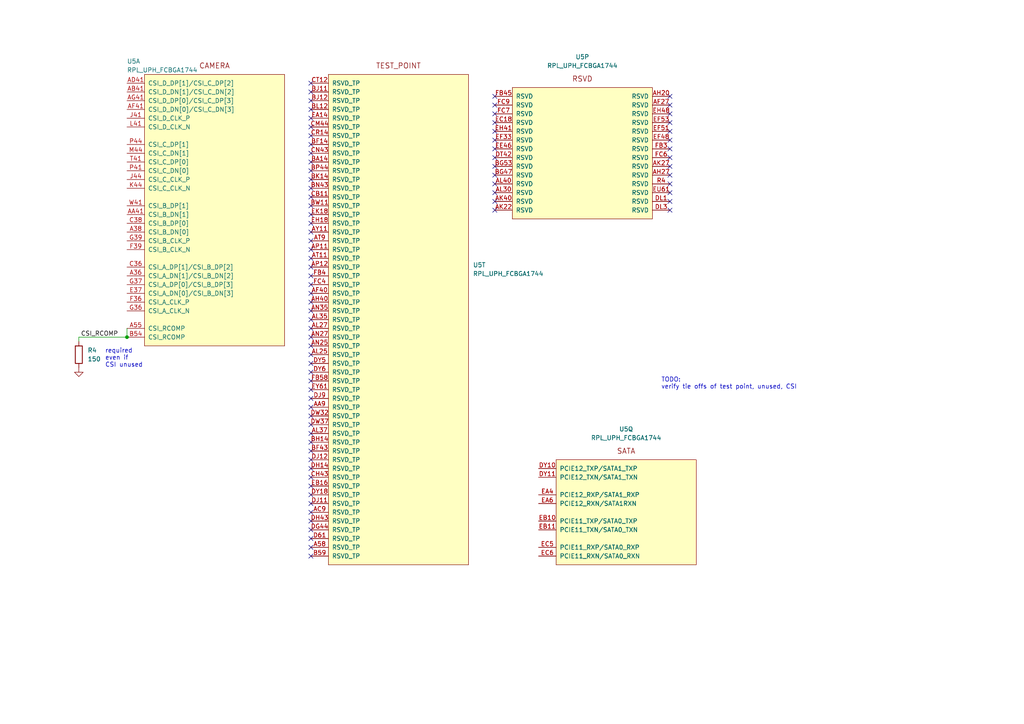
<source format=kicad_sch>
(kicad_sch (version 20230121) (generator eeschema)
  (paper "A4")
  (lib_symbols
    (symbol "Device:R" (pin_numbers hide) (pin_names (offset 0))
      (property "Reference" "R" (at 2.032 0 90))
      (property "Value" "R" (at 0 0 90))
      (symbol "R_1_1"
        (pin passive line (at 0 3.81 270) (length 1.27) (name "~") (number "1"))
        (pin passive line (at 0 -3.81 90) (length 1.27) (name "~") (number "2"))
      )
    )
    (symbol "local:RPL_UPH_FCBGA1744" (pin_names (offset 1.016))
      (property "Reference" "U" (at 1.27 19.05 0))
      (property "Value" "RPL_UPH_FCBGA1744" (at 1.27 16.51 0))
      (symbol "RPL_UPH_FCBGA1744_1_1"
        (text "CAMERA" (at 0 2.54 0) (effects (font (size 1.524 1.524))))
        (pin input line (at -25.4 -58.42 0) (length 5.08) (name "CSI_A_DN[1]/CSI_B_DN[2]") (number "A36"))
        (pin input line (at -25.4 -45.72 0) (length 5.08) (name "CSI_B_DN[0]") (number "A38"))
        (pin unspecified line (at -25.4 -73.66 0) (length 5.08) (name "CSI_RCOMP") (number "A55"))
        (pin input line (at -25.4 -40.64 0) (length 5.08) (name "CSI_B_DN[1]") (number "AA41"))
        (pin input line (at -25.4 -5.08 0) (length 5.08) (name "CSI_D_DN[1]/CSI_C_DN[2]") (number "AB41"))
        (pin input line (at -25.4 -2.54 0) (length 5.08) (name "CSI_D_DP[1]/CSI_C_DP[2]") (number "AD41"))
        (pin input line (at -25.4 -10.16 0) (length 5.08) (name "CSI_D_DN[0]/CSI_C_DN[3]") (number "AF41"))
        (pin input line (at -25.4 -7.62 0) (length 5.08) (name "CSI_D_DP[0]/CSI_C_DP[3]") (number "AG41"))
        (pin unspecified line (at -25.4 -76.2 0) (length 5.08) (name "CSI_RCOMP") (number "B54"))
        (pin input line (at -25.4 -55.88 0) (length 5.08) (name "CSI_A_DP[1]/CSI_B_DP[2]") (number "C36"))
        (pin input line (at -25.4 -43.18 0) (length 5.08) (name "CSI_B_DP[0]") (number "C38"))
        (pin input line (at -25.4 -63.5 0) (length 5.08) (name "CSI_A_DN[0]/CSI_B_DN[3]") (number "E37"))
        (pin input line (at -25.4 -66.04 0) (length 5.08) (name "CSI_A_CLK_P") (number "F36"))
        (pin input line (at -25.4 -50.8 0) (length 5.08) (name "CSI_B_CLK_N") (number "F39"))
        (pin input line (at -25.4 -68.58 0) (length 5.08) (name "CSI_A_CLK_N") (number "G36"))
        (pin input line (at -25.4 -60.96 0) (length 5.08) (name "CSI_A_DP[0]/CSI_B_DP[3]") (number "G37"))
        (pin input line (at -25.4 -48.26 0) (length 5.08) (name "CSI_B_CLK_P") (number "G39"))
        (pin input line (at -25.4 -12.7 0) (length 5.08) (name "CSI_D_CLK_P") (number "J41"))
        (pin input line (at -25.4 -30.48 0) (length 5.08) (name "CSI_C_CLK_P") (number "J44"))
        (pin input line (at -25.4 -33.02 0) (length 5.08) (name "CSI_C_CLK_N") (number "K44"))
        (pin input line (at -25.4 -15.24 0) (length 5.08) (name "CSI_D_CLK_N") (number "L41"))
        (pin input line (at -25.4 -22.86 0) (length 5.08) (name "CSI_C_DN[1]") (number "M44"))
        (pin input line (at -25.4 -27.94 0) (length 5.08) (name "CSI_C_DN[0]") (number "P41"))
        (pin input line (at -25.4 -20.32 0) (length 5.08) (name "CSI_C_DP[1]") (number "P44"))
        (pin input line (at -25.4 -25.4 0) (length 5.08) (name "CSI_C_DP[0]") (number "T41"))
        (pin input line (at -25.4 -38.1 0) (length 5.08) (name "CSI_B_DP[1]") (number "W41"))
      )
      (symbol "RPL_UPH_FCBGA1744_2_1"
        (text "CFG" (at 0 2.54 0) (effects (font (size 1.524 1.524))))
        (pin bidirectional line (at 25.4 -17.78 180) (length 5.08) (name "CFG[2]") (number "AA12"))
        (pin bidirectional line (at 25.4 -22.86 180) (length 5.08) (name "CFG[0]") (number "AA16"))
        (pin bidirectional line (at 25.4 -15.24 180) (length 5.08) (name "CFG[3]") (number "AC12"))
        (pin bidirectional line (at 25.4 -12.7 180) (length 5.08) (name "CFG[4]") (number "AD11"))
        (pin bidirectional line (at 25.4 -20.32 180) (length 5.08) (name "CFG[1]") (number "AD16"))
        (pin bidirectional line (at -25.4 -5.08 0) (length 5.08) (name "CFG[16]") (number "AF17"))
        (pin bidirectional line (at -25.4 -20.32 0) (length 5.08) (name "CFG[10]") (number "AF20"))
        (pin bidirectional line (at -25.4 -2.54 0) (length 5.08) (name "CFG[17]") (number "AF22"))
        (pin bidirectional line (at -25.4 -12.7 0) (length 5.08) (name "CFG[13]") (number "AF35"))
        (pin bidirectional line (at -25.4 -7.62 0) (length 5.08) (name "CFG[15]") (number "AF37"))
        (pin bidirectional line (at 25.4 -10.16 180) (length 5.08) (name "CFG[5]") (number "AG15"))
        (pin bidirectional line (at 25.4 -7.62 180) (length 5.08) (name "CFG[6]") (number "AH17"))
        (pin bidirectional line (at -25.4 -22.86 0) (length 5.08) (name "CFG[9]") (number "AH22"))
        (pin bidirectional line (at -25.4 -17.78 0) (length 5.08) (name "CFG[11]") (number "AH25"))
        (pin bidirectional line (at -25.4 -10.16 0) (length 5.08) (name "CFG[14]") (number "AH35"))
        (pin bidirectional line (at -25.4 -15.24 0) (length 5.08) (name "CFG[12]") (number "AH37"))
        (pin bidirectional line (at 25.4 -5.08 180) (length 5.08) (name "CFG[7]") (number "AJ15"))
        (pin bidirectional line (at 25.4 -2.54 180) (length 5.08) (name "CFG[8]") (number "AK17"))
        (pin unspecified line (at 25.4 -25.4 180) (length 5.08) (name "CFG_RCOMP") (number "F8"))
      )
      (symbol "RPL_UPH_FCBGA1744_3_1"
        (text "CNVI" (at 0 2.54 0) (effects (font (size 1.524 1.524))))
        (pin output line (at -25.4 -45.72 0) (length 5.08) (name "GPP_F5/MODEM_CLKREQ/CRF_XTAL_CLKREQ") (number "EF36"))
        (pin output line (at -25.4 -58.42 0) (length 5.08) (name "GPP_F0/CNV_BRI_DT/UART2_RTS#") (number "EH33"))
        (pin input line (at -25.4 -43.18 0) (length 5.08) (name "GPP_F6/CNV_PA_BLANKING") (number "EH36"))
        (pin input line (at -25.4 -55.88 0) (length 5.08) (name "GPP_F1/CNV_BRI_RSP/UART2_RXD") (number "EK33"))
        (pin input line (at -25.4 -40.64 0) (length 5.08) (name "GPP_H8/I2C4_SDA/CNV_MFUART2_RXD") (number "EL43"))
        (pin output line (at -25.4 -53.34 0) (length 5.08) (name "GPP_F2/CNV_RGI_DT/UART2_TXD") (number "EN31"))
        (pin input line (at -25.4 -38.1 0) (length 5.08) (name "GPP_H9/I2C4_SCL/CNV_MFUART2_TXD") (number "EN43"))
        (pin input line (at -25.4 -50.8 0) (length 5.08) (name "GPP_F3/CNV_RGI_RSP/UART2_CTS#") (number "ER31"))
        (pin output line (at -25.4 -48.26 0) (length 5.08) (name "GPP_F4/CNV_RF_RESET#") (number "ET31"))
        (pin input line (at -25.4 -20.32 0) (length 5.08) (name "CNV_WR_D1P") (number "EV40"))
        (pin output line (at -25.4 -7.62 0) (length 5.08) (name "CNV_WT_D0P") (number "EV43"))
        (pin output line (at -25.4 -12.7 0) (length 5.08) (name "CNV_WT_CLKP") (number "EV47"))
        (pin input line (at -25.4 -25.4 0) (length 5.08) (name "CNV_WR_D0P") (number "EW42"))
        (pin input line (at -25.4 -22.86 0) (length 5.08) (name "CNV_WR_D1N") (number "EY40"))
        (pin input line (at -25.4 -27.94 0) (length 5.08) (name "CNV_WR_D0N") (number "EY42"))
        (pin output line (at -25.4 -10.16 0) (length 5.08) (name "CNV_WT_D0N") (number "EY43"))
        (pin output line (at -25.4 -15.24 0) (length 5.08) (name "CNV_WT_CLKN") (number "EY47"))
        (pin input line (at -25.4 -30.48 0) (length 5.08) (name "CNV_WR_CLKP") (number "FA43"))
        (pin output line (at -25.4 -5.08 0) (length 5.08) (name "CNV_WT_D1N") (number "FA46"))
        (pin unspecified line (at -25.4 -17.78 0) (length 5.08) (name "CNV_WT_RCOMP") (number "FC40"))
        (pin input line (at -25.4 -33.02 0) (length 5.08) (name "CNV_WR_CLKN") (number "FC43"))
        (pin output line (at -25.4 -2.54 0) (length 5.08) (name "CNV_WT_D1P") (number "FC46"))
      )
      (symbol "RPL_UPH_FCBGA1744_4_1"
        (text "DDI" (at 0 2.54 0) (effects (font (size 1.524 1.524))))
        (pin output line (at -25.4 -25.4 0) (length 5.08) (name "DDIA_TXP[2]") (number "AA1"))
        (pin output line (at -25.4 -35.56 0) (length 5.08) (name "DDIA_TXN[3]") (number "AA3"))
        (pin output line (at -25.4 -27.94 0) (length 5.08) (name "DDIA_TXN[2]") (number "AB1"))
        (pin output line (at -25.4 -17.78 0) (length 5.08) (name "DDIA_TXP[1]") (number "AB3"))
        (pin output line (at -25.4 -12.7 0) (length 5.08) (name "DDIA_TXN[0]") (number "AD1"))
        (pin output line (at -25.4 -20.32 0) (length 5.08) (name "DDIA_TXN[1]") (number "AD3"))
        (pin bidirectional line (at -25.4 -66.04 0) (length 5.08) (name "DDIB_AUXP") (number "AE6"))
        (pin bidirectional line (at -25.4 -68.58 0) (length 5.08) (name "DDIB_AUXN") (number "AE8"))
        (pin output line (at -25.4 -10.16 0) (length 5.08) (name "DDIA_TXP[0]") (number "AF1"))
        (pin bidirectional line (at -25.4 -2.54 0) (length 5.08) (name "DDIA_AUXP") (number "AF3"))
        (pin output line (at -25.4 -111.76 0) (length 5.08) (name "DISP_UTILS_2") (number "AF32"))
        (pin bidirectional line (at -25.4 -5.08 0) (length 5.08) (name "DDIA_AUXN") (number "AG3"))
        (pin output line (at -25.4 -73.66 0) (length 5.08) (name "DDIB_TXP[0]") (number "AH6"))
        (pin output line (at -25.4 -76.2 0) (length 5.08) (name "DDIB_TXN[0]") (number "AH8"))
        (pin unspecified line (at -25.4 -48.26 0) (length 5.08) (name "DDIA_RCOMP") (number "AJ1"))
        (pin output line (at -25.4 -81.28 0) (length 5.08) (name "DDIB_TXP[1]") (number "AK6"))
        (pin output line (at -25.4 -83.82 0) (length 5.08) (name "DDIB_TXN[1]") (number "AK8"))
        (pin unspecified line (at -25.4 -116.84 0) (length 5.08) (name "DDIB_RCOMP") (number "AL1"))
        (pin output line (at -25.4 -88.9 0) (length 5.08) (name "DDIB_TXP[2]") (number "AM6"))
        (pin output line (at -25.4 -91.44 0) (length 5.08) (name "DDIB_TXN[2]") (number "AM8"))
        (pin output line (at -25.4 -96.52 0) (length 5.08) (name "DDIB_TXP[3]") (number "AP6"))
        (pin output line (at -25.4 -99.06 0) (length 5.08) (name "DDIB_TXN[3]") (number "AP8"))
        (pin output line (at -25.4 -114.3 0) (length 5.08) (name "DISP_UTILS_1") (number "DJ1"))
        (pin input line (at -25.4 -109.22 0) (length 5.08) (name "GPP_A18/DDSP_HPDB/DISP_MISCB") (number "EB47"))
        (pin bidirectional line (at -25.4 -106.68 0) (length 5.08) (name "GPP_H15/DDPB_CTRLCLK/PCIE_LINK_DOWN") (number "EK46"))
        (pin output line (at -25.4 -43.18 0) (length 5.08) (name "eDP_BKLTCTL") (number "EL21"))
        (pin bidirectional line (at -25.4 -104.14 0) (length 5.08) (name "GPP_H17/DDPB_CTRLDATA") (number "EL46"))
        (pin output line (at -25.4 -45.72 0) (length 5.08) (name "eDP_BKLTEN") (number "EN21"))
        (pin output line (at -25.4 -40.64 0) (length 5.08) (name "GPP_E14/DDSP_HPDA/DISP_MISC_A") (number "EV25"))
        (pin output line (at -25.4 -33.02 0) (length 5.08) (name "DDIA_TXP[3]") (number "W3"))
      )
      (symbol "RPL_UPH_FCBGA1744_5_1"
        (text "DDR_A" (at 0 2.54 0) (effects (font (size 1.524 1.524))))
        (pin input line (at 25.4 -170.18 180) (length 5.08) (name "DDR0_ALERT#") (number "BF61"))
        (pin output line (at 25.4 -172.72 180) (length 5.08) (name "DDR0_VREF_CA0") (number "BG60"))
        (pin bidirectional line (at 25.4 -101.6 180) (length 5.08) (name "DDR1_DQ[3][6]") (number "BJ47"))
        (pin bidirectional line (at 25.4 -104.14 180) (length 5.08) (name "DDR1_DQ[3][7]") (number "BJ50"))
        (pin bidirectional line (at 25.4 -96.52 180) (length 5.08) (name "DDR1_DQ[3][4]") (number "BK53"))
        (pin bidirectional line (at -25.4 -101.6 0) (length 5.08) (name "DDR1_DQ[1][6]") (number "BK57"))
        (pin bidirectional line (at -25.4 -96.52 0) (length 5.08) (name "DDR1_DQ[1][4]") (number "BK60"))
        (pin bidirectional line (at 25.4 -99.06 180) (length 5.08) (name "DDR1_DQ[3][5]") (number "BL48"))
        (pin bidirectional line (at 25.4 -109.22 180) (length 5.08) (name "DDR1_DQSN[3]") (number "BL51"))
        (pin bidirectional line (at -25.4 -99.06 0) (length 5.08) (name "DDR1_DQ[1][5]") (number "BL56"))
        (pin bidirectional line (at -25.4 -104.14 0) (length 5.08) (name "DDR1_DQ[1][7]") (number "BL58"))
        (pin bidirectional line (at -25.4 -106.68 0) (length 5.08) (name "DDR1_DQSP[1]") (number "BL61"))
        (pin bidirectional line (at 25.4 -91.44 180) (length 5.08) (name "DDR1_DQ[3][2]") (number "BN48"))
        (pin bidirectional line (at 25.4 -106.68 180) (length 5.08) (name "DDR1_DQSP[3]") (number "BN51"))
        (pin bidirectional line (at -25.4 -91.44 0) (length 5.08) (name "DDR1_DQ[1][2]") (number "BN56"))
        (pin bidirectional line (at -25.4 -86.36 0) (length 5.08) (name "DDR1_DQ[1][0]") (number "BN58"))
        (pin bidirectional line (at -25.4 -109.22 0) (length 5.08) (name "DDR1_DQSN[1]") (number "BN61"))
        (pin bidirectional line (at 25.4 -88.9 180) (length 5.08) (name "DDR1_DQ[3][1]") (number "BP47"))
        (pin bidirectional line (at 25.4 -86.36 180) (length 5.08) (name "DDR1_DQ[3][0]") (number "BP50"))
        (pin bidirectional line (at 25.4 -93.98 180) (length 5.08) (name "DDR1_DQ[3][3]") (number "BP53"))
        (pin bidirectional line (at -25.4 -88.9 0) (length 5.08) (name "DDR1_DQ[1][1]") (number "BP57"))
        (pin bidirectional line (at -25.4 -93.98 0) (length 5.08) (name "DDR1_DQ[1][3]") (number "BP60"))
        (pin bidirectional line (at 25.4 -73.66 180) (length 5.08) (name "DDR1_DQ[2][6]") (number "BT47"))
        (pin bidirectional line (at 25.4 -76.2 180) (length 5.08) (name "DDR1_DQ[2][7]") (number "BT50"))
        (pin bidirectional line (at 25.4 -68.58 180) (length 5.08) (name "DDR1_DQ[2][4]") (number "BT53"))
        (pin bidirectional line (at -25.4 -73.66 0) (length 5.08) (name "DDR1_DQ[0][6]") (number "BT57"))
        (pin bidirectional line (at -25.4 -68.58 0) (length 5.08) (name "DDR1_DQ[0][4]") (number "BT60"))
        (pin bidirectional line (at 25.4 -71.12 180) (length 5.08) (name "DDR1_DQ[2][5]") (number "BU48"))
        (pin bidirectional line (at 25.4 -81.28 180) (length 5.08) (name "DDR1_DQSN[2]") (number "BU51"))
        (pin bidirectional line (at -25.4 -71.12 0) (length 5.08) (name "DDR1_DQ[0][5]") (number "BU56"))
        (pin bidirectional line (at -25.4 -76.2 0) (length 5.08) (name "DDR1_DQ[0][7]") (number "BU58"))
        (pin bidirectional line (at -25.4 -78.74 0) (length 5.08) (name "DDR1_DQSP[0]") (number "BU61"))
        (pin bidirectional line (at 25.4 -63.5 180) (length 5.08) (name "DDR1_DQ[2][2]") (number "BW48"))
        (pin bidirectional line (at 25.4 -78.74 180) (length 5.08) (name "DDR1_DQSP[2]") (number "BW51"))
        (pin bidirectional line (at -25.4 -63.5 0) (length 5.08) (name "DDR1_DQ[0][2]") (number "BW56"))
        (pin bidirectional line (at -25.4 -58.42 0) (length 5.08) (name "DDR1_DQ[0][0]") (number "BW58"))
        (pin bidirectional line (at -25.4 -81.28 0) (length 5.08) (name "DDR1_DQSN[0]") (number "BW61"))
        (pin bidirectional line (at 25.4 -58.42 180) (length 5.08) (name "DDR1_DQ[2][0]") (number "BY50"))
        (pin bidirectional line (at 25.4 -66.04 180) (length 5.08) (name "DDR1_DQ[2][3]") (number "BY53"))
        (pin bidirectional line (at -25.4 -60.96 0) (length 5.08) (name "DDR1_DQ[0][1]") (number "BY57"))
        (pin bidirectional line (at -25.4 -66.04 0) (length 5.08) (name "DDR1_DQ[0][3]") (number "BY60"))
        (pin bidirectional line (at 25.4 -60.96 180) (length 5.08) (name "DDR1_DQ[2][1]") (number "CA47"))
        (pin output line (at 25.4 -162.56 180) (length 5.08) (name "DDR1_CS[0]") (number "CC47"))
        (pin output line (at 25.4 -129.54 180) (length 5.08) (name "DDR1_CA[1]") (number "CC50"))
        (pin output line (at 25.4 -165.1 180) (length 5.08) (name "DDR1_CS[1]") (number "CC53"))
        (pin output line (at 25.4 -121.92 180) (length 5.08) (name "DDR1_CLK_N[1]") (number "CD48"))
        (pin output line (at 25.4 -119.38 180) (length 5.08) (name "DDR1_CLK_P[1]") (number "CD49"))
        (pin output line (at 25.4 -127 180) (length 5.08) (name "DDR1_CA[0]") (number "CE53"))
        (pin output line (at 25.4 -137.16 180) (length 5.08) (name "DDR1_CA[4]") (number "CE60"))
        (pin output line (at 25.4 -132.08 180) (length 5.08) (name "DDR1_CA[2]") (number "CF56"))
        (pin output line (at 25.4 -116.84 180) (length 5.08) (name "DDR1_CLK_N[0]") (number "CF61"))
        (pin output line (at 25.4 -142.24 180) (length 5.08) (name "DDR1_CA[6]") (number "CH46"))
        (pin output line (at 25.4 -134.62 180) (length 5.08) (name "DDR1_CA[3]") (number "CH48"))
        (pin output line (at 25.4 -157.48 180) (length 5.08) (name "DDR1_CA[12]") (number "CH56"))
        (pin output line (at 25.4 -144.78 180) (length 5.08) (name "DDR1_CA[7]") (number "CH58"))
        (pin output line (at 25.4 -114.3 180) (length 5.08) (name "DDR1_CLK_P[0]") (number "CH61"))
        (pin output line (at 25.4 -139.7 180) (length 5.08) (name "DDR1_CA[5]") (number "CJ50"))
        (pin output line (at 25.4 -152.4 180) (length 5.08) (name "DDR1_CA[10]") (number "CJ53"))
        (pin output line (at 25.4 -149.86 180) (length 5.08) (name "DDR1_CA[9]") (number "CJ57"))
        (pin output line (at 25.4 -154.94 180) (length 5.08) (name "DDR1_CA[11]") (number "CJ60"))
        (pin output line (at 25.4 -147.32 180) (length 5.08) (name "DDR1_CA[8]") (number "CK47"))
        (pin output line (at -25.4 -152.4 0) (length 5.08) (name "DDR0_CA[10]") (number "CM47"))
        (pin output line (at -25.4 -142.24 0) (length 5.08) (name "DDR0_CA[6]") (number "CM50"))
        (pin output line (at -25.4 -147.32 0) (length 5.08) (name "DDR0_CA[8]") (number "CM53"))
        (pin output line (at -25.4 -121.92 0) (length 5.08) (name "DDR0_CLK_N[1]") (number "CN48"))
        (pin output line (at -25.4 -119.38 0) (length 5.08) (name "DDR0_CLK_P[1]") (number "CN49"))
        (pin output line (at -25.4 -154.94 0) (length 5.08) (name "DDR0_CA[11]") (number "CP53"))
        (pin output line (at -25.4 -149.86 0) (length 5.08) (name "DDR0_CA[9]") (number "CP60"))
        (pin output line (at -25.4 -157.48 0) (length 5.08) (name "DDR0_CA[12]") (number "CR56"))
        (pin output line (at -25.4 -116.84 0) (length 5.08) (name "DDR0_CLK_N[0]") (number "CR61"))
        (pin output line (at -25.4 -144.78 0) (length 5.08) (name "DDR0_CA[7]") (number "CT46"))
        (pin output line (at -25.4 -139.7 0) (length 5.08) (name "DDR0_CA[5]") (number "CU48"))
        (pin output line (at -25.4 -129.54 0) (length 5.08) (name "DDR0_CA[1]") (number "CU56"))
        (pin output line (at -25.4 -127 0) (length 5.08) (name "DDR0_CA[0]") (number "CU58"))
        (pin output line (at -25.4 -114.3 0) (length 5.08) (name "DDR0_CLK_P[0]") (number "CU61"))
        (pin output line (at -25.4 -137.16 0) (length 5.08) (name "DDR0_CA[4]") (number "CV50"))
        (pin output line (at -25.4 -134.62 0) (length 5.08) (name "DDR0_CA[3]") (number "CV53"))
        (pin output line (at -25.4 -162.56 0) (length 5.08) (name "DDR0_CS[0]") (number "CV57"))
        (pin output line (at -25.4 -165.1 0) (length 5.08) (name "DDR0_CS[1]") (number "CV60"))
        (pin output line (at -25.4 -132.08 0) (length 5.08) (name "DDR0_CA[2]") (number "CW47"))
        (pin bidirectional line (at 25.4 -45.72 180) (length 5.08) (name "DDR0_DQ[3][6]") (number "CY47"))
        (pin bidirectional line (at 25.4 -48.26 180) (length 5.08) (name "DDR0_DQ[3][7]") (number "CY50"))
        (pin bidirectional line (at -25.4 -45.72 0) (length 5.08) (name "DDR0_DQ[1][6]") (number "CY57"))
        (pin bidirectional line (at -25.4 -40.64 0) (length 5.08) (name "DDR0_DQ[1][4]") (number "CY60"))
        (pin bidirectional line (at 25.4 -40.64 180) (length 5.08) (name "DDR0_DQ[3][4]") (number "DA53"))
        (pin bidirectional line (at -25.4 -48.26 0) (length 5.08) (name "DDR0_DQ[1][7]") (number "DA58"))
        (pin bidirectional line (at 25.4 -43.18 180) (length 5.08) (name "DDR0_DQ[3][5]") (number "DB48"))
        (pin bidirectional line (at 25.4 -53.34 180) (length 5.08) (name "DDR0_DQSN[3]") (number "DB51"))
        (pin bidirectional line (at -25.4 -43.18 0) (length 5.08) (name "DDR0_DQ[1][5]") (number "DB56"))
        (pin bidirectional line (at -25.4 -50.8 0) (length 5.08) (name "DDR0_DQSP[1]") (number "DB61"))
        (pin bidirectional line (at 25.4 -35.56 180) (length 5.08) (name "DDR0_DQ[3][2]") (number "DC48"))
        (pin bidirectional line (at 25.4 -50.8 180) (length 5.08) (name "DDR0_DQSP[3]") (number "DC51"))
        (pin bidirectional line (at -25.4 -53.34 0) (length 5.08) (name "DDR0_DQSN[1]") (number "DC61"))
        (pin bidirectional line (at -25.4 -35.56 0) (length 5.08) (name "DDR0_DQ[1][2]") (number "DD56"))
        (pin bidirectional line (at -25.4 -30.48 0) (length 5.08) (name "DDR0_DQ[1][0]") (number "DD58"))
        (pin bidirectional line (at 25.4 -33.02 180) (length 5.08) (name "DDR0_DQ[3][1]") (number "DE47"))
        (pin bidirectional line (at 25.4 -30.48 180) (length 5.08) (name "DDR0_DQ[3][0]") (number "DE50"))
        (pin bidirectional line (at 25.4 -38.1 180) (length 5.08) (name "DDR0_DQ[3][3]") (number "DE53"))
        (pin bidirectional line (at -25.4 -33.02 0) (length 5.08) (name "DDR0_DQ[1][1]") (number "DE57"))
        (pin bidirectional line (at -25.4 -38.1 0) (length 5.08) (name "DDR0_DQ[1][3]") (number "DE60"))
        (pin bidirectional line (at 25.4 -17.78 180) (length 5.08) (name "DDR0_DQ[2][6]") (number "DG47"))
        (pin bidirectional line (at 25.4 -20.32 180) (length 5.08) (name "DDR0_DQ[2][7]") (number "DG50"))
        (pin bidirectional line (at 25.4 -12.7 180) (length 5.08) (name "DDR0_DQ[2][4]") (number "DG53"))
        (pin bidirectional line (at -25.4 -17.78 0) (length 5.08) (name "DDR0_DQ[0][6]") (number "DG57"))
        (pin bidirectional line (at -25.4 -12.7 0) (length 5.08) (name "DDR0_DQ[0][4]") (number "DG60"))
        (pin bidirectional line (at 25.4 -15.24 180) (length 5.08) (name "DDR0_DQ[2][5]") (number "DH48"))
        (pin bidirectional line (at 25.4 -25.4 180) (length 5.08) (name "DDR0_DQSN[2]") (number "DH51"))
        (pin bidirectional line (at -25.4 -15.24 0) (length 5.08) (name "DDR0_DQ[0][5]") (number "DH56"))
        (pin bidirectional line (at -25.4 -20.32 0) (length 5.08) (name "DDR0_DQ[0][7]") (number "DH58"))
        (pin bidirectional line (at -25.4 -22.86 0) (length 5.08) (name "DDR0_DQSP[0]") (number "DH61"))
        (pin bidirectional line (at 25.4 -7.62 180) (length 5.08) (name "DDR0_DQ[2][2]") (number "DK48"))
        (pin bidirectional line (at 25.4 -22.86 180) (length 5.08) (name "DDR0_DQSP[2]") (number "DK51"))
        (pin bidirectional line (at -25.4 -7.62 0) (length 5.08) (name "DDR0_DQ[0][2]") (number "DK56"))
        (pin bidirectional line (at -25.4 -2.54 0) (length 5.08) (name "DDR0_DQ[0][0]") (number "DK58"))
        (pin bidirectional line (at -25.4 -25.4 0) (length 5.08) (name "DDR0_DQSN[0]") (number "DK61"))
        (pin bidirectional line (at 25.4 -2.54 180) (length 5.08) (name "DDR0_DQ[2][0]") (number "DL50"))
        (pin bidirectional line (at 25.4 -10.16 180) (length 5.08) (name "DDR0_DQ[2][3]") (number "DL53"))
        (pin bidirectional line (at -25.4 -5.08 0) (length 5.08) (name "DDR0_DQ[0][1]") (number "DL57"))
        (pin bidirectional line (at -25.4 -10.16 0) (length 5.08) (name "DDR0_DQ[0][3]") (number "DL60"))
        (pin bidirectional line (at 25.4 -5.08 180) (length 5.08) (name "DDR0_DQ[2][1]") (number "DM47"))
      )
      (symbol "RPL_UPH_FCBGA1744_6_1"
        (text "DDR_B" (at 0 2.54 0) (effects (font (size 1.524 1.524))))
        (pin bidirectional line (at 25.4 -50.8 180) (length 5.08) (name "DDR3_DQSP[1]") (number "A43"))
        (pin bidirectional line (at 25.4 -53.34 180) (length 5.08) (name "DDR3_DQSN[1]") (number "A44"))
        (pin bidirectional line (at 25.4 -22.86 180) (length 5.08) (name "DDR3_DQSP[0]") (number "A49"))
        (pin bidirectional line (at 25.4 -25.4 180) (length 5.08) (name "DDR3_DQSN[0]") (number "A51"))
        (pin output line (at -25.4 -142.24 0) (length 5.08) (name "DDR3_CA[6]") (number "AA46"))
        (pin output line (at -25.4 -134.62 0) (length 5.08) (name "DDR3_CA[3]") (number "AA48"))
        (pin output line (at -25.4 -157.48 0) (length 5.08) (name "DDR3_CA[12]") (number "AB56"))
        (pin output line (at -25.4 -144.78 0) (length 5.08) (name "DDR3_CA[7]") (number "AB58"))
        (pin output line (at -25.4 -114.3 0) (length 5.08) (name "DDR3_CLK_P[0]") (number "AB61"))
        (pin output line (at -25.4 -147.32 0) (length 5.08) (name "DDR3_CA[8]") (number "AC47"))
        (pin output line (at -25.4 -139.7 0) (length 5.08) (name "DDR3_CA[5]") (number "AC50"))
        (pin output line (at -25.4 -152.4 0) (length 5.08) (name "DDR3_CA[10]") (number "AC53"))
        (pin output line (at -25.4 -149.86 0) (length 5.08) (name "DDR3_CA[9]") (number "AC57"))
        (pin output line (at -25.4 -154.94 0) (length 5.08) (name "DDR3_CA[11]") (number "AC60"))
        (pin output line (at 25.4 -152.4 180) (length 5.08) (name "DDR2_CA[10]") (number "AE47"))
        (pin output line (at 25.4 -142.24 180) (length 5.08) (name "DDR2_CA[6]") (number "AE50"))
        (pin output line (at 25.4 -147.32 180) (length 5.08) (name "DDR2_CA[8]") (number "AE53"))
        (pin output line (at 25.4 -121.92 180) (length 5.08) (name "DDR2_CLK_N[1]") (number "AG48"))
        (pin output line (at 25.4 -119.38 180) (length 5.08) (name "DDR2_CLK_P[1]") (number "AG49"))
        (pin output line (at 25.4 -154.94 180) (length 5.08) (name "DDR2_CA[11]") (number "AH53"))
        (pin output line (at 25.4 -149.86 180) (length 5.08) (name "DDR2_CA[9]") (number "AH60"))
        (pin output line (at 25.4 -157.48 180) (length 5.08) (name "DDR2_CA[12]") (number "AJ56"))
        (pin output line (at 25.4 -116.84 180) (length 5.08) (name "DDR2_CLK_N[0]") (number "AJ61"))
        (pin output line (at 25.4 -144.78 180) (length 5.08) (name "DDR2_CA[7]") (number "AK46"))
        (pin output line (at 25.4 -139.7 180) (length 5.08) (name "DDR2_CA[5]") (number "AK48"))
        (pin output line (at 25.4 -129.54 180) (length 5.08) (name "DDR2_CA[1]") (number "AL56"))
        (pin output line (at 25.4 -127 180) (length 5.08) (name "DDR2_CA[0]") (number "AL58"))
        (pin output line (at 25.4 -114.3 180) (length 5.08) (name "DDR2_CLK_P[0]") (number "AL61"))
        (pin output line (at 25.4 -132.08 180) (length 5.08) (name "DDR2_CA[2]") (number "AM47"))
        (pin output line (at 25.4 -137.16 180) (length 5.08) (name "DDR2_CA[4]") (number "AM50"))
        (pin output line (at 25.4 -134.62 180) (length 5.08) (name "DDR2_CA[3]") (number "AM53"))
        (pin output line (at 25.4 -165.1 180) (length 5.08) (name "DDR2_CS[1]") (number "AM57"))
        (pin output line (at 25.4 -162.56 180) (length 5.08) (name "DDR2_CS[0]") (number "AM60"))
        (pin bidirectional line (at -25.4 -101.6 0) (length 5.08) (name "DDR2_DQ[3][6]") (number "AP47"))
        (pin bidirectional line (at -25.4 -104.14 0) (length 5.08) (name "DDR2_DQ[3][7]") (number "AP50"))
        (pin bidirectional line (at -25.4 -96.52 0) (length 5.08) (name "DDR2_DQ[3][4]") (number "AP53"))
        (pin bidirectional line (at -25.4 -45.72 0) (length 5.08) (name "DDR2_DQ[1][6]") (number "AP57"))
        (pin bidirectional line (at -25.4 -40.64 0) (length 5.08) (name "DDR2_DQ[1][4]") (number "AP60"))
        (pin bidirectional line (at -25.4 -99.06 0) (length 5.08) (name "DDR2_DQ[3][5]") (number "AR48"))
        (pin bidirectional line (at -25.4 -109.22 0) (length 5.08) (name "DDR2_DQSN[3]") (number "AR51"))
        (pin bidirectional line (at -25.4 -43.18 0) (length 5.08) (name "DDR2_DQ[1][5]") (number "AR56"))
        (pin bidirectional line (at -25.4 -48.26 0) (length 5.08) (name "DDR2_DQ[1][7]") (number "AR58"))
        (pin bidirectional line (at -25.4 -50.8 0) (length 5.08) (name "DDR2_DQSP[1]") (number "AR61"))
        (pin bidirectional line (at -25.4 -91.44 0) (length 5.08) (name "DDR2_DQ[3][2]") (number "AU48"))
        (pin bidirectional line (at -25.4 -106.68 0) (length 5.08) (name "DDR2_DQSP[3]") (number "AU51"))
        (pin bidirectional line (at -25.4 -35.56 0) (length 5.08) (name "DDR2_DQ[1][2]") (number "AU56"))
        (pin bidirectional line (at -25.4 -30.48 0) (length 5.08) (name "DDR2_DQ[1][0]") (number "AU58"))
        (pin bidirectional line (at -25.4 -53.34 0) (length 5.08) (name "DDR2_DQSN[1]") (number "AU61"))
        (pin bidirectional line (at -25.4 -86.36 0) (length 5.08) (name "DDR2_DQ[3][0]") (number "AV50"))
        (pin bidirectional line (at -25.4 -93.98 0) (length 5.08) (name "DDR2_DQ[3][3]") (number "AV53"))
        (pin bidirectional line (at -25.4 -33.02 0) (length 5.08) (name "DDR2_DQ[1][1]") (number "AV57"))
        (pin bidirectional line (at -25.4 -38.1 0) (length 5.08) (name "DDR2_DQ[1][3]") (number "AV60"))
        (pin bidirectional line (at -25.4 -88.9 0) (length 5.08) (name "DDR2_DQ[3][1]") (number "AW47"))
        (pin bidirectional line (at -25.4 -73.66 0) (length 5.08) (name "DDR2_DQ[2][6]") (number "AY47"))
        (pin bidirectional line (at 25.4 -40.64 180) (length 5.08) (name "DDR3_DQ[1][4]") (number "B41"))
        (pin bidirectional line (at 25.4 -38.1 180) (length 5.08) (name "DDR3_DQ[1][3]") (number "B46"))
        (pin bidirectional line (at 25.4 -12.7 180) (length 5.08) (name "DDR3_DQ[0][4]") (number "B48"))
        (pin bidirectional line (at 25.4 -10.16 180) (length 5.08) (name "DDR3_DQ[0][3]") (number "B52"))
        (pin bidirectional line (at -25.4 -76.2 0) (length 5.08) (name "DDR2_DQ[2][7]") (number "BA50"))
        (pin bidirectional line (at -25.4 -68.58 0) (length 5.08) (name "DDR2_DQ[2][4]") (number "BA53"))
        (pin bidirectional line (at -25.4 -17.78 0) (length 5.08) (name "DDR2_DQ[0][6]") (number "BA57"))
        (pin bidirectional line (at -25.4 -12.7 0) (length 5.08) (name "DDR2_DQ[0][4]") (number "BA60"))
        (pin bidirectional line (at -25.4 -71.12 0) (length 5.08) (name "DDR2_DQ[2][5]") (number "BB48"))
        (pin bidirectional line (at -25.4 -81.28 0) (length 5.08) (name "DDR2_DQSN[2]") (number "BB51"))
        (pin bidirectional line (at -25.4 -15.24 0) (length 5.08) (name "DDR2_DQ[0][5]") (number "BB56"))
        (pin bidirectional line (at -25.4 -20.32 0) (length 5.08) (name "DDR2_DQ[0][7]") (number "BB58"))
        (pin bidirectional line (at -25.4 -22.86 0) (length 5.08) (name "DDR2_DQSP[0]") (number "BB61"))
        (pin bidirectional line (at -25.4 -63.5 0) (length 5.08) (name "DDR2_DQ[2][2]") (number "BD48"))
        (pin bidirectional line (at -25.4 -78.74 0) (length 5.08) (name "DDR2_DQSP[2]") (number "BD51"))
        (pin bidirectional line (at -25.4 -7.62 0) (length 5.08) (name "DDR2_DQ[0][2]") (number "BD56"))
        (pin bidirectional line (at -25.4 -2.54 0) (length 5.08) (name "DDR2_DQ[0][0]") (number "BD58"))
        (pin bidirectional line (at -25.4 -25.4 0) (length 5.08) (name "DDR2_DQSN[0]") (number "BD61"))
        (pin bidirectional line (at -25.4 -60.96 0) (length 5.08) (name "DDR2_DQ[2][1]") (number "BE47"))
        (pin bidirectional line (at -25.4 -58.42 0) (length 5.08) (name "DDR2_DQ[2][0]") (number "BE50"))
        (pin bidirectional line (at -25.4 -66.04 0) (length 5.08) (name "DDR2_DQ[2][3]") (number "BE53"))
        (pin bidirectional line (at -25.4 -5.08 0) (length 5.08) (name "DDR2_DQ[0][1]") (number "BE57"))
        (pin bidirectional line (at -25.4 -10.16 0) (length 5.08) (name "DDR2_DQ[0][3]") (number "BE60"))
        (pin output line (at 25.4 -172.72 180) (length 5.08) (name "DDR1_VREF_CA0") (number "BG55"))
        (pin input line (at 25.4 -170.18 180) (length 5.08) (name "DDR1_ALERT#") (number "BG57"))
        (pin bidirectional line (at 25.4 -45.72 180) (length 5.08) (name "DDR3_DQ[1][6]") (number "C42"))
        (pin bidirectional line (at 25.4 -30.48 180) (length 5.08) (name "DDR3_DQ[1][0]") (number "C45"))
        (pin bidirectional line (at 25.4 -20.32 180) (length 5.08) (name "DDR3_DQ[0][7]") (number "C49"))
        (pin bidirectional line (at 25.4 -2.54 180) (length 5.08) (name "DDR3_DQ[0][0]") (number "C51"))
        (pin bidirectional line (at 25.4 -48.26 180) (length 5.08) (name "DDR3_DQ[1][7]") (number "E41"))
        (pin bidirectional line (at 25.4 -33.02 180) (length 5.08) (name "DDR3_DQ[1][1]") (number "E46"))
        (pin bidirectional line (at 25.4 -17.78 180) (length 5.08) (name "DDR3_DQ[0][6]") (number "E48"))
        (pin bidirectional line (at 25.4 -5.08 180) (length 5.08) (name "DDR3_DQ[0][1]") (number "E52"))
        (pin bidirectional line (at 25.4 -43.18 180) (length 5.08) (name "DDR3_DQ[1][5]") (number "F43"))
        (pin bidirectional line (at 25.4 -35.56 180) (length 5.08) (name "DDR3_DQ[1][2]") (number "F44"))
        (pin bidirectional line (at 25.4 -15.24 180) (length 5.08) (name "DDR3_DQ[0][5]") (number "F49"))
        (pin bidirectional line (at 25.4 -7.62 180) (length 5.08) (name "DDR3_DQ[0][2]") (number "F51"))
        (pin bidirectional line (at 25.4 -99.06 180) (length 5.08) (name "DDR3_DQ[3][5]") (number "F54"))
        (pin bidirectional line (at 25.4 -101.6 180) (length 5.08) (name "DDR3_DQ[3][6]") (number "F58"))
        (pin bidirectional line (at 25.4 -93.98 180) (length 5.08) (name "DDR3_DQ[3][3]") (number "H56"))
        (pin bidirectional line (at 25.4 -104.14 180) (length 5.08) (name "DDR3_DQ[3][7]") (number "K50"))
        (pin bidirectional line (at 25.4 -91.44 180) (length 5.08) (name "DDR3_DQ[3][2]") (number "K53"))
        (pin bidirectional line (at 25.4 -73.66 180) (length 5.08) (name "DDR3_DQ[2][6]") (number "K57"))
        (pin bidirectional line (at 25.4 -68.58 180) (length 5.08) (name "DDR3_DQ[2][4]") (number "K60"))
        (pin bidirectional line (at 25.4 -96.52 180) (length 5.08) (name "DDR3_DQ[3][4]") (number "L48"))
        (pin bidirectional line (at 25.4 -109.22 180) (length 5.08) (name "DDR3_DQSN[3]") (number "L51"))
        (pin bidirectional line (at 25.4 -71.12 180) (length 5.08) (name "DDR3_DQ[2][5]") (number "L56"))
        (pin bidirectional line (at 25.4 -76.2 180) (length 5.08) (name "DDR3_DQ[2][7]") (number "L58"))
        (pin bidirectional line (at 25.4 -81.28 180) (length 5.08) (name "DDR3_DQSN[2]") (number "L61"))
        (pin bidirectional line (at 25.4 -106.68 180) (length 5.08) (name "DDR3_DQSP[3]") (number "N51"))
        (pin bidirectional line (at 25.4 -63.5 180) (length 5.08) (name "DDR3_DQ[2][2]") (number "N56"))
        (pin bidirectional line (at 25.4 -58.42 180) (length 5.08) (name "DDR3_DQ[2][0]") (number "N58"))
        (pin bidirectional line (at 25.4 -78.74 180) (length 5.08) (name "DDR3_DQSP[2]") (number "N61"))
        (pin bidirectional line (at 25.4 -88.9 180) (length 5.08) (name "DDR3_DQ[3][1]") (number "P50"))
        (pin bidirectional line (at 25.4 -86.36 180) (length 5.08) (name "DDR3_DQ[3][0]") (number "P53"))
        (pin bidirectional line (at 25.4 -60.96 180) (length 5.08) (name "DDR3_DQ[2][1]") (number "P57"))
        (pin bidirectional line (at 25.4 -66.04 180) (length 5.08) (name "DDR3_DQ[2][3]") (number "P60"))
        (pin output line (at -25.4 -165.1 0) (length 5.08) (name "DDR3_CS[0]") (number "T47"))
        (pin output line (at -25.4 -129.54 0) (length 5.08) (name "DDR3_CA[1]") (number "T50"))
        (pin output line (at -25.4 -162.56 0) (length 5.08) (name "DDR3_CS[1]") (number "T53"))
        (pin output line (at -25.4 -119.38 0) (length 5.08) (name "DDR3_CLK_P[1]") (number "V48"))
        (pin output line (at -25.4 -121.92 0) (length 5.08) (name "DDR3_CLK_N[1]") (number "V49"))
        (pin output line (at -25.4 -127 0) (length 5.08) (name "DDR3_CA[0]") (number "W53"))
        (pin output line (at -25.4 -137.16 0) (length 5.08) (name "DDR3_CA[4]") (number "W60"))
        (pin output line (at -25.4 -132.08 0) (length 5.08) (name "DDR3_CA[2]") (number "Y56"))
        (pin output line (at -25.4 -116.84 0) (length 5.08) (name "DDR3_CLK_N[0]") (number "Y61"))
      )
      (symbol "RPL_UPH_FCBGA1744_7_1"
        (text "DDR_MISC" (at 0 2.54 0) (effects (font (size 1.524 1.524))))
        (pin unspecified line (at 25.4 -7.62 180) (length 5.08) (name "DDR_COMP") (number "A56"))
        (pin output line (at -25.4 -5.08 0) (length 5.08) (name "NC") (number "AB51"))
        (pin output line (at -25.4 -43.18 0) (length 5.08) (name "NC") (number "AE55"))
        (pin output line (at -25.4 -48.26 0) (length 5.08) (name "NC") (number "AE60"))
        (pin output line (at -25.4 -45.72 0) (length 5.08) (name "NC") (number "AF57"))
        (pin output line (at -25.4 -17.78 0) (length 5.08) (name "NC") (number "AH57"))
        (pin output line (at -25.4 -12.7 0) (length 5.08) (name "NC") (number "AJ51"))
        (pin output line (at -25.4 -20.32 0) (length 5.08) (name "NC") (number "AJ58"))
        (pin output line (at -25.4 -15.24 0) (length 5.08) (name "NC") (number "AL51"))
        (pin unspecified line (at 25.4 -10.16 180) (length 5.08) (name "DDR_COMP") (number "B56"))
        (pin output line (at 25.4 -2.54 180) (length 5.08) (name "DDR_VTT_CTL") (number "BG50"))
        (pin output line (at -25.4 -66.04 0) (length 5.08) (name "NC") (number "CB55"))
        (pin output line (at -25.4 -71.12 0) (length 5.08) (name "NC") (number "CC57"))
        (pin output line (at -25.4 -68.58 0) (length 5.08) (name "NC") (number "CC60"))
        (pin output line (at -25.4 -30.48 0) (length 5.08) (name "NC") (number "CE57"))
        (pin output line (at -25.4 -25.4 0) (length 5.08) (name "NC") (number "CF51"))
        (pin output line (at -25.4 -27.94 0) (length 5.08) (name "NC") (number "CF58"))
        (pin output line (at -25.4 -22.86 0) (length 5.08) (name "NC") (number "CH51"))
        (pin output line (at -25.4 -58.42 0) (length 5.08) (name "NC") (number "CL55"))
        (pin output line (at -25.4 -60.96 0) (length 5.08) (name "NC") (number "CM57"))
        (pin output line (at -25.4 -63.5 0) (length 5.08) (name "NC") (number "CM60"))
        (pin output line (at -25.4 -38.1 0) (length 5.08) (name "NC") (number "CP57"))
        (pin output line (at -25.4 -35.56 0) (length 5.08) (name "NC") (number "CR51"))
        (pin output line (at -25.4 -40.64 0) (length 5.08) (name "NC") (number "CR58"))
        (pin output line (at -25.4 -33.02 0) (length 5.08) (name "NC") (number "CU51"))
        (pin output line (at 25.4 -5.08 180) (length 5.08) (name "DRAM_RESET#") (number "EE53"))
        (pin output line (at -25.4 -53.34 0) (length 5.08) (name "NC") (number "T55"))
        (pin output line (at -25.4 -50.8 0) (length 5.08) (name "NC") (number "T60"))
        (pin output line (at -25.4 -55.88 0) (length 5.08) (name "NC") (number "U57"))
        (pin output line (at -25.4 -10.16 0) (length 5.08) (name "NC") (number "W57"))
        (pin output line (at -25.4 -2.54 0) (length 5.08) (name "NC") (number "Y51"))
        (pin output line (at -25.4 -7.62 0) (length 5.08) (name "NC") (number "Y58"))
      )
      (symbol "RPL_UPH_FCBGA1744_8_1"
        (text "ESPI" (at 0 2.54 0) (effects (font (size 1.524 1.524))))
        (pin output line (at -25.4 -15.24 0) (length 5.08) (name "GPP_A4/ESPI_CS0#") (number "DP44"))
        (pin output line (at -25.4 -12.7 0) (length 5.08) (name "GPP_A5/ESPI_ALERT0#") (number "DP47"))
        (pin bidirectional line (at -25.4 -25.4 0) (length 5.08) (name "GPP_A0/ESPI_IO0") (number "DP51"))
        (pin bidirectional line (at -25.4 -17.78 0) (length 5.08) (name "GPP_A3/ESPI_IO3/SUSACK#") (number "DP52"))
        (pin output line (at -25.4 -10.16 0) (length 5.08) (name "GPP_A6/ESPI_ALERT1#") (number "DP54"))
        (pin bidirectional line (at -25.4 -22.86 0) (length 5.08) (name "GPP_A1/ESPI_IO1") (number "DT44"))
        (pin output line (at -25.4 -2.54 0) (length 5.08) (name "GPP_A23/ESPI_CS1#") (number "DT46"))
        (pin output line (at -25.4 -7.62 0) (length 5.08) (name "GPP_A9/ESPI_CLK") (number "DT49"))
        (pin output line (at -25.4 -5.08 0) (length 5.08) (name "GPP_A10/ESPI_RESET#") (number "DT51"))
        (pin bidirectional line (at -25.4 -20.32 0) (length 5.08) (name "GPP_A2/ESPI_IO2/SUSWARN#/SUSPWRDNACK") (number "DT54"))
      )
      (symbol "RPL_UPH_FCBGA1744_9_1"
        (text "GPD" (at 0 2.54 0) (effects (font (size 1.524 1.524))))
        (pin output line (at -25.4 -25.4 0) (length 5.08) (name "GPD10/SLP_S5#") (number "EG60"))
        (pin output line (at -25.4 -22.86 0) (length 5.08) (name "GPD11/LANPHYPC") (number "EJ56"))
        (pin output line (at -25.4 -2.54 0) (length 5.08) (name "GPD9/SLP_WLAN#") (number "EJ57"))
        (pin input line (at -25.4 -27.94 0) (length 5.08) (name "GPD1/ACPRESENT") (number "EJ59"))
        (pin output line (at -25.4 -5.08 0) (length 5.08) (name "GPD8/SUSCLK") (number "EJ61"))
        (pin output line (at -25.4 -7.62 0) (length 5.08) (name "GPD7") (number "EK60"))
        (pin input line (at -25.4 -30.48 0) (length 5.08) (name "GPD0/BATLOW#") (number "EM56"))
        (pin output line (at -25.4 -10.16 0) (length 5.08) (name "GPD6/SLP_A#") (number "EM57"))
        (pin output line (at -25.4 -15.24 0) (length 5.08) (name "GPD4/SLP_S3#") (number "EM59"))
        (pin input line (at -25.4 -17.78 0) (length 5.08) (name "GPD3/PWRBTN#") (number "EM61"))
        (pin output line (at -25.4 -12.7 0) (length 5.08) (name "GPD5/SLP_S4#") (number "EP56"))
        (pin input line (at -25.4 -20.32 0) (length 5.08) (name "GPD2/LAN_WAKE#") (number "EP58"))
      )
      (symbol "RPL_UPH_FCBGA1744_10_1"
        (text "GPP_ABCDE" (at 0 2.54 0) (effects (font (size 1.524 1.524))))
        (pin input line (at -25.4 -63.5 0) (length 5.08) (name "GPP_B16/I2C5_SDA/ISH_I2C2_SDA") (number "DN57"))
        (pin input line (at -25.4 -60.96 0) (length 5.08) (name "GPP_B17/I2C5_SCL/ISH_I2C2_SCL") (number "DN60"))
        (pin input line (at -25.4 -38.1 0) (length 5.08) (name "GPP_B8/ISH_I2C1_SCL/I2C3_SCL") (number "DR56"))
        (pin input line (at -25.4 -40.64 0) (length 5.08) (name "GPP_B7/ISH_I2C1_SDA/I2C3_SDA") (number "DR58"))
        (pin input line (at -25.4 -45.72 0) (length 5.08) (name "GPP_B5/ISH_I2C0_SDA/I2C2_SDA") (number "DT56"))
        (pin input line (at -25.4 -43.18 0) (length 5.08) (name "GPP_B6/ISH_I2C0_SCL/I2C2_SCL") (number "DT57"))
        (pin input line (at -25.4 -55.88 0) (length 5.08) (name "GPP_B2/VRALERT#") (number "DT59"))
        (pin input line (at -25.4 -58.42 0) (length 5.08) (name "GPP_B18") (number "DT61"))
        (pin bidirectional line (at -25.4 -27.94 0) (length 5.08) (name "GPP_A13") (number "DV47"))
        (pin bidirectional line (at -25.4 -33.02 0) (length 5.08) (name "GPP_A11") (number "DV51"))
        (pin output line (at -25.4 -7.62 0) (length 5.08) (name "GPP_A22/DDPC_CTRLDATA") (number "DV52"))
        (pin input line (at -25.4 -10.16 0) (length 5.08) (name "GPP_A21/DDPC_CTRLCLK") (number "DV54"))
        (pin input line (at -25.4 -68.58 0) (length 5.08) (name "GPP_B14/SPKR/TIME_SYNC1/SATA_LED#/ISH_GP6") (number "DW56"))
        (pin output line (at -25.4 -71.12 0) (length 5.08) (name "GPP_B13/PLTRST#") (number "DW57"))
        (pin output line (at -25.4 -73.66 0) (length 5.08) (name "GPP_B12/SLP_S0#") (number "DW59"))
        (pin input line (at -25.4 -30.48 0) (length 5.08) (name "GPP_A12/SATAXPCIE1/SATAGP1/SRCCLKREQ9B#") (number "DY46"))
        (pin input line (at -25.4 -25.4 0) (length 5.08) (name "GPP_A14/USB_OC1#/DDSP_HPD3/DISP_MISC3") (number "DY47"))
        (pin input line (at -25.4 -22.86 0) (length 5.08) (name "GPP_A15/USB_OC2#/DDSP_HPD4/DISP_MISC4") (number "DY49"))
        (pin input line (at -25.4 -20.32 0) (length 5.08) (name "GPP_A16/USB_OC3#/ISH_GP5") (number "DY51"))
        (pin input line (at -25.4 -17.78 0) (length 5.08) (name "GPP_A17/DISP_MISCC") (number "DY54"))
        (pin input line (at -25.4 -66.04 0) (length 5.08) (name "GPP_B15/TIME_SYNC0/ISH_GP7") (number "DY61"))
        (pin unspecified line (at -25.4 -76.2 0) (length 5.08) (name "GPP_B11/PMCALERT#") (number "EA56"))
        (pin output line (at -25.4 -78.74 0) (length 5.08) (name "GPP_B1/CORE_VID1") (number "EA58"))
        (pin output line (at -25.4 -81.28 0) (length 5.08) (name "GPP_B0/CORE_VID0") (number "EA60"))
        (pin input line (at -25.4 -15.24 0) (length 5.08) (name "GPP_A19/DDSP_HPD1/DISP_MISC1") (number "EB49"))
        (pin input line (at -25.4 -12.7 0) (length 5.08) (name "GPP_A20/DDSP_HPD2/DISP_MISC2") (number "EB51"))
        (pin input line (at -25.4 -5.08 0) (length 5.08) (name "GPP_A7/SRCCLK_OE7#") (number "EB52"))
        (pin input line (at -25.4 -2.54 0) (length 5.08) (name "GPP_A8/SRCCLKREQ7#") (number "EB54"))
        (pin input line (at -25.4 -48.26 0) (length 5.08) (name "GPP_B4/PROC_GP3/ISH_GP5B") (number "EB56"))
        (pin input line (at -25.4 -50.8 0) (length 5.08) (name "GPP_B3/PROC_GP2/ISH_GP4B") (number "EB57"))
        (pin input line (at -25.4 -205.74 0) (length 5.08) (name "GPP_E1/THC0_SPI1_IO2") (number "EE23"))
        (pin unspecified line (at -25.4 -96.52 0) (length 5.08) (name "GPP_C3/SML0CLK") (number "EE38"))
        (pin input line (at -25.4 -180.34 0) (length 5.08) (name "GPP_E2/THC0_SPI1_IO3") (number "EF23"))
        (pin unspecified line (at -25.4 -93.98 0) (length 5.08) (name "GPP_C4/SML0DATA") (number "EF38"))
        (pin output line (at -25.4 -53.34 0) (length 5.08) (name "GPP_B23/SML1ALERT#/PCHHOT#") (number "EF41"))
        (pin input line (at -25.4 -160.02 0) (length 5.08) (name "GPP_E6/THC0_SPI1_RST#") (number "EH23"))
        (pin output line (at -25.4 -91.44 0) (length 5.08) (name "GPP_C5/SML0ALERT#") (number "EH38"))
        (pin unspecified line (at -25.4 -101.6 0) (length 5.08) (name "GPP_C1/SMBDATA") (number "EK38"))
        (pin bidirectional line (at -25.4 -198.12 0) (length 5.08) (name "GPP_E12/THC0_SPI1_IO1/I2C0A_SDA/GSPI0_MISO") (number "EL23"))
        (pin bidirectional line (at -25.4 -177.8 0) (length 5.08) (name "GPP_E20/DDP2_CTRLCLK/TBT_LSX1_TXD/BSSB_LS1_RX") (number "EL26"))
        (pin unspecified line (at -25.4 -104.14 0) (length 5.08) (name "GPP_C0/SMBCLK") (number "EL38"))
        (pin bidirectional line (at -25.4 -195.58 0) (length 5.08) (name "GPP_E13/THC0_SPI1_IO0/I2C0A_SCL/GSPI0_MOSI") (number "EN23"))
        (pin bidirectional line (at -25.4 -175.26 0) (length 5.08) (name "GPP_E21/DDP2_CTRLDATA/TBT_LSX1_RXD/BSSB_LS1_TX") (number "EN26"))
        (pin unspecified line (at -25.4 -99.06 0) (length 5.08) (name "GPP_C2/SMBALERT#") (number "EN38"))
        (pin bidirectional line (at -25.4 -172.72 0) (length 5.08) (name "GPP_E22/DDPA_CTRLCLK/DNX_FORCE_RELOAD") (number "ER23"))
        (pin input line (at -25.4 -185.42 0) (length 5.08) (name "GPP_E18/DDP1_CTRLCLK/TBT_LSX0_TXD/BSSB_LS0_RX") (number "ER26"))
        (pin output line (at -25.4 -86.36 0) (length 5.08) (name "GPP_C7/SML1DATA") (number "ER38"))
        (pin bidirectional line (at -25.4 -170.18 0) (length 5.08) (name "GPP_E23/DDPA_CTRLDATA") (number "ET23"))
        (pin input line (at -25.4 -182.88 0) (length 5.08) (name "GPP_E19/DDP1_CTRLDATA/TBT_LSX0_RXD/BSSB_LS0_TX") (number "ET26"))
        (pin input line (at -25.4 -88.9 0) (length 5.08) (name "GPP_C6/SML1CLK") (number "ET38"))
        (pin input line (at -25.4 -208.28 0) (length 5.08) (name "GPP_E0/SATAXPCIE0/SATAGP0/SRCCLKREQ9#") (number "EV22"))
        (pin input line (at -25.4 -134.62 0) (length 5.08) (name "GPP_D13/ISH_UART0_RXD/I2C6_SDA") (number "EV28"))
        (pin bidirectional line (at -25.4 -147.32 0) (length 5.08) (name "GPP_D0/ISH_GP0/BK0/SBK0") (number "EV31"))
        (pin input line (at -25.4 -124.46 0) (length 5.08) (name "GPP_D17/UART1_RXD/ISH_UART1_RXD") (number "EV34"))
        (pin input line (at -25.4 -142.24 0) (length 5.08) (name "GPP_D10/ISH_SPI_CLK/DDP3_CTRLDATA/TBT_LSX2_RXD/BSSB_LS2_TX/GSPI2_CLK") (number "EV37"))
        (pin input line (at -25.4 -193.04 0) (length 5.08) (name "GPP_E15/SRCCLK_OE8#") (number "EW23"))
        (pin input line (at -25.4 -121.92 0) (length 5.08) (name "GPP_D18/UART1_TXD/ISH_UART1_TXD") (number "EW30"))
        (pin input line (at -25.4 -129.54 0) (length 5.08) (name "GPP_D15/ISH_UART0_RTS#/I2C7B_SDA") (number "EW36"))
        (pin input line (at -25.4 -190.5 0) (length 5.08) (name "GPP_E16/SRCCLKREQ8#") (number "EY22"))
        (pin input line (at -25.4 -167.64 0) (length 5.08) (name "GPP_E3/PROC_GP0") (number "EY23"))
        (pin input line (at -25.4 -187.96 0) (length 5.08) (name "GPP_E17/THC0_SPI1_INT#") (number "EY25"))
        (pin input line (at -25.4 -132.08 0) (length 5.08) (name "GPP_D14/ISH_UART0_TXD/I2C6_SCL") (number "EY28"))
        (pin output line (at -25.4 -116.84 0) (length 5.08) (name "GPP_D2/ISH_GP2/BK2/SBK2") (number "EY30"))
        (pin bidirectional line (at -25.4 -144.78 0) (length 5.08) (name "GPP_D1/ISH_GP1/BK1/SBK1") (number "EY31"))
        (pin input line (at -25.4 -119.38 0) (length 5.08) (name "GPP_D19/I2S_MCLK1_OUT") (number "EY34"))
        (pin input line (at -25.4 -127 0) (length 5.08) (name "GPP_D16/ISH_UART0_CTS#/I2C7B_SCL") (number "EY36"))
        (pin input line (at -25.4 -139.7 0) (length 5.08) (name "GPP_D11/ISH_SPI_MISO/DDP4_CTRLCLK/TBT_LSX3_TXD/BSSB_LS3_RX/GSPI2_MISO") (number "EY37"))
        (pin bidirectional line (at -25.4 -154.94 0) (length 5.08) (name "GPP_E8") (number "FA22"))
        (pin input line (at -25.4 -162.56 0) (length 5.08) (name "GPP_E5/DEVSLP1/SRCCLK_OE6#") (number "FA25"))
        (pin output line (at -25.4 -203.2 0) (length 5.08) (name "GPP_E10/THC0_SPI1_CS#/GSPI0_CS0#") (number "FA28"))
        (pin input line (at -25.4 -111.76 0) (length 5.08) (name "GPP_D4/IMGCLKOUT0/BK4/SBK4") (number "FA31"))
        (pin output line (at -25.4 -114.3 0) (length 5.08) (name "GPP_D3/ISH_GP3/BK3/SBK3") (number "FA34"))
        (pin input line (at -25.4 -137.16 0) (length 5.08) (name "GPP_D12/ISH_SPI_MOSI/DDP4_CTRLDATA/TBT_LSX3_RXD/BSSB_LS3_TX/GSPI2_MOSI") (number "FA37"))
        (pin input line (at -25.4 -157.48 0) (length 5.08) (name "GPP_E7/PROC_GP1") (number "FB23"))
        (pin input line (at -25.4 -165.1 0) (length 5.08) (name "GPP_E4/DEVSLP0/SRCCLK_OE9#") (number "FC22"))
        (pin input line (at -25.4 -152.4 0) (length 5.08) (name "GPP_E9/USB_OC0#/ISH_GP4") (number "FC25"))
        (pin output line (at -25.4 -200.66 0) (length 5.08) (name "GPP_E11/THC0_SPI1_CLK/GSPI0_CLK") (number "FC28"))
        (pin input line (at -25.4 -109.22 0) (length 5.08) (name "GPP_D9/ISH_SPI_CS#/DDP3_CTRLCLK/TBT_LSX2_TXD/BSSB_LS2_RX/GSPI2_CS0#") (number "FC37"))
      )
      (symbol "RPL_UPH_FCBGA1744_11_1"
        (text "GPP_FHRST" (at 0 2.54 0) (effects (font (size 1.524 1.524))))
        (pin bidirectional line (at -25.4 -88.9 0) (length 5.08) (name "GPP_R6/I2S2_TXD/DMIC_CLK_A1") (number "EB44"))
        (pin input line (at -25.4 -86.36 0) (length 5.08) (name "GPP_R7/I2S2_RXD/DMIC_DATA1") (number "EB46"))
        (pin bidirectional line (at -25.4 -38.1 0) (length 5.08) (name "GPP_F10") (number "EF28"))
        (pin input line (at -25.4 -45.72 0) (length 5.08) (name "GPP_H6/I2C1_SDA") (number "EF43"))
        (pin input line (at -25.4 -50.8 0) (length 5.08) (name "GPP_H4/I2C0_SDA") (number "EF46"))
        (pin output line (at -25.4 -15.24 0) (length 5.08) (name "GPP_F20/RSVD") (number "EH28"))
        (pin output line (at -25.4 -12.7 0) (length 5.08) (name "GPP_F21/RSVD") (number "EH31"))
        (pin input line (at -25.4 -43.18 0) (length 5.08) (name "GPP_H7/I2C1_SCL") (number "EH43"))
        (pin input line (at -25.4 -48.26 0) (length 5.08) (name "GPP_H5/I2C0_SCL") (number "EH46"))
        (pin output line (at -25.4 -10.16 0) (length 5.08) (name "GPP_F22/VNN_CTRL") (number "EK31"))
        (pin input line (at -25.4 -71.12 0) (length 5.08) (name "GPP_H12/I2C7_SDA/UART0_RTS#/M2_SKT2_CFG2/ISH_GP6B/DEVSLP0B") (number "EK41"))
        (pin bidirectional line (at -25.4 -81.28 0) (length 5.08) (name "GPP_H0") (number "EK48"))
        (pin output line (at -25.4 -7.62 0) (length 5.08) (name "GPP_F23/V1P05_CTRL") (number "EL28"))
        (pin input line (at -25.4 -33.02 0) (length 5.08) (name "GPP_F12/GSXDOUT/THC1_SPI2_IO0/GSPI1_MOSI/I2C1A_SCL") (number "EL31"))
        (pin input line (at -25.4 -22.86 0) (length 5.08) (name "GPP_F16/GSXCLK/THC1_SPI2_CS#/GSP1_CS0#") (number "EL33"))
        (pin input line (at -25.4 -27.94 0) (length 5.08) (name "GPP_F14/GSXDIN/THC1_SPI2_IO2") (number "EL36"))
        (pin input line (at -25.4 -68.58 0) (length 5.08) (name "GPP_H13/I2C7_SCL/UART0_CTS#/M2_SKT2_CFG3/ISH_GP7B/DEVSLP1B") (number "EL41"))
        (pin bidirectional line (at -25.4 -78.74 0) (length 5.08) (name "GPP_H1") (number "EL48"))
        (pin input line (at -25.4 -132.08 0) (length 5.08) (name "GPP_T3") (number "EL51"))
        (pin bidirectional line (at -25.4 -5.08 0) (length 5.08) (name "GPP_F7") (number "EN28"))
        (pin input line (at -25.4 -35.56 0) (length 5.08) (name "GPP_F11/THC1_SPI2_CLK/GSPI1_CLK") (number "EN33"))
        (pin input line (at -25.4 -25.4 0) (length 5.08) (name "GPP_F15/GSXSRESET#/THC1_SPI2_IO3") (number "EN36"))
        (pin bidirectional line (at -25.4 -60.96 0) (length 5.08) (name "GPP_H20/IMGCLKOUT1") (number "EN41"))
        (pin output line (at -25.4 -76.2 0) (length 5.08) (name "GPP_H10/UART0_RXD/M2_SKT2_CFG0") (number "EN46"))
        (pin input line (at -25.4 -73.66 0) (length 5.08) (name "GPP_H11/UART0_TXD/M2_SKT2_CFG1") (number "EN48"))
        (pin input line (at -25.4 -134.62 0) (length 5.08) (name "GPP_T2") (number "EN51"))
        (pin bidirectional line (at -25.4 -101.6 0) (length 5.08) (name "GPP_R1/HDA_SYNC/I2S0_SFRM/DMIC_CLK_B1") (number "EP60"))
        (pin input line (at -25.4 -20.32 0) (length 5.08) (name "GPP_F17/THC1_SPI2_RST#") (number "ER33"))
        (pin bidirectional line (at -25.4 -58.42 0) (length 5.08) (name "GPP_H21/IMGCLKOUT2") (number "ER41"))
        (pin output line (at -25.4 -66.04 0) (length 5.08) (name "GPP_H18/PROC_C10_GATE#") (number "ER46"))
        (pin bidirectional line (at -25.4 -93.98 0) (length 5.08) (name "GPP_R4/HDA_RST#/I2S2_SCLK/DMIC_CLK_A0") (number "ER53"))
        (pin bidirectional line (at -25.4 -104.14 0) (length 5.08) (name "GPP_R0/HDA_BCLK/I2S0_SCLK/DMIC_CLK_B0/HDAPROC_BCLK") (number "ER56"))
        (pin bidirectional line (at -25.4 -99.06 0) (length 5.08) (name "GPP_R2/HDA_SDO/I2S0_TXD/HDAPROC_SDO") (number "ER57"))
        (pin bidirectional line (at -25.4 -96.52 0) (length 5.08) (name "GPP_R3/HDA_SDI0/I2S0_RXD/HDAPROC_SDI") (number "ER59"))
        (pin output line (at -25.4 -2.54 0) (length 5.08) (name "GPP_F9/BOOTMPC") (number "ET28"))
        (pin input line (at -25.4 -30.48 0) (length 5.08) (name "GPP_F13/GSXSLOAD/THC1_SPI2_IO1/GSPI1_MISIO/I2C1A_SDA") (number "ET33"))
        (pin input line (at -25.4 -17.78 0) (length 5.08) (name "GPP_F18/THC1_SPI2_INT#") (number "ET36"))
        (pin bidirectional line (at -25.4 -55.88 0) (length 5.08) (name "GPP_H22/IMGCLKOUT3") (number "ET41"))
        (pin bidirectional line (at -25.4 -63.5 0) (length 5.08) (name "GPP_H2") (number "ET46"))
        (pin input line (at -25.4 -53.34 0) (length 5.08) (name "GPP_H3/SX_EXIT_HOLDOFF#") (number "ET48"))
        (pin input line (at -25.4 -91.44 0) (length 5.08) (name "GPP_R5/HDA_SDI1/I2S2_SFRM/DMIC_DATA0") (number "ET53"))
        (pin input line (at -25.4 -116.84 0) (length 5.08) (name "GPP_S4/SNDW2_CLK/DMIC_CLK_B0") (number "EV50"))
        (pin input line (at -25.4 -127 0) (length 5.08) (name "GPP_S0/SNDW0_CLK/I2S1_SCLK") (number "EV53"))
        (pin input line (at -25.4 -111.76 0) (length 5.08) (name "GPP_S6/SNDW3_CLK/DMIC_CLK_A1") (number "EW48"))
        (pin output line (at -25.4 -109.22 0) (length 5.08) (name "GPP_S7/SNDW3_DATA/DMIC_DATA1") (number "EY48"))
        (pin output line (at -25.4 -114.3 0) (length 5.08) (name "GPP_S5/SNDW2_DATA/DMIC_CLK_B1") (number "EY50"))
        (pin output line (at -25.4 -124.46 0) (length 5.08) (name "GPP_S1/SNDW0_DATA/I2S1_SFRM") (number "EY53"))
        (pin input line (at -25.4 -121.92 0) (length 5.08) (name "GPP_S2/SNDW1_CLK/DMIC_CKL_A0/I2S1_TXD") (number "FA50"))
        (pin input line (at -25.4 -119.38 0) (length 5.08) (name "GPP_S3/SNDW1_DATA/DMIC_DATA0/I2S1_RXD") (number "FC50"))
      )
      (symbol "RPL_UPH_FCBGA1744_12_1"
        (text "MISC" (at 0 2.54 0) (effects (font (size 1.524 1.524))))
        (pin output line (at -25.4 -50.8 0) (length 5.08) (name "PROC_JTAG_TDO") (number "AA6"))
        (pin unspecified line (at -25.4 -35.56 0) (length 5.08) (name "PCH_JTAG_TDO") (number "AA8"))
        (pin bidirectional line (at -25.4 -142.24 0) (length 5.08) (name "BPM#[3]") (number "AF12"))
        (pin output line (at -25.4 -180.34 0) (length 5.08) (name "CATERR#") (number "AF15"))
        (pin input line (at -25.4 -165.1 0) (length 5.08) (name "EAR#") (number "AF25"))
        (pin bidirectional line (at -25.4 -144.78 0) (length 5.08) (name "BPM#[2]") (number "AH12"))
        (pin output line (at -25.4 -83.82 0) (length 5.08) (name "THERMTRIP#") (number "AH32"))
        (pin bidirectional line (at -25.4 -147.32 0) (length 5.08) (name "BPM#[1]") (number "AK12"))
        (pin bidirectional line (at -25.4 -106.68 0) (length 5.08) (name "PROCHOT#") (number "AK32"))
        (pin unspecified line (at -25.4 -101.6 0) (length 5.08) (name "SKTOCC#") (number "AK35"))
        (pin bidirectional line (at -25.4 -149.86 0) (length 5.08) (name "BPM#[0]") (number "AL12"))
        (pin output line (at -25.4 -162.56 0) (length 5.08) (name "VCC_CFG_PU_OUT") (number "AV12"))
        (pin input line (at -25.4 -172.72 0) (length 5.08) (name "PROCPWRGD") (number "BG11"))
        (pin unspecified line (at -25.4 -119.38 0) (length 5.08) (name "PCH_OPIRCOMP") (number "DG1"))
        (pin bidirectional line (at -25.4 -114.3 0) (length 5.08) (name "PECI") (number "DG3"))
        (pin bidirectional line (at -25.4 -177.8 0) (length 5.08) (name "XCLK_BIASREF") (number "DJ3"))
        (pin input line (at -25.4 -73.66 0) (length 5.08) (name "VCCST_PWRGD_SX") (number "DJ6"))
        (pin input line (at -25.4 -76.2 0) (length 5.08) (name "VCCST_PWRGD") (number "DJ8"))
        (pin output line (at -25.4 -78.74 0) (length 5.08) (name "VCCST_OVERRIDE") (number "DK4"))
        (pin input line (at -25.4 -81.28 0) (length 5.08) (name "UFS_RESET#") (number "DL8"))
        (pin unspecified line (at -25.4 -154.94 0) (length 5.08) (name "GPPC_RCOMP") (number "DR61"))
        (pin unspecified line (at -25.4 -160.02 0) (length 5.08) (name "TP") (number "DT47"))
        (pin unspecified line (at -25.4 -124.46 0) (length 5.08) (name "TP") (number "DV10"))
        (pin unspecified line (at -25.4 -121.92 0) (length 5.08) (name "TP") (number "DV11"))
        (pin unspecified line (at -25.4 -157.48 0) (length 5.08) (name "TP") (number "DV42"))
        (pin unspecified line (at -25.4 -175.26 0) (length 5.08) (name "PROC_POPIRCOMP") (number "DV60"))
        (pin unspecified line (at -25.4 -129.54 0) (length 5.08) (name "MPHY_RCOMPP") (number "DY1"))
        (pin unspecified line (at -25.4 -132.08 0) (length 5.08) (name "MPHY_RCOMPN") (number "DY3"))
        (pin unspecified line (at -25.4 -152.4 0) (length 5.08) (name "INTRUDER#") (number "DY44"))
        (pin power_in line (at -25.4 -17.78 0) (length 5.08) (name "VCCRTC") (number "EC38"))
        (pin output line (at -25.4 -139.7 0) (length 5.08) (name "CL_CLK") (number "EE26"))
        (pin input line (at -25.4 -167.64 0) (length 5.08) (name "DSW_PWROK") (number "EE48"))
        (pin bidirectional line (at -25.4 -137.16 0) (length 5.08) (name "CL_DATA") (number "EF26"))
        (pin output line (at -25.4 -134.62 0) (length 5.08) (name "CL_RST#") (number "EH26"))
        (pin unspecified line (at -25.4 -116.84 0) (length 5.08) (name "PCH_PWROK") (number "EH51"))
        (pin input line (at -25.4 -104.14 0) (length 5.08) (name "RSMRST#") (number "EH53"))
        (pin input line (at -25.4 -88.9 0) (length 5.08) (name "SYS_PWROK") (number "EK23"))
        (pin input line (at -25.4 -86.36 0) (length 5.08) (name "SYS_RESET#") (number "EK26"))
        (pin output line (at -25.4 -99.06 0) (length 5.08) (name "SLP_LAN#") (number "EK53"))
        (pin output line (at -25.4 -96.52 0) (length 5.08) (name "SLP_SUS#") (number "EN53"))
        (pin output line (at -25.4 -170.18 0) (length 5.08) (name "DBG_PMODE") (number "ET14"))
        (pin output line (at -25.4 -71.12 0) (length 5.08) (name "VDDEN") (number "ET21"))
        (pin unspecified line (at -25.4 -60.96 0) (length 5.08) (name "WAKE#") (number "ET51"))
        (pin input line (at -25.4 -15.24 0) (length 5.08) (name "RTCX1") (number "EV56"))
        (pin output line (at -25.4 -12.7 0) (length 5.08) (name "RTCX2") (number "EV58"))
        (pin output line (at -25.4 -2.54 0) (length 5.08) (name "XTAL_OUT") (number "EV6"))
        (pin input line (at -25.4 -5.08 0) (length 5.08) (name "XTAL_IN") (number "EV8"))
        (pin unspecified line (at -25.4 -91.44 0) (length 5.08) (name "SNDW_RCOMP") (number "FA53"))
        (pin input line (at -25.4 -20.32 0) (length 5.08) (name "RTCRST#") (number "FA55"))
        (pin input line (at -25.4 -22.86 0) (length 5.08) (name "SRTCRST#") (number "FB56"))
        (pin bidirectional line (at -25.4 -40.64 0) (length 5.08) (name "PCH_JTAG_TCK") (number "FB6"))
        (pin unspecified line (at -25.4 -93.98 0) (length 5.08) (name "SNDW_RCOMP") (number "FC53"))
        (pin input line (at -25.4 -109.22 0) (length 5.08) (name "PROC_PREQ#") (number "L6"))
        (pin output line (at -25.4 -111.76 0) (length 5.08) (name "PROC_PRDY#") (number "L8"))
        (pin input line (at -25.4 -55.88 0) (length 5.08) (name "PROC_JTAG_TCK") (number "N6"))
        (pin bidirectional line (at -25.4 -30.48 0) (length 5.08) (name "PCH_JTAGX") (number "N8"))
        (pin input line (at -25.4 -45.72 0) (length 5.08) (name "PROC_JTAG_TRST#") (number "R6"))
        (pin output line (at -25.4 -127 0) (length 5.08) (name "PCH_PROC_TRST#") (number "R8"))
        (pin bidirectional line (at -25.4 -63.5 0) (length 5.08) (name "VIDSOUT") (number "R9"))
        (pin unspecified line (at -25.4 -33.02 0) (length 5.08) (name "PCH_JTAG_TMS") (number "U6"))
        (pin bidirectional line (at -25.4 -48.26 0) (length 5.08) (name "PROC_JTAG_TMS") (number "U8"))
        (pin output line (at -25.4 -66.04 0) (length 5.08) (name "VIDSCK") (number "U9"))
        (pin bidirectional line (at -25.4 -38.1 0) (length 5.08) (name "PCH_JTAG_TDI") (number "W6"))
        (pin input line (at -25.4 -53.34 0) (length 5.08) (name "PROC_JTAG_TDI") (number "W8"))
        (pin input line (at -25.4 -68.58 0) (length 5.08) (name "VIDALERT#") (number "W9"))
      )
      (symbol "RPL_UPH_FCBGA1744_13_1"
        (text "PCIE" (at 0 2.54 0) (effects (font (size 1.524 1.524))))
        (pin output line (at -25.4 -81.28 0) (length 5.08) (name "CLKOUT_PCIE_P3") (number "DN10"))
        (pin output line (at -25.4 -83.82 0) (length 5.08) (name "CLKOUT_PCIE_N3") (number "DN11"))
        (pin output line (at -25.4 -66.04 0) (length 5.08) (name "CLKOUT_PCIE_P6") (number "DP1"))
        (pin output line (at -25.4 -68.58 0) (length 5.08) (name "CLKOUT_PCIE_N6") (number "DP3"))
        (pin output line (at -25.4 -76.2 0) (length 5.08) (name "CLKOUT_PCIE_P4") (number "DP5"))
        (pin output line (at -25.4 -78.74 0) (length 5.08) (name "CLKOUT_PCIE_N4/UFS_REF_CLK") (number "DP6"))
        (pin output line (at -25.4 -86.36 0) (length 5.08) (name "CLKOUT_PCIE_P2") (number "DR4"))
        (pin output line (at -25.4 -88.9 0) (length 5.08) (name "CLKOUT_PCIE_N2") (number "DR6"))
        (pin output line (at -25.4 -71.12 0) (length 5.08) (name "CLKOUT_PCIE_P5") (number "DU5"))
        (pin output line (at -25.4 -73.66 0) (length 5.08) (name "CLKOUT_PCIE_N5") (number "DU6"))
        (pin input line (at -25.4 -7.62 0) (length 5.08) (name "PCIE10_RXP/UFS11_RXP") (number "EC1"))
        (pin input line (at -25.4 -10.16 0) (length 5.08) (name "PCIE10_RXN/UFS11_RXN") (number "EC3"))
        (pin output line (at -25.4 -2.54 0) (length 5.08) (name "PCIE10_TXP/UFS11_TXP") (number "ED10"))
        (pin output line (at -25.4 -5.08 0) (length 5.08) (name "PCIE10_TXN/UFS11_TXN") (number "ED11"))
        (pin input line (at -25.4 -27.94 0) (length 5.08) (name "PCIE8_RXP") (number "EF1"))
        (pin output line (at -25.4 -12.7 0) (length 5.08) (name "PCIE9_TXP/UFS10_TXP") (number "EF10"))
        (pin output line (at -25.4 -15.24 0) (length 5.08) (name "PCIE9_TXN/UFS10_TXN") (number "EF11"))
        (pin input line (at -25.4 -30.48 0) (length 5.08) (name "PCIE8_RXN") (number "EF3"))
        (pin input line (at -25.4 -93.98 0) (length 5.08) (name "GPP_F19/SRCCLKREQ6#") (number "EF31"))
        (pin input line (at -25.4 -17.78 0) (length 5.08) (name "PCIE9_RXP/UFS10_RXP") (number "EF5"))
        (pin input line (at -25.4 -20.32 0) (length 5.08) (name "PCIE9_RXN/UFS10_RXN") (number "EF6"))
        (pin input line (at -25.4 -38.1 0) (length 5.08) (name "PCIE7_RXP") (number "EG4"))
        (pin input line (at -25.4 -40.64 0) (length 5.08) (name "PCIE7_RXN") (number "EG6"))
        (pin output line (at -25.4 -22.86 0) (length 5.08) (name "PCIE8_TXP") (number "EH10"))
        (pin output line (at -25.4 -25.4 0) (length 5.08) (name "PCIE8_TXN") (number "EH11"))
        (pin input line (at -25.4 -58.42 0) (length 5.08) (name "PCIE5_RXP") (number "EJ1"))
        (pin input line (at -25.4 -60.96 0) (length 5.08) (name "PCIE5_RXN") (number "EJ3"))
        (pin input line (at -25.4 -48.26 0) (length 5.08) (name "PCIE6_RXP") (number "EJ5"))
        (pin input line (at -25.4 -50.8 0) (length 5.08) (name "PCIE6_RXN") (number "EJ6"))
        (pin output line (at -25.4 -33.02 0) (length 5.08) (name "PCIE7_TXP") (number "EL10"))
        (pin output line (at -25.4 -35.56 0) (length 5.08) (name "PCIE7_TXN") (number "EL11"))
        (pin output line (at -25.4 -43.18 0) (length 5.08) (name "PCIE6_TXP") (number "EN10"))
        (pin output line (at -25.4 -45.72 0) (length 5.08) (name "PCIE6_TXN") (number "EN11"))
        (pin output line (at -25.4 -53.34 0) (length 5.08) (name "PCIE5_TXP") (number "ER10"))
        (pin output line (at -25.4 -55.88 0) (length 5.08) (name "PCIE5_TXN") (number "ER11"))
        (pin unspecified line (at -25.4 -99.06 0) (length 5.08) (name "GPP_H19/SRCCLKREQ4#") (number "ER48"))
        (pin unspecified line (at -25.4 -96.52 0) (length 5.08) (name "GPP_H23/SRCCLKREQ5#") (number "ET43"))
        (pin input line (at -25.4 -104.14 0) (length 5.08) (name "GPP_D7/SRCCLKREQ2#") (number "FC31"))
        (pin input line (at -25.4 -101.6 0) (length 5.08) (name "GPP_D8/SRCCLKREQ3#") (number "FC34"))
      )
      (symbol "RPL_UPH_FCBGA1744_14_1"
        (text "PCIEX4" (at 0 2.54 0) (effects (font (size 1.524 1.524))))
        (pin output line (at -25.4 -78.74 0) (length 5.08) (name "PCIEX4_B_TXP[1]") (number "A11"))
        (pin output line (at -25.4 -58.42 0) (length 5.08) (name "PCIEX4_B_TXP[3]") (number "A14"))
        (pin output line (at -25.4 -22.86 0) (length 5.08) (name "PCIEX4_A_TX_P[1]") (number "A17"))
        (pin output line (at -25.4 -2.54 0) (length 5.08) (name "PCIEX4_A_TX_P[3]") (number "A20"))
        (pin unspecified line (at -25.4 -114.3 0) (length 5.08) (name "PCIEX4_B_RCOMP_P") (number "A5"))
        (pin unspecified line (at -25.4 -119.38 0) (length 5.08) (name "PCIEX4_A_RCOMP_P") (number "A6"))
        (pin input line (at -25.4 -76.2 0) (length 5.08) (name "PCIEX4_B_RXN[2]") (number "AA17"))
        (pin input line (at -25.4 -30.48 0) (length 5.08) (name "PCIEX4_A_RX_N[1]") (number "AA22"))
        (pin input line (at -25.4 -73.66 0) (length 5.08) (name "PCIEX4_B_RXP[2]") (number "AC17"))
        (pin input line (at -25.4 -27.94 0) (length 5.08) (name "PCIEX4_A_RX_P[1]") (number "AC22"))
        (pin output line (at -25.4 -81.28 0) (length 5.08) (name "PCIEX4_B_TXN[1]") (number "C11"))
        (pin output line (at -25.4 -60.96 0) (length 5.08) (name "PCIEX4_B_TXN[3]") (number "C14"))
        (pin output line (at -25.4 -25.4 0) (length 5.08) (name "PCIEX4_A_TX_N[1]") (number "C17"))
        (pin output line (at -25.4 -5.08 0) (length 5.08) (name "PCIEX4_A_TX_N[3]") (number "C20"))
        (pin unspecified line (at -25.4 -121.92 0) (length 5.08) (name "PCIEX4_A_RCOMP_P") (number "C6"))
        (pin unspecified line (at -25.4 -116.84 0) (length 5.08) (name "PCIEX4_B_RCOMP_P") (number "D6"))
        (pin output line (at -25.4 -45.72 0) (length 5.08) (name "CLKOUT_PCIE_P0") (number "DT10"))
        (pin output line (at -25.4 -48.26 0) (length 5.08) (name "CLKOUT_PCIE_N0") (number "DT11"))
        (pin output line (at -25.4 -101.6 0) (length 5.08) (name "CLKOUT_PCIE_P1") (number "DU1"))
        (pin output line (at -25.4 -104.14 0) (length 5.08) (name "CLKOUT_PCIE_N1") (number "DU3"))
        (pin output line (at -25.4 -91.44 0) (length 5.08) (name "PCIEX4_B_TXN[0]") (number "F11"))
        (pin output line (at -25.4 -71.12 0) (length 5.08) (name "PCIEX4_B_TXN[2]") (number "F14"))
        (pin output line (at -25.4 -35.56 0) (length 5.08) (name "PCIEX4_A_TX_N[0]") (number "F17"))
        (pin output line (at -25.4 -15.24 0) (length 5.08) (name "PCIEX4_A_TX_N[2]") (number "F20"))
        (pin unspecified line (at -25.4 -124.46 0) (length 5.08) (name "PCIEX4_RCOMP_N") (number "F6"))
        (pin input line (at -25.4 -50.8 0) (length 5.08) (name "GPP_D5/SRCCLKREQ0#") (number "FB29"))
        (pin input line (at -25.4 -109.22 0) (length 5.08) (name "GPP_D6/SRCCLKREQ1#") (number "FB36"))
        (pin output line (at -25.4 -88.9 0) (length 5.08) (name "PCIEX4_B_TXP[0]") (number "G11"))
        (pin output line (at -25.4 -68.58 0) (length 5.08) (name "PCIEX4_B_TXP[2]") (number "G14"))
        (pin output line (at -25.4 -33.02 0) (length 5.08) (name "PCIEX4_A_TX_P[0]") (number "G17"))
        (pin output line (at -25.4 -12.7 0) (length 5.08) (name "PCIEX4_A_TX_P[2]") (number "G20"))
        (pin input line (at -25.4 -83.82 0) (length 5.08) (name "PCIEX4_B_RXP[1]") (number "M13"))
        (pin input line (at -25.4 -86.36 0) (length 5.08) (name "PCIEX4_B_RXN[1]") (number "M14"))
        (pin input line (at -25.4 -38.1 0) (length 5.08) (name "PCIEX4_A_RX_P[0]") (number "M18"))
        (pin input line (at -25.4 -40.64 0) (length 5.08) (name "PCIEX4_A_RX_N[0]") (number "M19"))
        (pin input line (at -25.4 -7.62 0) (length 5.08) (name "PCIEX4_A_RX_P[3]") (number "M22"))
        (pin input line (at -25.4 -10.16 0) (length 5.08) (name "PCIEX4_A_RX_N[3]") (number "M24"))
        (pin input line (at -25.4 -96.52 0) (length 5.08) (name "PCIEX4_B_RXN[0]") (number "U12"))
        (pin input line (at -25.4 -66.04 0) (length 5.08) (name "PCIEX4_B_RXN[3]") (number "U17"))
        (pin input line (at -25.4 -20.32 0) (length 5.08) (name "PCIEX4_A_RX_N[2]") (number "U22"))
        (pin input line (at -25.4 -93.98 0) (length 5.08) (name "PCIEX4_B_RXP[0]") (number "V12"))
        (pin input line (at -25.4 -63.5 0) (length 5.08) (name "PCIEX4_B_RXP[3]") (number "V17"))
        (pin input line (at -25.4 -17.78 0) (length 5.08) (name "PCIEX4_A_RX_P[2]") (number "V22"))
      )
      (symbol "RPL_UPH_FCBGA1744_15_1"
        (text "PCIEX8" (at 0 2.54 0) (effects (font (size 1.524 1.524))))
        (pin unspecified line (at 25.4 -43.18 180) (length 5.08) (name "PCIEX8_RCOMP_P") (number "A8"))
        (pin input line (at 25.4 -20.32 180) (length 5.08) (name "PCIEX8_RX_P[0]") (number "AA27"))
        (pin input line (at 25.4 -12.7 180) (length 5.08) (name "PCIEX8_RX_P[3]") (number "AA32"))
        (pin input line (at 25.4 -7.62 180) (length 5.08) (name "PCIEX8_RX_P[5]") (number "AA37"))
        (pin input line (at 25.4 -40.64 180) (length 5.08) (name "PCIEX8_RX_N[0]") (number "AC27"))
        (pin input line (at 25.4 -33.02 180) (length 5.08) (name "PCIEX8_RX_N[3]") (number "AC32"))
        (pin input line (at 25.4 -27.94 180) (length 5.08) (name "PCIEX8_RX_N[5]") (number "AC37"))
        (pin output line (at -25.4 -17.78 0) (length 5.08) (name "PCIEX8_TX_P[1]") (number "C23"))
        (pin output line (at -25.4 -12.7 0) (length 5.08) (name "PCIEX8_TX_P[3]") (number "C26"))
        (pin output line (at -25.4 -7.62 0) (length 5.08) (name "PCIEX8_TX_P[5]") (number "C30"))
        (pin output line (at -25.4 -2.54 0) (length 5.08) (name "PCIEX8_TX_P[7]") (number "C33"))
        (pin unspecified line (at 25.4 -45.72 180) (length 5.08) (name "PCIEX8_RCOMP_P") (number "C8"))
        (pin output line (at -25.4 -38.1 0) (length 5.08) (name "PCIEX8_TX_N[1]") (number "D23"))
        (pin output line (at -25.4 -33.02 0) (length 5.08) (name "PCIEX8_TX_N[3]") (number "D26"))
        (pin output line (at -25.4 -27.94 0) (length 5.08) (name "PCIEX8_TX_N[5]") (number "D30"))
        (pin output line (at -25.4 -22.86 0) (length 5.08) (name "PCIEX8_TX_N[7]") (number "D33"))
        (pin unspecified line (at 25.4 -48.26 180) (length 5.08) (name "PCIEX8_RCOMP_N") (number "D8"))
        (pin output line (at -25.4 -40.64 0) (length 5.08) (name "PCIEX8_TX_N[0]") (number "G23"))
        (pin output line (at -25.4 -35.56 0) (length 5.08) (name "PCIEX8_TX_N[2]") (number "G26"))
        (pin output line (at -25.4 -30.48 0) (length 5.08) (name "PCIEX8_TX_N[4]") (number "G30"))
        (pin output line (at -25.4 -25.4 0) (length 5.08) (name "PCIEX8_TX_N[6]") (number "G33"))
        (pin output line (at -25.4 -20.32 0) (length 5.08) (name "PCIEX8_TX_P[0]") (number "J23"))
        (pin output line (at -25.4 -15.24 0) (length 5.08) (name "PCIEX8_TX_P[2]") (number "J26"))
        (pin output line (at -25.4 -10.16 0) (length 5.08) (name "PCIEX8_TX_P[4]") (number "J30"))
        (pin output line (at -25.4 -5.08 0) (length 5.08) (name "PCIEX8_TX_P[6]") (number "J33"))
        (pin input line (at 25.4 -35.56 180) (length 5.08) (name "PCIEX8_RX_N[2]") (number "M27"))
        (pin input line (at 25.4 -15.24 180) (length 5.08) (name "PCIEX8_RX_P[2]") (number "M29"))
        (pin input line (at 25.4 -22.86 180) (length 5.08) (name "PCIEX8_RX_N[7]") (number "M37"))
        (pin input line (at 25.4 -2.54 180) (length 5.08) (name "PCIEX8_RX_P[7]") (number "M39"))
        (pin input line (at 25.4 -17.78 180) (length 5.08) (name "PCIEX8_RX_P[1]") (number "U27"))
        (pin input line (at 25.4 -10.16 180) (length 5.08) (name "PCIEX8_RX_P[4]") (number "U32"))
        (pin input line (at 25.4 -5.08 180) (length 5.08) (name "PCIEX8_RX_P[6]") (number "U37"))
        (pin input line (at 25.4 -38.1 180) (length 5.08) (name "PCIEX8_RX_N[1]") (number "V27"))
        (pin input line (at 25.4 -30.48 180) (length 5.08) (name "PCIEX8_RX_N[4]") (number "V32"))
        (pin input line (at 25.4 -25.4 180) (length 5.08) (name "PCIEX8_RX_N[6]") (number "V37"))
      )
      (symbol "RPL_UPH_FCBGA1744_16_1"
        (text "RSVD" (at 0 2.54 0) (effects (font (size 1.524 1.524))))
        (pin unspecified line (at 25.4 -5.08 180) (length 5.08) (name "RSVD") (number "AF27"))
        (pin unspecified line (at 25.4 -2.54 180) (length 5.08) (name "RSVD") (number "AH20"))
        (pin unspecified line (at 25.4 -25.4 180) (length 5.08) (name "RSVD") (number "AH27"))
        (pin unspecified line (at -25.4 -35.56 0) (length 5.08) (name "RSVD") (number "AK22"))
        (pin unspecified line (at 25.4 -22.86 180) (length 5.08) (name "RSVD") (number "AK27"))
        (pin unspecified line (at -25.4 -33.02 0) (length 5.08) (name "RSVD") (number "AK40"))
        (pin unspecified line (at -25.4 -30.48 0) (length 5.08) (name "RSVD") (number "AL30"))
        (pin unspecified line (at -25.4 -27.94 0) (length 5.08) (name "RSVD") (number "AL40"))
        (pin unspecified line (at -25.4 -25.4 0) (length 5.08) (name "RSVD") (number "BG47"))
        (pin unspecified line (at -25.4 -22.86 0) (length 5.08) (name "RSVD") (number "BG53"))
        (pin unspecified line (at 25.4 -33.02 180) (length 5.08) (name "RSVD") (number "DL1"))
        (pin unspecified line (at 25.4 -35.56 180) (length 5.08) (name "RSVD") (number "DL3"))
        (pin unspecified line (at -25.4 -20.32 0) (length 5.08) (name "RSVD") (number "DT42"))
        (pin unspecified line (at -25.4 -10.16 0) (length 5.08) (name "RSVD") (number "EC18"))
        (pin unspecified line (at -25.4 -17.78 0) (length 5.08) (name "RSVD") (number "EE46"))
        (pin unspecified line (at -25.4 -15.24 0) (length 5.08) (name "RSVD") (number "EF33"))
        (pin unspecified line (at 25.4 -15.24 180) (length 5.08) (name "RSVD") (number "EF48"))
        (pin unspecified line (at 25.4 -12.7 180) (length 5.08) (name "RSVD") (number "EF51"))
        (pin unspecified line (at 25.4 -10.16 180) (length 5.08) (name "RSVD") (number "EF53"))
        (pin unspecified line (at -25.4 -12.7 0) (length 5.08) (name "RSVD") (number "EH41"))
        (pin unspecified line (at 25.4 -7.62 180) (length 5.08) (name "RSVD") (number "EH48"))
        (pin unspecified line (at 25.4 -30.48 180) (length 5.08) (name "RSVD") (number "EU61"))
        (pin unspecified line (at 25.4 -17.78 180) (length 5.08) (name "RSVD") (number "FB3"))
        (pin unspecified line (at -25.4 -2.54 0) (length 5.08) (name "RSVD") (number "FB45"))
        (pin unspecified line (at 25.4 -20.32 180) (length 5.08) (name "RSVD") (number "FC6"))
        (pin unspecified line (at -25.4 -7.62 0) (length 5.08) (name "RSVD") (number "FC7"))
        (pin unspecified line (at -25.4 -5.08 0) (length 5.08) (name "RSVD") (number "FC9"))
        (pin unspecified line (at 25.4 -27.94 180) (length 5.08) (name "RSVD") (number "R4"))
      )
      (symbol "RPL_UPH_FCBGA1744_17_1"
        (text "SATA" (at 0 2.54 0) (effects (font (size 1.524 1.524))))
        (pin output line (at -25.4 -2.54 0) (length 5.08) (name "PCIE12_TXP/SATA1_TXP") (number "DY10"))
        (pin output line (at -25.4 -5.08 0) (length 5.08) (name "PCIE12_TXN/SATA1_TXN") (number "DY11"))
        (pin input line (at -25.4 -10.16 0) (length 5.08) (name "PCIE12_RXP/SATA1_RXP") (number "EA4"))
        (pin input line (at -25.4 -12.7 0) (length 5.08) (name "PCIE12_RXN/SATA1RXN") (number "EA6"))
        (pin output line (at -25.4 -17.78 0) (length 5.08) (name "PCIE11_TXP/SATA0_TXP") (number "EB10"))
        (pin output line (at -25.4 -20.32 0) (length 5.08) (name "PCIE11_TXN/SATA0_TXN") (number "EB11"))
        (pin input line (at -25.4 -25.4 0) (length 5.08) (name "PCIE11_RXP/SATA0_RXP") (number "EC5"))
        (pin input line (at -25.4 -27.94 0) (length 5.08) (name "PCIE11_RXN/SATA0_RXN") (number "EC6"))
      )
      (symbol "RPL_UPH_FCBGA1744_18_1"
        (text "SPI" (at 0 2.54 0) (effects (font (size 1.524 1.524))))
        (pin bidirectional line (at -25.4 -12.7 0) (length 5.08) (name "SPI0_IO3") (number "EC59"))
        (pin bidirectional line (at -25.4 -15.24 0) (length 5.08) (name "SPI0_IO2") (number "EC61"))
        (pin output line (at -25.4 -5.08 0) (length 5.08) (name "SPI0_CS2#") (number "EF56"))
        (pin bidirectional line (at -25.4 -7.62 0) (length 5.08) (name "SPI0_MOSI") (number "EF57"))
        (pin bidirectional line (at -25.4 -10.16 0) (length 5.08) (name "SPI0_MISO") (number "EF59"))
        (pin output line (at -25.4 -20.32 0) (length 5.08) (name "SPI0_CS0#") (number "EF61"))
        (pin output line (at -25.4 -22.86 0) (length 5.08) (name "SPI0_CLK") (number "EG56"))
        (pin output line (at -25.4 -17.78 0) (length 5.08) (name "SPI0_CS1#") (number "EG58"))
        (pin input line (at -25.4 -2.54 0) (length 5.08) (name "SPIVCCIOSEL") (number "EL53"))
      )
      (symbol "RPL_UPH_FCBGA1744_19_1"
        (text "TCP" (at 0 2.54 0) (effects (font (size 1.524 1.524))))
        (pin unspecified line (at -25.4 -114.3 0) (length 5.08) (name "TCP_RCOMP") (number "AM1"))
        (pin output line (at -25.4 -40.64 0) (length 5.08) (name "TCP1_TX_P1") (number "AP3"))
        (pin bidirectional line (at -25.4 -50.8 0) (length 5.08) (name "TCP1_AUX_P") (number "AR1"))
        (pin output line (at -25.4 -43.18 0) (length 5.08) (name "TCP1_TX_N1") (number "AR3"))
        (pin bidirectional line (at -25.4 -53.34 0) (length 5.08) (name "TCP1_AUX_N") (number "AU1"))
        (pin output line (at -25.4 -45.72 0) (length 5.08) (name "TCP1_TX_P0") (number "AU3"))
        (pin bidirectional line (at -25.4 -33.02 0) (length 5.08) (name "TCP1_TXRX_N1") (number "AV6"))
        (pin bidirectional line (at -25.4 -30.48 0) (length 5.08) (name "TCP1_TXRX_P1") (number "AV8"))
        (pin output line (at -25.4 -48.26 0) (length 5.08) (name "TCP1_TX_N0") (number "AW3"))
        (pin output line (at -25.4 -12.7 0) (length 5.08) (name "TCP0_TX_P1") (number "AY3"))
        (pin bidirectional line (at -25.4 -38.1 0) (length 5.08) (name "TCP1_TXRX_N0") (number "AY6"))
        (pin bidirectional line (at -25.4 -35.56 0) (length 5.08) (name "TCP1_TXRX_P0") (number "AY8"))
        (pin bidirectional line (at -25.4 -22.86 0) (length 5.08) (name "TCP0_AUX_P") (number "BB1"))
        (pin output line (at -25.4 -15.24 0) (length 5.08) (name "TCP0_TX_N1") (number "BB3"))
        (pin bidirectional line (at -25.4 -25.4 0) (length 5.08) (name "TCP0_AUX_N") (number "BD1"))
        (pin output line (at -25.4 -17.78 0) (length 5.08) (name "TCP0_TX_P0") (number "BD3"))
        (pin output line (at -25.4 -20.32 0) (length 5.08) (name "TCP0_TX_N0") (number "BE3"))
        (pin bidirectional line (at -25.4 -5.08 0) (length 5.08) (name "TCP0_TXRX_N1") (number "BE6"))
        (pin bidirectional line (at -25.4 -2.54 0) (length 5.08) (name "TCP0_TXRX_P1") (number "BE8"))
        (pin output line (at -25.4 -73.66 0) (length 5.08) (name "TCP2_TX_P0") (number "BG3"))
        (pin bidirectional line (at -25.4 -10.16 0) (length 5.08) (name "TCP0_TXRX_N0") (number "BG6"))
        (pin bidirectional line (at -25.4 -7.62 0) (length 5.08) (name "TCP0_TXRX_P0") (number "BG8"))
        (pin bidirectional line (at -25.4 -78.74 0) (length 5.08) (name "TCP2_AUX_P") (number "BH1"))
        (pin output line (at -25.4 -76.2 0) (length 5.08) (name "TCP2_TX_N0") (number "BH3"))
        (pin bidirectional line (at -25.4 -81.28 0) (length 5.08) (name "TCP2_AUX_N") (number "BK1"))
        (pin output line (at -25.4 -68.58 0) (length 5.08) (name "TCP2_TX_P1") (number "BK3"))
        (pin bidirectional line (at -25.4 -66.04 0) (length 5.08) (name "TCP2_TXRX_N0") (number "BL6"))
        (pin bidirectional line (at -25.4 -63.5 0) (length 5.08) (name "TCP2_TXRX_P0") (number "BL8"))
        (pin output line (at -25.4 -71.12 0) (length 5.08) (name "TCP2_TX_N1") (number "BM3"))
        (pin output line (at -25.4 -101.6 0) (length 5.08) (name "TCP3_TX_P0") (number "BN3"))
        (pin bidirectional line (at -25.4 -60.96 0) (length 5.08) (name "TCP2_TXRX_N1") (number "BN6"))
        (pin bidirectional line (at -25.4 -58.42 0) (length 5.08) (name "TCP2_TXRX_P1") (number "BN8"))
        (pin bidirectional line (at -25.4 -106.68 0) (length 5.08) (name "TCP3_AUX_P") (number "BR1"))
        (pin output line (at -25.4 -104.14 0) (length 5.08) (name "TCP3_TX_N0") (number "BR3"))
        (pin bidirectional line (at -25.4 -109.22 0) (length 5.08) (name "TCP3_AUX_N") (number "BU1"))
        (pin output line (at -25.4 -96.52 0) (length 5.08) (name "TCP3_TX_P1") (number "BU3"))
        (pin bidirectional line (at -25.4 -93.98 0) (length 5.08) (name "TCP3_TXRX_N0") (number "BU6"))
        (pin bidirectional line (at -25.4 -91.44 0) (length 5.08) (name "TCP3_TXRX_P0") (number "BU8"))
        (pin output line (at -25.4 -99.06 0) (length 5.08) (name "TCP3_TX_N1") (number "BV3"))
        (pin bidirectional line (at -25.4 -88.9 0) (length 5.08) (name "TCP3_TXRX_N1") (number "BW6"))
        (pin bidirectional line (at -25.4 -86.36 0) (length 5.08) (name "TCP3_TXRX_P1") (number "BW8"))
      )
      (symbol "RPL_UPH_FCBGA1744_20_1"
        (text "TEST_POINT" (at 0 2.54 0) (effects (font (size 1.524 1.524))))
        (pin unspecified line (at -25.4 -137.16 0) (length 5.08) (name "RSVD_TP") (number "A58"))
        (pin unspecified line (at -25.4 -96.52 0) (length 5.08) (name "RSVD_TP") (number "AA9"))
        (pin unspecified line (at -25.4 -127 0) (length 5.08) (name "RSVD_TP") (number "AC9"))
        (pin unspecified line (at -25.4 -63.5 0) (length 5.08) (name "RSVD_TP") (number "AF40"))
        (pin unspecified line (at -25.4 -66.04 0) (length 5.08) (name "RSVD_TP") (number "AH40"))
        (pin unspecified line (at -25.4 -81.28 0) (length 5.08) (name "RSVD_TP") (number "AL25"))
        (pin unspecified line (at -25.4 -73.66 0) (length 5.08) (name "RSVD_TP") (number "AL27"))
        (pin unspecified line (at -25.4 -71.12 0) (length 5.08) (name "RSVD_TP") (number "AL35"))
        (pin unspecified line (at -25.4 -104.14 0) (length 5.08) (name "RSVD_TP") (number "AL37"))
        (pin unspecified line (at -25.4 -78.74 0) (length 5.08) (name "RSVD_TP") (number "AN25"))
        (pin unspecified line (at -25.4 -76.2 0) (length 5.08) (name "RSVD_TP") (number "AN27"))
        (pin unspecified line (at -25.4 -68.58 0) (length 5.08) (name "RSVD_TP") (number "AN35"))
        (pin unspecified line (at -25.4 -50.8 0) (length 5.08) (name "RSVD_TP") (number "AP11"))
        (pin unspecified line (at -25.4 -55.88 0) (length 5.08) (name "RSVD_TP") (number "AP12"))
        (pin unspecified line (at -25.4 -53.34 0) (length 5.08) (name "RSVD_TP") (number "AT11"))
        (pin unspecified line (at -25.4 -48.26 0) (length 5.08) (name "RSVD_TP") (number "AT9"))
        (pin unspecified line (at -25.4 -45.72 0) (length 5.08) (name "RSVD_TP") (number "AY11"))
        (pin unspecified line (at -25.4 -139.7 0) (length 5.08) (name "RSVD_TP") (number "B59"))
        (pin unspecified line (at -25.4 -25.4 0) (length 5.08) (name "RSVD_TP") (number "BA14"))
        (pin unspecified line (at -25.4 -20.32 0) (length 5.08) (name "RSVD_TP") (number "BF14"))
        (pin unspecified line (at -25.4 -109.22 0) (length 5.08) (name "RSVD_TP") (number "BF43"))
        (pin unspecified line (at -25.4 -106.68 0) (length 5.08) (name "RSVD_TP") (number "BH14"))
        (pin unspecified line (at -25.4 -5.08 0) (length 5.08) (name "RSVD_TP") (number "BJ11"))
        (pin unspecified line (at -25.4 -7.62 0) (length 5.08) (name "RSVD_TP") (number "BJ12"))
        (pin unspecified line (at -25.4 -30.48 0) (length 5.08) (name "RSVD_TP") (number "BK14"))
        (pin unspecified line (at -25.4 -10.16 0) (length 5.08) (name "RSVD_TP") (number "BL12"))
        (pin unspecified line (at -25.4 -33.02 0) (length 5.08) (name "RSVD_TP") (number "BN43"))
        (pin unspecified line (at -25.4 -27.94 0) (length 5.08) (name "RSVD_TP") (number "BP44"))
        (pin unspecified line (at -25.4 -38.1 0) (length 5.08) (name "RSVD_TP") (number "BW11"))
        (pin unspecified line (at -25.4 -35.56 0) (length 5.08) (name "RSVD_TP") (number "CB11"))
        (pin unspecified line (at -25.4 -116.84 0) (length 5.08) (name "RSVD_TP") (number "CH43"))
        (pin unspecified line (at -25.4 -15.24 0) (length 5.08) (name "RSVD_TP") (number "CM44"))
        (pin unspecified line (at -25.4 -22.86 0) (length 5.08) (name "RSVD_TP") (number "CN43"))
        (pin unspecified line (at -25.4 -17.78 0) (length 5.08) (name "RSVD_TP") (number "CR14"))
        (pin unspecified line (at -25.4 -2.54 0) (length 5.08) (name "RSVD_TP") (number "CT12"))
        (pin unspecified line (at -25.4 -134.62 0) (length 5.08) (name "RSVD_TP") (number "D61"))
        (pin unspecified line (at -25.4 -132.08 0) (length 5.08) (name "RSVD_TP") (number "DG44"))
        (pin unspecified line (at -25.4 -114.3 0) (length 5.08) (name "RSVD_TP") (number "DH14"))
        (pin unspecified line (at -25.4 -129.54 0) (length 5.08) (name "RSVD_TP") (number "DH43"))
        (pin unspecified line (at -25.4 -124.46 0) (length 5.08) (name "RSVD_TP") (number "DJ11"))
        (pin unspecified line (at -25.4 -111.76 0) (length 5.08) (name "RSVD_TP") (number "DJ12"))
        (pin unspecified line (at -25.4 -93.98 0) (length 5.08) (name "RSVD_TP") (number "DJ9"))
        (pin unspecified line (at -25.4 -99.06 0) (length 5.08) (name "RSVD_TP") (number "DW32"))
        (pin unspecified line (at -25.4 -101.6 0) (length 5.08) (name "RSVD_TP") (number "DW37"))
        (pin unspecified line (at -25.4 -121.92 0) (length 5.08) (name "RSVD_TP") (number "DY18"))
        (pin unspecified line (at -25.4 -83.82 0) (length 5.08) (name "RSVD_TP") (number "DY5"))
        (pin unspecified line (at -25.4 -86.36 0) (length 5.08) (name "RSVD_TP") (number "DY6"))
        (pin unspecified line (at -25.4 -12.7 0) (length 5.08) (name "RSVD_TP") (number "EA14"))
        (pin unspecified line (at -25.4 -119.38 0) (length 5.08) (name "RSVD_TP") (number "EB16"))
        (pin unspecified line (at -25.4 -43.18 0) (length 5.08) (name "RSVD_TP") (number "EH18"))
        (pin unspecified line (at -25.4 -40.64 0) (length 5.08) (name "RSVD_TP") (number "EK18"))
        (pin unspecified line (at -25.4 -91.44 0) (length 5.08) (name "RSVD_TP") (number "EY61"))
        (pin unspecified line (at -25.4 -58.42 0) (length 5.08) (name "RSVD_TP") (number "FB4"))
        (pin unspecified line (at -25.4 -88.9 0) (length 5.08) (name "RSVD_TP") (number "FB58"))
        (pin unspecified line (at -25.4 -60.96 0) (length 5.08) (name "RSVD_TP") (number "FC4"))
      )
      (symbol "RPL_UPH_FCBGA1744_21_1"
        (text "USB" (at 0 2.54 0) (effects (font (size 1.524 1.524))))
        (pin input line (at -25.4 -109.22 0) (length 5.08) (name "USB_ID") (number "EF16"))
        (pin input line (at -25.4 -106.68 0) (length 5.08) (name "USB_VBUSSENSE") (number "EF18"))
        (pin bidirectional line (at -25.4 -53.34 0) (length 5.08) (name "USB2P_2") (number "EH16"))
        (pin bidirectional line (at -25.4 -55.88 0) (length 5.08) (name "USB2N_2") (number "EK16"))
        (pin bidirectional line (at -25.4 -35.56 0) (length 5.08) (name "USB2P_1") (number "EL16"))
        (pin bidirectional line (at -25.4 -7.62 0) (length 5.08) (name "USB2P_9") (number "EL18"))
        (pin bidirectional line (at -25.4 -2.54 0) (length 5.08) (name "USB2P_10") (number "EM5"))
        (pin bidirectional line (at -25.4 -5.08 0) (length 5.08) (name "USB2N_10") (number "EM6"))
        (pin bidirectional line (at -25.4 -12.7 0) (length 5.08) (name "USB2P_8") (number "EN1"))
        (pin bidirectional line (at -25.4 -38.1 0) (length 5.08) (name "USB2N_1") (number "EN16"))
        (pin bidirectional line (at -25.4 -10.16 0) (length 5.08) (name "USB2N_9") (number "EN18"))
        (pin bidirectional line (at -25.4 -15.24 0) (length 5.08) (name "USB2N_8") (number "EN3"))
        (pin bidirectional line (at -25.4 -22.86 0) (length 5.08) (name "USB2P_6") (number "EP4"))
        (pin bidirectional line (at -25.4 -25.4 0) (length 5.08) (name "USB2N_6") (number "EP6"))
        (pin bidirectional line (at -25.4 -17.78 0) (length 5.08) (name "USB2P_7") (number "ER16"))
        (pin bidirectional line (at -25.4 -71.12 0) (length 5.08) (name "USB2P_3") (number "ER18"))
        (pin bidirectional line (at -25.4 -88.9 0) (length 5.08) (name "USB2P_4") (number "ER5"))
        (pin bidirectional line (at -25.4 -91.44 0) (length 5.08) (name "USB2N_4") (number "ER6"))
        (pin bidirectional line (at -25.4 -20.32 0) (length 5.08) (name "USB2N_7") (number "ET16"))
        (pin bidirectional line (at -25.4 -73.66 0) (length 5.08) (name "USB2N_3") (number "ET18"))
        (pin output line (at -25.4 -40.64 0) (length 5.08) (name "PCIE1_TXP/USB32_1_TXP") (number "EV12"))
        (pin input line (at -25.4 -99.06 0) (length 5.08) (name "PCIE4_RXP/USB32_4_RXP") (number "EV16"))
        (pin input line (at -25.4 -45.72 0) (length 5.08) (name "PCIE1_RXP/USB32_1_RXP") (number "EV19"))
        (pin output line (at -25.4 -76.2 0) (length 5.08) (name "PCIE3_TXP/USB32_3_TXP") (number "EW11"))
        (pin input line (at -25.4 -81.28 0) (length 5.08) (name "PCIE3_RXP/USB32_3_RXP") (number "EW17"))
        (pin output line (at -25.4 -78.74 0) (length 5.08) (name "PCIE3_TXN/USB32_3_TXN") (number "EY11"))
        (pin output line (at -25.4 -43.18 0) (length 5.08) (name "PCIE1_TXN/USB32_1_TXN") (number "EY12"))
        (pin input line (at -25.4 -101.6 0) (length 5.08) (name "PCIE4_RXN/USB32_4_RXN") (number "EY16"))
        (pin input line (at -25.4 -83.82 0) (length 5.08) (name "PCIE3_RXN/USB32_3_RXN") (number "EY17"))
        (pin input line (at -25.4 -48.26 0) (length 5.08) (name "PCIE1_RXN/USB32_1_RXN") (number "EY19"))
        (pin output line (at -25.4 -58.42 0) (length 5.08) (name "PCIE2_TXP/USB32_2_TXP") (number "FA12"))
        (pin bidirectional line (at -25.4 -27.94 0) (length 5.08) (name "USB2P_5") (number "FA15"))
        (pin input line (at -25.4 -63.5 0) (length 5.08) (name "PCIE2_RXP/USB32_2_RXP") (number "FA18"))
        (pin output line (at -25.4 -96.52 0) (length 5.08) (name "PCIE4_TXN/USB32_4_TXN") (number "FA9"))
        (pin output line (at -25.4 -93.98 0) (length 5.08) (name "PCIE4_TXP/USB32_4_TXP") (number "FB10"))
        (pin input line (at -25.4 -111.76 0) (length 5.08) (name "USB2_COMP") (number "FB20"))
        (pin output line (at -25.4 -60.96 0) (length 5.08) (name "PCIE2_TXN/USB32_2_TXN") (number "FC12"))
        (pin bidirectional line (at -25.4 -30.48 0) (length 5.08) (name "USB2N_5") (number "FC15"))
        (pin input line (at -25.4 -66.04 0) (length 5.08) (name "PCIE2_RXN/USB32_2_RXN") (number "FC18"))
      )
      (symbol "RPL_UPH_FCBGA1744_22_1"
        (text "VCCCORE_GT" (at 0 2.54 0) (effects (font (size 1.524 1.524))))
        (pin power_in line (at -25.4 -10.16 0) (length 5.08) (name "VCCCORE") (number "BA44"))
        (pin power_in line (at -25.4 -12.7 0) (length 5.08) (name "VCCCORE") (number "BB43"))
        (pin power_in line (at -25.4 -15.24 0) (length 5.08) (name "VCCCORE") (number "BB45"))
        (pin power_in line (at -25.4 -17.78 0) (length 5.08) (name "VCCCORE") (number "BC44"))
        (pin power_in line (at -25.4 -20.32 0) (length 5.08) (name "VCCCORE") (number "BD43"))
        (pin power_in line (at -25.4 -22.86 0) (length 5.08) (name "VCCCORE") (number "BD45"))
        (pin power_in line (at -25.4 -25.4 0) (length 5.08) (name "VCCCORE") (number "BE44"))
        (pin power_in line (at -25.4 -27.94 0) (length 5.08) (name "VCCCORE") (number "BH43"))
        (pin power_in line (at -25.4 -30.48 0) (length 5.08) (name "VCCCORE") (number "BK43"))
        (pin power_in line (at -25.4 -33.02 0) (length 5.08) (name "VCCCORE") (number "BK44"))
        (pin power_in line (at -25.4 -35.56 0) (length 5.08) (name "VCCCORE") (number "BL45"))
        (pin power_in line (at -25.4 -38.1 0) (length 5.08) (name "VCCCORE") (number "BM44"))
        (pin power_in line (at -25.4 -40.64 0) (length 5.08) (name "VCCCORE") (number "BN11"))
        (pin power_in line (at -25.4 -43.18 0) (length 5.08) (name "VCCCORE") (number "BN12"))
        (pin power_in line (at -25.4 -45.72 0) (length 5.08) (name "VCCCORE") (number "BN45"))
        (pin power_in line (at -25.4 -48.26 0) (length 5.08) (name "VCCCORE") (number "BP14"))
        (pin power_in line (at -25.4 -50.8 0) (length 5.08) (name "VCCCORE") (number "BR11"))
        (pin power_in line (at -25.4 -53.34 0) (length 5.08) (name "VCCCORE") (number "BR12"))
        (pin power_in line (at -25.4 -55.88 0) (length 5.08) (name "VCCCORE") (number "BT14"))
        (pin power_in line (at -25.4 -58.42 0) (length 5.08) (name "VCCCORE") (number "BT44"))
        (pin power_in line (at -25.4 -60.96 0) (length 5.08) (name "VCCCORE") (number "BU11"))
        (pin power_in line (at -25.4 -63.5 0) (length 5.08) (name "VCCCORE") (number "BU12"))
        (pin power_in line (at -25.4 -66.04 0) (length 5.08) (name "VCCCORE") (number "BU43"))
        (pin power_in line (at -25.4 -68.58 0) (length 5.08) (name "VCCCORE") (number "BU45"))
        (pin power_in line (at -25.4 -71.12 0) (length 5.08) (name "VCCCORE") (number "BV14"))
        (pin power_in line (at -25.4 -73.66 0) (length 5.08) (name "VCCCORE") (number "BV44"))
        (pin power_in line (at -25.4 -76.2 0) (length 5.08) (name "VCCCORE") (number "BW12"))
        (pin power_in line (at -25.4 -78.74 0) (length 5.08) (name "VCCCORE") (number "BW43"))
        (pin power_in line (at -25.4 -81.28 0) (length 5.08) (name "VCCCORE") (number "BW45"))
        (pin power_in line (at -25.4 -83.82 0) (length 5.08) (name "VCCCORE") (number "BY1"))
        (pin power_in line (at -25.4 -86.36 0) (length 5.08) (name "VCCCORE") (number "BY44"))
        (pin power_in line (at -25.4 -88.9 0) (length 5.08) (name "VCCCORE") (number "CA1"))
        (pin power_in line (at -25.4 -91.44 0) (length 5.08) (name "VCCCORE") (number "CA3"))
        (pin power_in line (at -25.4 -93.98 0) (length 5.08) (name "VCCCORE") (number "CB12"))
        (pin power_in line (at -25.4 -99.06 0) (length 5.08) (name "VCCCORE") (number "CC14"))
        (pin power_in line (at -25.4 -96.52 0) (length 5.08) (name "VCCCORE") (number "CC3"))
        (pin power_in line (at -25.4 -109.22 0) (length 5.08) (name "VCCCORE") (number "CD11"))
        (pin power_in line (at -25.4 -111.76 0) (length 5.08) (name "VCCCORE") (number "CD12"))
        (pin power_in line (at -25.4 -101.6 0) (length 5.08) (name "VCCCORE") (number "CD6"))
        (pin power_in line (at -25.4 -104.14 0) (length 5.08) (name "VCCCORE") (number "CD8"))
        (pin power_in line (at -25.4 -106.68 0) (length 5.08) (name "VCCCORE") (number "CD9"))
        (pin power_in line (at -25.4 -114.3 0) (length 5.08) (name "VCCCORE") (number "CE1"))
        (pin power_in line (at -25.4 -121.92 0) (length 5.08) (name "VCCCORE") (number "CE14"))
        (pin power_in line (at -25.4 -116.84 0) (length 5.08) (name "VCCCORE") (number "CE3"))
        (pin power_in line (at -25.4 -119.38 0) (length 5.08) (name "VCCCORE") (number "CE4"))
        (pin power_in line (at -25.4 -124.46 0) (length 5.08) (name "VCCCORE") (number "CF1"))
        (pin power_in line (at -25.4 -137.16 0) (length 5.08) (name "VCCCORE") (number "CF11"))
        (pin power_in line (at -25.4 -139.7 0) (length 5.08) (name "VCCCORE") (number "CF12"))
        (pin power_in line (at -25.4 -127 0) (length 5.08) (name "VCCCORE") (number "CF3"))
        (pin power_in line (at -25.4 -129.54 0) (length 5.08) (name "VCCCORE") (number "CF6"))
        (pin power_in line (at -25.4 -132.08 0) (length 5.08) (name "VCCCORE") (number "CF8"))
        (pin power_in line (at -25.4 -134.62 0) (length 5.08) (name "VCCCORE") (number "CF9"))
        (pin power_in line (at -25.4 -144.78 0) (length 5.08) (name "VCCCORE") (number "CG14"))
        (pin power_in line (at -25.4 -142.24 0) (length 5.08) (name "VCCCORE") (number "CG4"))
        (pin power_in line (at -25.4 -147.32 0) (length 5.08) (name "VCCCORE") (number "CH1"))
        (pin power_in line (at -25.4 -149.86 0) (length 5.08) (name "VCCCORE") (number "CH3"))
        (pin power_in line (at -25.4 -162.56 0) (length 5.08) (name "VCCCORE") (number "CK11"))
        (pin power_in line (at -25.4 -165.1 0) (length 5.08) (name "VCCCORE") (number "CK12"))
        (pin power_in line (at -25.4 -152.4 0) (length 5.08) (name "VCCCORE") (number "CK4"))
        (pin power_in line (at -25.4 -154.94 0) (length 5.08) (name "VCCCORE") (number "CK6"))
        (pin power_in line (at -25.4 -157.48 0) (length 5.08) (name "VCCCORE") (number "CK8"))
        (pin power_in line (at -25.4 -160.02 0) (length 5.08) (name "VCCCORE") (number "CK9"))
        (pin power_in line (at -25.4 -167.64 0) (length 5.08) (name "VCCCORE") (number "CL1"))
        (pin power_in line (at -25.4 -172.72 0) (length 5.08) (name "VCCCORE") (number "CL14"))
        (pin power_in line (at -25.4 -170.18 0) (length 5.08) (name "VCCCORE") (number "CL3"))
        (pin power_in line (at -25.4 -185.42 0) (length 5.08) (name "VCCCORE") (number "CM11"))
        (pin power_in line (at -25.4 -187.96 0) (length 5.08) (name "VCCCORE") (number "CM12"))
        (pin power_in line (at -25.4 -175.26 0) (length 5.08) (name "VCCCORE") (number "CM4"))
        (pin power_in line (at -25.4 -177.8 0) (length 5.08) (name "VCCCORE") (number "CM6"))
        (pin power_in line (at -25.4 -180.34 0) (length 5.08) (name "VCCCORE") (number "CM8"))
        (pin power_in line (at -25.4 -182.88 0) (length 5.08) (name "VCCCORE") (number "CM9"))
        (pin power_in line (at -25.4 -190.5 0) (length 5.08) (name "VCCCORE") (number "CN1"))
        (pin power_in line (at -25.4 -195.58 0) (length 5.08) (name "VCCCORE") (number "CN14"))
        (pin power_in line (at -25.4 -193.04 0) (length 5.08) (name "VCCCORE") (number "CN3"))
        (pin power_in line (at -25.4 -198.12 0) (length 5.08) (name "VCCCORE") (number "CP1"))
        (pin power_in line (at -25.4 -213.36 0) (length 5.08) (name "VCCCORE") (number "CP11"))
        (pin power_in line (at -25.4 -215.9 0) (length 5.08) (name "VCCCORE") (number "CP12"))
        (pin power_in line (at -25.4 -200.66 0) (length 5.08) (name "VCCCORE") (number "CP3"))
        (pin power_in line (at -25.4 -203.2 0) (length 5.08) (name "VCCCORE") (number "CP4"))
        (pin power_in line (at 25.4 -12.7 180) (length 5.08) (name "VCCGT") (number "CP44"))
        (pin power_in line (at -25.4 -205.74 0) (length 5.08) (name "VCCCORE") (number "CP6"))
        (pin power_in line (at -25.4 -208.28 0) (length 5.08) (name "VCCCORE") (number "CP8"))
        (pin power_in line (at -25.4 -210.82 0) (length 5.08) (name "VCCCORE") (number "CP9"))
        (pin power_in line (at -25.4 -218.44 0) (length 5.08) (name "VCCCORE") (number "CR4"))
        (pin power_in line (at 25.4 -15.24 180) (length 5.08) (name "VCCGT") (number "CR45"))
        (pin unspecified line (at -25.4 -5.08 0) (length 5.08) (name "VCCCORE_VSS_SENSE") (number "CT1"))
        (pin unspecified line (at -25.4 -2.54 0) (length 5.08) (name "VCCCORE_SENSE") (number "CT3"))
        (pin power_in line (at 25.4 -17.78 180) (length 5.08) (name "VCCGT") (number "CT44"))
        (pin power_in line (at 25.4 -20.32 180) (length 5.08) (name "VCCGT") (number "CU43"))
        (pin power_in line (at 25.4 -22.86 180) (length 5.08) (name "VCCGT") (number "CU45"))
        (pin unspecified line (at 25.4 -2.54 180) (length 5.08) (name "VCCGT_SENSE") (number "CV1"))
        (pin unspecified line (at 25.4 -5.08 180) (length 5.08) (name "VCCGT_VSS_SENSE") (number "CV3"))
        (pin power_in line (at 25.4 -25.4 180) (length 5.08) (name "VCCGT") (number "CV4"))
        (pin power_in line (at 25.4 -27.94 180) (length 5.08) (name "VCCGT") (number "CV44"))
        (pin power_in line (at 25.4 -30.48 180) (length 5.08) (name "VCCGT") (number "CW1"))
        (pin power_in line (at 25.4 -43.18 180) (length 5.08) (name "VCCGT") (number "CW11"))
        (pin power_in line (at 25.4 -45.72 180) (length 5.08) (name "VCCGT") (number "CW12"))
        (pin power_in line (at 25.4 -33.02 180) (length 5.08) (name "VCCGT") (number "CW3"))
        (pin power_in line (at 25.4 -35.56 180) (length 5.08) (name "VCCGT") (number "CW6"))
        (pin power_in line (at 25.4 -38.1 180) (length 5.08) (name "VCCGT") (number "CW8"))
        (pin power_in line (at 25.4 -40.64 180) (length 5.08) (name "VCCGT") (number "CW9"))
        (pin power_in line (at 25.4 -50.8 180) (length 5.08) (name "VCCGT") (number "CY14"))
        (pin power_in line (at 25.4 -48.26 180) (length 5.08) (name "VCCGT") (number "CY4"))
        (pin power_in line (at 25.4 -53.34 180) (length 5.08) (name "VCCGT") (number "CY44"))
        (pin power_in line (at 25.4 -10.16 180) (length 5.08) (name "VCCGT") (number "DA1"))
        (pin power_in line (at 25.4 -121.92 180) (length 5.08) (name "VCCGT") (number "DA3"))
        (pin power_in line (at 25.4 -55.88 180) (length 5.08) (name "VCCGT") (number "DA43"))
        (pin power_in line (at 25.4 -58.42 180) (length 5.08) (name "VCCGT") (number "DB45"))
        (pin power_in line (at 25.4 -60.96 180) (length 5.08) (name "VCCGT") (number "DC1"))
        (pin power_in line (at 25.4 -76.2 180) (length 5.08) (name "VCCGT") (number "DC11"))
        (pin power_in line (at 25.4 -78.74 180) (length 5.08) (name "VCCGT") (number "DC12"))
        (pin power_in line (at 25.4 -63.5 180) (length 5.08) (name "VCCGT") (number "DC3"))
        (pin power_in line (at 25.4 -66.04 180) (length 5.08) (name "VCCGT") (number "DC4"))
        (pin power_in line (at 25.4 -81.28 180) (length 5.08) (name "VCCGT") (number "DC44"))
        (pin power_in line (at 25.4 -68.58 180) (length 5.08) (name "VCCGT") (number "DC6"))
        (pin power_in line (at 25.4 -71.12 180) (length 5.08) (name "VCCGT") (number "DC8"))
        (pin power_in line (at 25.4 -73.66 180) (length 5.08) (name "VCCGT") (number "DC9"))
        (pin power_in line (at 25.4 -83.82 180) (length 5.08) (name "VCCGT") (number "DD1"))
        (pin power_in line (at 25.4 -88.9 180) (length 5.08) (name "VCCGT") (number "DD14"))
        (pin power_in line (at 25.4 -86.36 180) (length 5.08) (name "VCCGT") (number "DD3"))
        (pin power_in line (at 25.4 -91.44 180) (length 5.08) (name "VCCGT") (number "DD43"))
        (pin power_in line (at 25.4 -93.98 180) (length 5.08) (name "VCCGT") (number "DD45"))
        (pin power_in line (at 25.4 -106.68 180) (length 5.08) (name "VCCGT") (number "DE11"))
        (pin power_in line (at 25.4 -109.22 180) (length 5.08) (name "VCCGT") (number "DE12"))
        (pin power_in line (at 25.4 -96.52 180) (length 5.08) (name "VCCGT") (number "DE4"))
        (pin power_in line (at 25.4 -99.06 180) (length 5.08) (name "VCCGT") (number "DE6"))
        (pin power_in line (at 25.4 -101.6 180) (length 5.08) (name "VCCGT") (number "DE8"))
        (pin power_in line (at 25.4 -104.14 180) (length 5.08) (name "VCCGT") (number "DE9"))
        (pin power_in line (at 25.4 -111.76 180) (length 5.08) (name "VCCGT") (number "DF1"))
        (pin power_in line (at 25.4 -116.84 180) (length 5.08) (name "VCCGT") (number "DF14"))
        (pin power_in line (at 25.4 -114.3 180) (length 5.08) (name "VCCGT") (number "DF3"))
        (pin power_in line (at 25.4 -119.38 180) (length 5.08) (name "VCCGT") (number "DG4"))
      )
      (symbol "RPL_UPH_FCBGA1744_23_1"
        (text "VCCINAUX" (at 0 2.54 0) (effects (font (size 1.524 1.524))))
        (pin unspecified line (at -25.4 -2.54 0) (length 5.08) (name "VCCINAUX_SENSE") (number "AF30"))
        (pin unspecified line (at -25.4 -5.08 0) (length 5.08) (name "VSSINAUX_SENSE") (number "AH30"))
        (pin power_in line (at -25.4 -91.44 0) (length 5.08) (name "VCCIN_AUX") (number "AL20"))
        (pin power_in line (at -25.4 -93.98 0) (length 5.08) (name "VCCIN_AUX") (number "AL32"))
        (pin power_in line (at -25.4 -96.52 0) (length 5.08) (name "VCCIN_AUX") (number "AN20"))
        (pin power_in line (at -25.4 -99.06 0) (length 5.08) (name "VCCIN_AUX") (number "AN22"))
        (pin power_in line (at -25.4 -101.6 0) (length 5.08) (name "VCCIN_AUX") (number "AN30"))
        (pin power_in line (at -25.4 -104.14 0) (length 5.08) (name "VCCIN_AUX") (number "AN32"))
        (pin power_in line (at -25.4 -106.68 0) (length 5.08) (name "VCCIN_AUX") (number "AN37"))
        (pin power_in line (at -25.4 -109.22 0) (length 5.08) (name "VCCIN_AUX") (number "AP17"))
        (pin power_in line (at -25.4 -111.76 0) (length 5.08) (name "VCCIN_AUX") (number "AP27"))
        (pin power_in line (at -25.4 -114.3 0) (length 5.08) (name "VCCIN_AUX") (number "AP30"))
        (pin power_in line (at -25.4 -116.84 0) (length 5.08) (name "VCCIN_AUX") (number "AP32"))
        (pin power_in line (at -25.4 -119.38 0) (length 5.08) (name "VCCIN_AUX") (number "AP37"))
        (pin power_in line (at -25.4 -60.96 0) (length 5.08) (name "VCCIN_AUX") (number "B3"))
        (pin power_in line (at -25.4 -63.5 0) (length 5.08) (name "VCCIN_AUX") (number "D3"))
        (pin power_in line (at -25.4 -10.16 0) (length 5.08) (name "VCCIN_AUX") (number "DH45"))
        (pin power_in line (at -25.4 -12.7 0) (length 5.08) (name "VCCIN_AUX") (number "DJ41"))
        (pin power_in line (at -25.4 -15.24 0) (length 5.08) (name "VCCIN_AUX") (number "DJ44"))
        (pin power_in line (at -25.4 -17.78 0) (length 5.08) (name "VCCIN_AUX") (number "DK40"))
        (pin power_in line (at -25.4 -20.32 0) (length 5.08) (name "VCCIN_AUX") (number "DK43"))
        (pin power_in line (at -25.4 -22.86 0) (length 5.08) (name "VCCIN_AUX") (number "DK45"))
        (pin power_in line (at -25.4 -25.4 0) (length 5.08) (name "VCCIN_AUX") (number "DL44"))
        (pin power_in line (at -25.4 -27.94 0) (length 5.08) (name "VCCIN_AUX") (number "DM1"))
        (pin power_in line (at -25.4 -30.48 0) (length 5.08) (name "VCCIN_AUX") (number "DM14"))
        (pin power_in line (at -25.4 -33.02 0) (length 5.08) (name "VCCIN_AUX") (number "DM43"))
        (pin power_in line (at -25.4 -35.56 0) (length 5.08) (name "VCCIN_AUX") (number "DP41"))
        (pin power_in line (at -25.4 -38.1 0) (length 5.08) (name "VCCIN_AUX") (number "DP42"))
        (pin power_in line (at -25.4 -40.64 0) (length 5.08) (name "VCCIN_AUX") (number "DR14"))
        (pin power_in line (at -25.4 -43.18 0) (length 5.08) (name "VCCIN_AUX") (number "DR40"))
        (pin power_in line (at -25.4 -45.72 0) (length 5.08) (name "VCCIN_AUX") (number "DT41"))
        (pin power_in line (at -25.4 -48.26 0) (length 5.08) (name "VCCIN_AUX") (number "DU14"))
        (pin power_in line (at -25.4 -50.8 0) (length 5.08) (name "VCCIN_AUX") (number "DU40"))
        (pin power_in line (at -25.4 -53.34 0) (length 5.08) (name "VCCIN_AUX") (number "DV2"))
        (pin power_in line (at -25.4 -66.04 0) (length 5.08) (name "VCCIN_AUX") (number "E1"))
        (pin power_in line (at -25.4 -55.88 0) (length 5.08) (name "VCCIN_AUX") (number "ED2"))
        (pin power_in line (at -25.4 -58.42 0) (length 5.08) (name "VCCIN_AUX") (number "EL2"))
        (pin power_in line (at -25.4 -68.58 0) (length 5.08) (name "VCCIN_AUX") (number "F1"))
        (pin power_in line (at -25.4 -71.12 0) (length 5.08) (name "VCCIN_AUX") (number "F3"))
        (pin power_in line (at -25.4 -73.66 0) (length 5.08) (name "VCCIN_AUX") (number "G3"))
        (pin power_in line (at -25.4 -76.2 0) (length 5.08) (name "VCCIN_AUX") (number "H4"))
        (pin power_in line (at -25.4 -78.74 0) (length 5.08) (name "VCCIN_AUX") (number "J1"))
        (pin power_in line (at -25.4 -81.28 0) (length 5.08) (name "VCCIN_AUX") (number "J3"))
        (pin power_in line (at -25.4 -83.82 0) (length 5.08) (name "VCCIN_AUX") (number "L1"))
        (pin power_in line (at -25.4 -86.36 0) (length 5.08) (name "VCCIN_AUX") (number "L3"))
        (pin power_in line (at -25.4 -88.9 0) (length 5.08) (name "VCCIN_AUX") (number "N3"))
        (pin power_in line (at -25.4 -124.46 0) (length 5.08) (name "VCCIN_AUX_FLTR") (number "P1"))
      )
      (symbol "RPL_UPH_FCBGA1744_24_1"
        (text "VCC_MISC" (at 0 2.54 0) (effects (font (size 1.524 1.524))))
        (pin power_in line (at 25.4 -10.16 180) (length 5.08) (name "VDD2") (number "AD61"))
        (pin power_in line (at 25.4 -12.7 180) (length 5.08) (name "VDD2") (number "AG61"))
        (pin power_in line (at 25.4 -111.76 180) (length 5.08) (name "VCC1P8_PROC") (number "AH44"))
        (pin power_in line (at 25.4 -114.3 180) (length 5.08) (name "VCC1P8_PROC") (number "AJ45"))
        (pin power_in line (at 25.4 -116.84 180) (length 5.08) (name "VCC1P8_PROC") (number "AK44"))
        (pin power_in line (at 25.4 -119.38 180) (length 5.08) (name "VCC1P8_PROC") (number "AL45"))
        (pin power_in line (at 25.4 -129.54 180) (length 5.08) (name "VCC_DISPIO") (number "AM15"))
        (pin power_in line (at 25.4 -121.92 180) (length 5.08) (name "VCC1P8_PROC") (number "AM41"))
        (pin power_in line (at 25.4 -124.46 180) (length 5.08) (name "VCC1P8_PROC") (number "AM44"))
        (pin power_in line (at 25.4 -127 180) (length 5.08) (name "VCC1P8_PROC") (number "AN43"))
        (pin power_in line (at 25.4 -15.24 180) (length 5.08) (name "VDD2") (number "AN61"))
        (pin power_in line (at 25.4 -17.78 180) (length 5.08) (name "VDD2") (number "AP41"))
        (pin power_in line (at 25.4 -20.32 180) (length 5.08) (name "VDD2") (number "AP44"))
        (pin power_in line (at 25.4 -88.9 180) (length 5.08) (name "VCC1P05_PROC_OUT") (number "AR14"))
        (pin power_in line (at 25.4 -22.86 180) (length 5.08) (name "VDD2") (number "AR43"))
        (pin power_in line (at 25.4 -25.4 180) (length 5.08) (name "VDD2") (number "AR45"))
        (pin power_in line (at 25.4 -139.7 180) (length 5.08) (name "VCC1P05_PROC_OUT") (number "AT12"))
        (pin power_in line (at 25.4 -27.94 180) (length 5.08) (name "VDD2") (number "AT44"))
        (pin power_in line (at 25.4 -91.44 180) (length 5.08) (name "VCC1P05_PROC_OUT") (number "AU14"))
        (pin power_in line (at 25.4 -30.48 180) (length 5.08) (name "VDD2") (number "AU43"))
        (pin power_in line (at 25.4 -33.02 180) (length 5.08) (name "VDD2") (number "AU45"))
        (pin power_in line (at 25.4 -35.56 180) (length 5.08) (name "VDD2") (number "AV44"))
        (pin power_in line (at 25.4 -38.1 180) (length 5.08) (name "VDD2") (number "AY61"))
        (pin power_in line (at 25.4 -40.64 180) (length 5.08) (name "VDD2") (number "BH61"))
        (pin power_in line (at 25.4 -43.18 180) (length 5.08) (name "VDD2") (number "BR61"))
        (pin power_in line (at 25.4 -45.72 180) (length 5.08) (name "VDD2") (number "CA61"))
        (pin power_in line (at 25.4 -48.26 180) (length 5.08) (name "VDD2") (number "CC44"))
        (pin power_in line (at 25.4 -50.8 180) (length 5.08) (name "VDD2") (number "CD43"))
        (pin power_in line (at 25.4 -53.34 180) (length 5.08) (name "VDD2") (number "CD61"))
        (pin power_in line (at 25.4 -55.88 180) (length 5.08) (name "VDD2") (number "CE44"))
        (pin power_in line (at 25.4 -58.42 180) (length 5.08) (name "VDD2") (number "CF43"))
        (pin power_in line (at 25.4 -60.96 180) (length 5.08) (name "VDD2") (number "CF45"))
        (pin power_in line (at 25.4 -63.5 180) (length 5.08) (name "VDD2") (number "CG44"))
        (pin power_in line (at 25.4 -66.04 180) (length 5.08) (name "VDD2") (number "CH45"))
        (pin power_in line (at 25.4 -68.58 180) (length 5.08) (name "VDD2") (number "CK61"))
        (pin power_in line (at 25.4 -71.12 180) (length 5.08) (name "VDD2") (number "CN61"))
        (pin power_in line (at 25.4 -73.66 180) (length 5.08) (name "VDD2") (number "CW61"))
        (pin power_in line (at 25.4 -76.2 180) (length 5.08) (name "VDD2") (number "DF61"))
        (pin power_in line (at -25.4 -17.78 0) (length 5.08) (name "VCCPRIM_3P3") (number "DV41"))
        (pin power_in line (at -25.4 -38.1 0) (length 5.08) (name "VCCPRIM_1P8") (number "DW20"))
        (pin power_in line (at -25.4 -40.64 0) (length 5.08) (name "VCCPRIM_1P8") (number "DW22"))
        (pin power_in line (at -25.4 -43.18 0) (length 5.08) (name "VCCPRIM_1P8") (number "DW27"))
        (pin power_in line (at -25.4 -45.72 0) (length 5.08) (name "VCCPRIM_1P8") (number "DW30"))
        (pin power_in line (at -25.4 -20.32 0) (length 5.08) (name "VCCPRIM_3P3") (number "DW40"))
        (pin power_in line (at -25.4 -48.26 0) (length 5.08) (name "VCCPRIM_1P8") (number "DY21"))
        (pin power_in line (at -25.4 -50.8 0) (length 5.08) (name "VCCPRIM_1P8") (number "DY23"))
        (pin power_in line (at -25.4 -53.34 0) (length 5.08) (name "VCCPRIM_1P8") (number "DY26"))
        (pin power_in line (at -25.4 -55.88 0) (length 5.08) (name "VCCPRIM_1P8") (number "DY28"))
        (pin power_in line (at -25.4 -58.42 0) (length 5.08) (name "VCCPRIM_1P8") (number "DY31"))
        (pin power_in line (at -25.4 -91.44 0) (length 5.08) (name "VCCPRIM_1P8") (number "DY41"))
        (pin power_in line (at -25.4 -93.98 0) (length 5.08) (name "VCCPRIM_1P8") (number "DY42"))
        (pin power_in line (at 25.4 -104.14 180) (length 5.08) (name "VCC1P8_PROC") (number "E61"))
        (pin power_in line (at -25.4 -60.96 0) (length 5.08) (name "VCCPRIM_1P8") (number "EB18"))
        (pin power_in line (at -25.4 -63.5 0) (length 5.08) (name "VCCPRIM_1P8") (number "EB21"))
        (pin power_in line (at -25.4 -66.04 0) (length 5.08) (name "VCCPRIM_1P8") (number "EB23"))
        (pin power_in line (at -25.4 -68.58 0) (length 5.08) (name "VCCPRIM_1P8") (number "EB28"))
        (pin power_in line (at -25.4 -22.86 0) (length 5.08) (name "VCCPRIM_3P3") (number "EB33"))
        (pin power_in line (at 25.4 -134.62 180) (length 5.08) (name "VCCPRIM1P05_OUT_PCH") (number "EB36"))
        (pin power_in line (at -25.4 -2.54 0) (length 5.08) (name "VCCPRIM1P05_OUT_PCH") (number "EB38"))
        (pin power_in line (at -25.4 -33.02 0) (length 5.08) (name "VCCPRIM_3P3") (number "EB41"))
        (pin power_in line (at 25.4 -83.82 180) (length 5.08) (name "VCCDSW_3P3") (number "EB42"))
        (pin power_in line (at -25.4 -71.12 0) (length 5.08) (name "VCCPRIM_1P8") (number "EC14"))
        (pin power_in line (at -25.4 -73.66 0) (length 5.08) (name "VCCPRIM_1P8") (number "EC16"))
        (pin power_in line (at -25.4 -76.2 0) (length 5.08) (name "VCCPRIM_1P8") (number "EC23"))
        (pin power_in line (at -25.4 -78.74 0) (length 5.08) (name "VCCPRIM_1P8") (number "EC26"))
        (pin power_in line (at -25.4 -25.4 0) (length 5.08) (name "VCCPRIM_3P3") (number "EC31"))
        (pin power_in line (at -25.4 -27.94 0) (length 5.08) (name "VCCPRIM_3P3") (number "EC33"))
        (pin power_in line (at 25.4 -137.16 180) (length 5.08) (name "VCCPRIM1P05_OUT_PCH") (number "EC36"))
        (pin power_in line (at -25.4 -81.28 0) (length 5.08) (name "VCCPRIM_1P8") (number "EE14"))
        (pin power_in line (at 25.4 -152.4 180) (length 5.08) (name "VCC_V1P05EXT_1P05") (number "EE18"))
        (pin power_in line (at 25.4 -154.94 180) (length 5.08) (name "VCC_V1P05EXT_1P05") (number "EE21"))
        (pin power_in line (at -25.4 -83.82 0) (length 5.08) (name "VCCPRIM_1P8") (number "EE28"))
        (pin power_in line (at -25.4 -30.48 0) (length 5.08) (name "VCCPRIM_3P3") (number "EE31"))
        (pin power_in line (at 25.4 -81.28 180) (length 5.08) (name "VCCPGPPR") (number "EE33"))
        (pin power_in line (at -25.4 -5.08 0) (length 5.08) (name "VCCPRIM1P05_OUT_PCH") (number "EE36"))
        (pin power_in line (at 25.4 -93.98 180) (length 5.08) (name "VCCDSW_1P05") (number "EE41"))
        (pin power_in line (at 25.4 -147.32 180) (length 5.08) (name "VCC_VNNEXT_1P05") (number "EF21"))
        (pin power_in line (at -25.4 -86.36 0) (length 5.08) (name "VCCPRIM_1P8") (number "EG14"))
        (pin power_in line (at 25.4 -149.86 180) (length 5.08) (name "VCC_VNNEXT_1P05") (number "EH21"))
        (pin power_in line (at 25.4 -99.06 180) (length 5.08) (name "VCCA_CLKLDO_1P8") (number "EJ14"))
        (pin power_in line (at 25.4 -101.6 180) (length 5.08) (name "VCCA_CLKLDO_1P8") (number "EM14"))
        (pin power_in line (at 25.4 -142.24 180) (length 5.08) (name "VCC1P05_PROC") (number "EU1"))
        (pin power_in line (at 25.4 -144.78 180) (length 5.08) (name "VCC1P05_PROC") (number "EU4"))
        (pin power_in line (at -25.4 -7.62 0) (length 5.08) (name "VCC1P05_OUT_FET") (number "EV3"))
        (pin power_in line (at -25.4 -10.16 0) (length 5.08) (name "VCC1P05_OUT_FET") (number "EW1"))
        (pin power_in line (at -25.4 -12.7 0) (length 5.08) (name "VCC1P05_OUT_FET") (number "EY1"))
        (pin power_in line (at -25.4 -88.9 0) (length 5.08) (name "VCCPRIM_1P8") (number "FB33"))
        (pin power_in line (at 25.4 -96.52 180) (length 5.08) (name "VCCDPHY_1P24") (number "FB39"))
        (pin power_in line (at 25.4 -86.36 180) (length 5.08) (name "VCCLDOSTD_0P85") (number "FB52"))
        (pin power_in line (at 25.4 -106.68 180) (length 5.08) (name "VCC1P8_PROC") (number "G61"))
        (pin power_in line (at 25.4 -109.22 180) (length 5.08) (name "VCC1P8_PROC") (number "H59"))
        (pin power_in line (at 25.4 -2.54 180) (length 5.08) (name "VDD2") (number "J61"))
        (pin power_in line (at 25.4 -5.08 180) (length 5.08) (name "VDD2") (number "R61"))
        (pin power_in line (at 25.4 -132.08 180) (length 5.08) (name "VCC_MIPILP ") (number "V1"))
        (pin power_in line (at 25.4 -7.62 180) (length 5.08) (name "VDD2") (number "V61"))
      )
      (symbol "RPL_UPH_FCBGA1744_25_1"
        (text "VSS1" (at 0 2.54 0) (effects (font (size 1.524 1.524))))
        (pin power_in line (at -25.4 -5.08 0) (length 5.08) (name "VSS") (number "A10"))
        (pin power_in line (at -25.4 -7.62 0) (length 5.08) (name "VSS") (number "A21"))
        (pin power_in line (at -25.4 -10.16 0) (length 5.08) (name "VSS") (number "A23"))
        (pin power_in line (at -25.4 -12.7 0) (length 5.08) (name "VSS") (number "A25"))
        (pin power_in line (at -25.4 -15.24 0) (length 5.08) (name "VSS") (number "A26"))
        (pin power_in line (at -25.4 -17.78 0) (length 5.08) (name "VSS") (number "A28"))
        (pin power_in line (at -25.4 -2.54 0) (length 5.08) (name "VSS") (number "A3"))
        (pin power_in line (at -25.4 -20.32 0) (length 5.08) (name "VSS") (number "A30"))
        (pin power_in line (at -25.4 -22.86 0) (length 5.08) (name "VSS") (number "A31"))
        (pin power_in line (at -25.4 -25.4 0) (length 5.08) (name "VSS") (number "A33"))
        (pin power_in line (at -25.4 -27.94 0) (length 5.08) (name "VSS") (number "A40"))
        (pin power_in line (at -25.4 -30.48 0) (length 5.08) (name "VSS") (number "A47"))
        (pin power_in line (at -25.4 -33.02 0) (length 5.08) (name "VSS") (number "A53"))
        (pin power_in line (at -25.4 -35.56 0) (length 5.08) (name "VSS") (number "A60"))
        (pin power_in line (at 25.4 -226.06 180) (length 5.08) (name "VSS") (number "AA11"))
        (pin power_in line (at 25.4 -228.6 180) (length 5.08) (name "VSS") (number "AA21"))
        (pin power_in line (at 25.4 -231.14 180) (length 5.08) (name "VSS") (number "AA26"))
        (pin power_in line (at 25.4 -233.68 180) (length 5.08) (name "VSS") (number "AA31"))
        (pin power_in line (at 25.4 -236.22 180) (length 5.08) (name "VSS") (number "AA35"))
        (pin power_in line (at 25.4 -238.76 180) (length 5.08) (name "VSS") (number "AA40"))
        (pin power_in line (at 25.4 -241.3 180) (length 5.08) (name "VSS") (number "AA44"))
        (pin power_in line (at 25.4 -243.84 180) (length 5.08) (name "VSS") (number "AA57"))
        (pin power_in line (at 25.4 -246.38 180) (length 5.08) (name "VSS") (number "AA59"))
        (pin power_in line (at 25.4 -248.92 180) (length 5.08) (name "VSS") (number "AB16"))
        (pin power_in line (at 25.4 -251.46 180) (length 5.08) (name "VSS") (number "AB21"))
        (pin power_in line (at 25.4 -254 180) (length 5.08) (name "VSS") (number "AB26"))
        (pin power_in line (at -25.4 -40.64 0) (length 5.08) (name "VSS") (number "B34"))
        (pin power_in line (at -25.4 -38.1 0) (length 5.08) (name "VSS") (number "B4"))
        (pin power_in line (at -25.4 -43.18 0) (length 5.08) (name "VSS") (number "B43"))
        (pin power_in line (at -25.4 -45.72 0) (length 5.08) (name "VSS") (number "B50"))
        (pin power_in line (at -25.4 -48.26 0) (length 5.08) (name "VSS") (number "B58"))
        (pin power_in line (at -25.4 -50.8 0) (length 5.08) (name "VSS") (number "B61"))
        (pin power_in line (at -25.4 -53.34 0) (length 5.08) (name "VSS") (number "C1"))
        (pin power_in line (at -25.4 -58.42 0) (length 5.08) (name "VSS") (number "C21"))
        (pin power_in line (at -25.4 -60.96 0) (length 5.08) (name "VSS") (number "C25"))
        (pin power_in line (at -25.4 -63.5 0) (length 5.08) (name "VSS") (number "C28"))
        (pin power_in line (at -25.4 -66.04 0) (length 5.08) (name "VSS") (number "C31"))
        (pin power_in line (at -25.4 -68.58 0) (length 5.08) (name "VSS") (number "C34"))
        (pin power_in line (at -25.4 -71.12 0) (length 5.08) (name "VSS") (number "C40"))
        (pin power_in line (at -25.4 -73.66 0) (length 5.08) (name "VSS") (number "C47"))
        (pin power_in line (at -25.4 -55.88 0) (length 5.08) (name "VSS") (number "C9"))
        (pin power_in line (at -25.4 -81.28 0) (length 5.08) (name "VSS") (number "D11"))
        (pin power_in line (at -25.4 -83.82 0) (length 5.08) (name "VSS") (number "D14"))
        (pin power_in line (at -25.4 -86.36 0) (length 5.08) (name "VSS") (number "D17"))
        (pin power_in line (at -25.4 -88.9 0) (length 5.08) (name "VSS") (number "D20"))
        (pin power_in line (at -25.4 -91.44 0) (length 5.08) (name "VSS") (number "D21"))
        (pin power_in line (at -25.4 -93.98 0) (length 5.08) (name "VSS") (number "D25"))
        (pin power_in line (at -25.4 -96.52 0) (length 5.08) (name "VSS") (number "D28"))
        (pin power_in line (at -25.4 -99.06 0) (length 5.08) (name "VSS") (number "D31"))
        (pin power_in line (at -25.4 -76.2 0) (length 5.08) (name "VSS") (number "D4"))
        (pin power_in line (at -25.4 -101.6 0) (length 5.08) (name "VSS") (number "D53"))
        (pin power_in line (at -25.4 -104.14 0) (length 5.08) (name "VSS") (number "D56"))
        (pin power_in line (at -25.4 -106.68 0) (length 5.08) (name "VSS") (number "D58"))
        (pin power_in line (at -25.4 -109.22 0) (length 5.08) (name "VSS") (number "D59"))
        (pin power_in line (at -25.4 -78.74 0) (length 5.08) (name "VSS") (number "D9"))
        (pin power_in line (at -25.4 -111.76 0) (length 5.08) (name "VSS") (number "E43"))
        (pin power_in line (at -25.4 -114.3 0) (length 5.08) (name "VSS") (number "E50"))
        (pin power_in line (at -25.4 -121.92 0) (length 5.08) (name "VSS") (number "F21"))
        (pin power_in line (at -25.4 -124.46 0) (length 5.08) (name "VSS") (number "F23"))
        (pin power_in line (at -25.4 -127 0) (length 5.08) (name "VSS") (number "F26"))
        (pin power_in line (at -25.4 -129.54 0) (length 5.08) (name "VSS") (number "F28"))
        (pin power_in line (at -25.4 -132.08 0) (length 5.08) (name "VSS") (number "F30"))
        (pin power_in line (at -25.4 -134.62 0) (length 5.08) (name "VSS") (number "F33"))
        (pin power_in line (at -25.4 -116.84 0) (length 5.08) (name "VSS") (number "F4"))
        (pin power_in line (at -25.4 -137.16 0) (length 5.08) (name "VSS") (number "F40"))
        (pin power_in line (at -25.4 -139.7 0) (length 5.08) (name "VSS") (number "F46"))
        (pin power_in line (at -25.4 -142.24 0) (length 5.08) (name "VSS") (number "F47"))
        (pin power_in line (at -25.4 -144.78 0) (length 5.08) (name "VSS") (number "F52"))
        (pin power_in line (at -25.4 -147.32 0) (length 5.08) (name "VSS") (number "F56"))
        (pin power_in line (at -25.4 -149.86 0) (length 5.08) (name "VSS") (number "F59"))
        (pin power_in line (at -25.4 -119.38 0) (length 5.08) (name "VSS") (number "F9"))
        (pin power_in line (at -25.4 -152.4 0) (length 5.08) (name "VSS") (number "G21"))
        (pin power_in line (at -25.4 -154.94 0) (length 5.08) (name "VSS") (number "G25"))
        (pin power_in line (at -25.4 -157.48 0) (length 5.08) (name "VSS") (number "G28"))
        (pin power_in line (at -25.4 -160.02 0) (length 5.08) (name "VSS") (number "G31"))
        (pin power_in line (at -25.4 -162.56 0) (length 5.08) (name "VSS") (number "G34"))
        (pin power_in line (at -25.4 -165.1 0) (length 5.08) (name "VSS") (number "G42"))
        (pin power_in line (at -25.4 -167.64 0) (length 5.08) (name "VSS") (number "G43"))
        (pin power_in line (at -25.4 -170.18 0) (length 5.08) (name "VSS") (number "G50"))
        (pin power_in line (at -25.4 -172.72 0) (length 5.08) (name "VSS") (number "H1"))
        (pin power_in line (at -25.4 -182.88 0) (length 5.08) (name "VSS") (number "H13"))
        (pin power_in line (at -25.4 -185.42 0) (length 5.08) (name "VSS") (number "H16"))
        (pin power_in line (at -25.4 -187.96 0) (length 5.08) (name "VSS") (number "H18"))
        (pin power_in line (at -25.4 -190.5 0) (length 5.08) (name "VSS") (number "H34"))
        (pin power_in line (at -25.4 -193.04 0) (length 5.08) (name "VSS") (number "H37"))
        (pin power_in line (at -25.4 -195.58 0) (length 5.08) (name "VSS") (number "H52"))
        (pin power_in line (at -25.4 -198.12 0) (length 5.08) (name "VSS") (number "H58"))
        (pin power_in line (at -25.4 -175.26 0) (length 5.08) (name "VSS") (number "H6"))
        (pin power_in line (at -25.4 -177.8 0) (length 5.08) (name "VSS") (number "H8"))
        (pin power_in line (at -25.4 -180.34 0) (length 5.08) (name "VSS") (number "H9"))
        (pin power_in line (at -25.4 -200.66 0) (length 5.08) (name "VSS") (number "J11"))
        (pin power_in line (at -25.4 -203.2 0) (length 5.08) (name "VSS") (number "J14"))
        (pin power_in line (at -25.4 -205.74 0) (length 5.08) (name "VSS") (number "J17"))
        (pin power_in line (at -25.4 -208.28 0) (length 5.08) (name "VSS") (number "J20"))
        (pin power_in line (at -25.4 -210.82 0) (length 5.08) (name "VSS") (number "J21"))
        (pin power_in line (at -25.4 -213.36 0) (length 5.08) (name "VSS") (number "J25"))
        (pin power_in line (at -25.4 -215.9 0) (length 5.08) (name "VSS") (number "J28"))
        (pin power_in line (at -25.4 -218.44 0) (length 5.08) (name "VSS") (number "J31"))
        (pin power_in line (at -25.4 -220.98 0) (length 5.08) (name "VSS") (number "J36"))
        (pin power_in line (at -25.4 -223.52 0) (length 5.08) (name "VSS") (number "J39"))
        (pin power_in line (at -25.4 -226.06 0) (length 5.08) (name "VSS") (number "J47"))
        (pin power_in line (at -25.4 -228.6 0) (length 5.08) (name "VSS") (number "J48"))
        (pin power_in line (at -25.4 -231.14 0) (length 5.08) (name "VSS") (number "J51"))
        (pin power_in line (at -25.4 -233.68 0) (length 5.08) (name "VSS") (number "J55"))
        (pin power_in line (at -25.4 -236.22 0) (length 5.08) (name "VSS") (number "K4"))
        (pin power_in line (at -25.4 -241.3 0) (length 5.08) (name "VSS") (number "L12"))
        (pin power_in line (at -25.4 -243.84 0) (length 5.08) (name "VSS") (number "L13"))
        (pin power_in line (at -25.4 -246.38 0) (length 5.08) (name "VSS") (number "L15"))
        (pin power_in line (at -25.4 -248.92 0) (length 5.08) (name "VSS") (number "L17"))
        (pin power_in line (at -25.4 -251.46 0) (length 5.08) (name "VSS") (number "L18"))
        (pin power_in line (at -25.4 -254 0) (length 5.08) (name "VSS") (number "L20"))
        (pin power_in line (at 25.4 -2.54 180) (length 5.08) (name "VSS") (number "L22"))
        (pin power_in line (at 25.4 -5.08 180) (length 5.08) (name "VSS") (number "L23"))
        (pin power_in line (at 25.4 -7.62 180) (length 5.08) (name "VSS") (number "L27"))
        (pin power_in line (at 25.4 -10.16 180) (length 5.08) (name "VSS") (number "L30"))
        (pin power_in line (at 25.4 -12.7 180) (length 5.08) (name "VSS") (number "L33"))
        (pin power_in line (at 25.4 -15.24 180) (length 5.08) (name "VSS") (number "L35"))
        (pin power_in line (at 25.4 -17.78 180) (length 5.08) (name "VSS") (number "L36"))
        (pin power_in line (at 25.4 -20.32 180) (length 5.08) (name "VSS") (number "L38"))
        (pin power_in line (at 25.4 -22.86 180) (length 5.08) (name "VSS") (number "L40"))
        (pin power_in line (at 25.4 -25.4 180) (length 5.08) (name "VSS") (number "L54"))
        (pin power_in line (at -25.4 -238.76 0) (length 5.08) (name "VSS") (number "L9"))
        (pin power_in line (at 25.4 -27.94 180) (length 5.08) (name "VSS") (number "M16"))
        (pin power_in line (at 25.4 -30.48 180) (length 5.08) (name "VSS") (number "M21"))
        (pin power_in line (at 25.4 -33.02 180) (length 5.08) (name "VSS") (number "M26"))
        (pin power_in line (at 25.4 -35.56 180) (length 5.08) (name "VSS") (number "M31"))
        (pin power_in line (at 25.4 -38.1 180) (length 5.08) (name "VSS") (number "M32"))
        (pin power_in line (at 25.4 -40.64 180) (length 5.08) (name "VSS") (number "M34"))
        (pin power_in line (at 25.4 -43.18 180) (length 5.08) (name "VSS") (number "M36"))
        (pin power_in line (at 25.4 -45.72 180) (length 5.08) (name "VSS") (number "M47"))
        (pin power_in line (at 25.4 -48.26 180) (length 5.08) (name "VSS") (number "M57"))
        (pin power_in line (at 25.4 -50.8 180) (length 5.08) (name "VSS") (number "M59"))
        (pin power_in line (at 25.4 -53.34 180) (length 5.08) (name "VSS") (number "N1"))
        (pin power_in line (at 25.4 -55.88 180) (length 5.08) (name "VSS") (number "N4"))
        (pin power_in line (at 25.4 -60.96 180) (length 5.08) (name "VSS") (number "N40"))
        (pin power_in line (at 25.4 -63.5 180) (length 5.08) (name "VSS") (number "N41"))
        (pin power_in line (at 25.4 -66.04 180) (length 5.08) (name "VSS") (number "N48"))
        (pin power_in line (at 25.4 -68.58 180) (length 5.08) (name "VSS") (number "N54"))
        (pin power_in line (at 25.4 -58.42 180) (length 5.08) (name "VSS") (number "N9"))
        (pin power_in line (at 25.4 -73.66 180) (length 5.08) (name "VSS") (number "P11"))
        (pin power_in line (at 25.4 -76.2 180) (length 5.08) (name "VSS") (number "P16"))
        (pin power_in line (at 25.4 -78.74 180) (length 5.08) (name "VSS") (number "P21"))
        (pin power_in line (at 25.4 -81.28 180) (length 5.08) (name "VSS") (number "P26"))
        (pin power_in line (at 25.4 -71.12 180) (length 5.08) (name "VSS") (number "P3"))
        (pin power_in line (at 25.4 -83.82 180) (length 5.08) (name "VSS") (number "P31"))
        (pin power_in line (at 25.4 -86.36 180) (length 5.08) (name "VSS") (number "P35"))
        (pin power_in line (at 25.4 -88.9 180) (length 5.08) (name "VSS") (number "P47"))
        (pin power_in line (at 25.4 -91.44 180) (length 5.08) (name "VSS") (number "P51"))
        (pin power_in line (at 25.4 -93.98 180) (length 5.08) (name "VSS") (number "P55"))
        (pin power_in line (at 25.4 -96.52 180) (length 5.08) (name "VSS") (number "R12"))
        (pin power_in line (at 25.4 -99.06 180) (length 5.08) (name "VSS") (number "R17"))
        (pin power_in line (at 25.4 -101.6 180) (length 5.08) (name "VSS") (number "R22"))
        (pin power_in line (at 25.4 -104.14 180) (length 5.08) (name "VSS") (number "R27"))
        (pin power_in line (at 25.4 -106.68 180) (length 5.08) (name "VSS") (number "R32"))
        (pin power_in line (at 25.4 -109.22 180) (length 5.08) (name "VSS") (number "R37"))
        (pin power_in line (at 25.4 -111.76 180) (length 5.08) (name "VSS") (number "R44"))
        (pin power_in line (at 25.4 -114.3 180) (length 5.08) (name "VSS") (number "R48"))
        (pin power_in line (at 25.4 -116.84 180) (length 5.08) (name "VSS") (number "R58"))
        (pin power_in line (at 25.4 -119.38 180) (length 5.08) (name "VSS") (number "T1"))
        (pin power_in line (at 25.4 -124.46 180) (length 5.08) (name "VSS") (number "T11"))
        (pin power_in line (at 25.4 -127 180) (length 5.08) (name "VSS") (number "T16"))
        (pin power_in line (at 25.4 -129.54 180) (length 5.08) (name "VSS") (number "T21"))
        (pin power_in line (at 25.4 -132.08 180) (length 5.08) (name "VSS") (number "T26"))
        (pin power_in line (at 25.4 -121.92 180) (length 5.08) (name "VSS") (number "T3"))
        (pin power_in line (at 25.4 -134.62 180) (length 5.08) (name "VSS") (number "T31"))
        (pin power_in line (at 25.4 -137.16 180) (length 5.08) (name "VSS") (number "T35"))
        (pin power_in line (at 25.4 -139.7 180) (length 5.08) (name "VSS") (number "T40"))
        (pin power_in line (at 25.4 -142.24 180) (length 5.08) (name "VSS") (number "T52"))
        (pin power_in line (at 25.4 -144.78 180) (length 5.08) (name "VSS") (number "U16"))
        (pin power_in line (at 25.4 -147.32 180) (length 5.08) (name "VSS") (number "U21"))
        (pin power_in line (at 25.4 -149.86 180) (length 5.08) (name "VSS") (number "U26"))
        (pin power_in line (at 25.4 -152.4 180) (length 5.08) (name "VSS") (number "U31"))
        (pin power_in line (at 25.4 -154.94 180) (length 5.08) (name "VSS") (number "U35"))
        (pin power_in line (at 25.4 -157.48 180) (length 5.08) (name "VSS") (number "U44"))
        (pin power_in line (at 25.4 -160.02 180) (length 5.08) (name "VSS") (number "U46"))
        (pin power_in line (at 25.4 -162.56 180) (length 5.08) (name "VSS") (number "V3"))
        (pin power_in line (at 25.4 -165.1 180) (length 5.08) (name "VSS") (number "V40"))
        (pin power_in line (at 25.4 -167.64 180) (length 5.08) (name "VSS") (number "V41"))
        (pin power_in line (at 25.4 -170.18 180) (length 5.08) (name "VSS") (number "V51"))
        (pin power_in line (at 25.4 -172.72 180) (length 5.08) (name "VSS") (number "V55"))
        (pin power_in line (at 25.4 -175.26 180) (length 5.08) (name "VSS") (number "V58"))
        (pin power_in line (at 25.4 -177.8 180) (length 5.08) (name "VSS") (number "W1"))
        (pin power_in line (at 25.4 -180.34 180) (length 5.08) (name "VSS") (number "W11"))
        (pin power_in line (at 25.4 -182.88 180) (length 5.08) (name "VSS") (number "W16"))
        (pin power_in line (at 25.4 -185.42 180) (length 5.08) (name "VSS") (number "W21"))
        (pin power_in line (at 25.4 -187.96 180) (length 5.08) (name "VSS") (number "W26"))
        (pin power_in line (at 25.4 -190.5 180) (length 5.08) (name "VSS") (number "W31"))
        (pin power_in line (at 25.4 -193.04 180) (length 5.08) (name "VSS") (number "W35"))
        (pin power_in line (at 25.4 -195.58 180) (length 5.08) (name "VSS") (number "W44"))
        (pin power_in line (at 25.4 -200.66 180) (length 5.08) (name "VSS") (number "Y12"))
        (pin power_in line (at 25.4 -203.2 180) (length 5.08) (name "VSS") (number "Y17"))
        (pin power_in line (at 25.4 -205.74 180) (length 5.08) (name "VSS") (number "Y22"))
        (pin power_in line (at 25.4 -208.28 180) (length 5.08) (name "VSS") (number "Y27"))
        (pin power_in line (at 25.4 -210.82 180) (length 5.08) (name "VSS") (number "Y32"))
        (pin power_in line (at 25.4 -213.36 180) (length 5.08) (name "VSS") (number "Y37"))
        (pin power_in line (at 25.4 -198.12 180) (length 5.08) (name "VSS") (number "Y4"))
        (pin power_in line (at 25.4 -215.9 180) (length 5.08) (name "VSS") (number "Y45"))
        (pin power_in line (at 25.4 -218.44 180) (length 5.08) (name "VSS") (number "Y47"))
        (pin power_in line (at 25.4 -220.98 180) (length 5.08) (name "VSS") (number "Y49"))
        (pin power_in line (at 25.4 -223.52 180) (length 5.08) (name "VSS") (number "Y54"))
      )
      (symbol "RPL_UPH_FCBGA1744_26_1"
        (text "VSS2" (at 0 2.54 0) (effects (font (size 1.524 1.524))))
        (pin power_in line (at -25.4 -2.54 0) (length 5.08) (name "VSS") (number "AB31"))
        (pin power_in line (at -25.4 -5.08 0) (length 5.08) (name "VSS") (number "AB35"))
        (pin power_in line (at -25.4 -7.62 0) (length 5.08) (name "VSS") (number "AB54"))
        (pin power_in line (at -25.4 -10.16 0) (length 5.08) (name "VSS") (number "AC4"))
        (pin power_in line (at -25.4 -17.78 0) (length 5.08) (name "VSS") (number "AC40"))
        (pin power_in line (at -25.4 -20.32 0) (length 5.08) (name "VSS") (number "AC44"))
        (pin power_in line (at -25.4 -22.86 0) (length 5.08) (name "VSS") (number "AC51"))
        (pin power_in line (at -25.4 -25.4 0) (length 5.08) (name "VSS") (number "AC55"))
        (pin power_in line (at -25.4 -12.7 0) (length 5.08) (name "VSS") (number "AC6"))
        (pin power_in line (at -25.4 -15.24 0) (length 5.08) (name "VSS") (number "AC8"))
        (pin power_in line (at -25.4 -27.94 0) (length 5.08) (name "VSS") (number "AD21"))
        (pin power_in line (at -25.4 -30.48 0) (length 5.08) (name "VSS") (number "AD26"))
        (pin power_in line (at -25.4 -33.02 0) (length 5.08) (name "VSS") (number "AD31"))
        (pin power_in line (at -25.4 -35.56 0) (length 5.08) (name "VSS") (number "AD35"))
        (pin power_in line (at -25.4 -38.1 0) (length 5.08) (name "VSS") (number "AD46"))
        (pin power_in line (at -25.4 -40.64 0) (length 5.08) (name "VSS") (number "AD48"))
        (pin power_in line (at -25.4 -43.18 0) (length 5.08) (name "VSS") (number "AD58"))
        (pin power_in line (at -25.4 -48.26 0) (length 5.08) (name "VSS") (number "AE12"))
        (pin power_in line (at -25.4 -50.8 0) (length 5.08) (name "VSS") (number "AE17"))
        (pin power_in line (at -25.4 -53.34 0) (length 5.08) (name "VSS") (number "AE22"))
        (pin power_in line (at -25.4 -55.88 0) (length 5.08) (name "VSS") (number "AE27"))
        (pin power_in line (at -25.4 -58.42 0) (length 5.08) (name "VSS") (number "AE32"))
        (pin power_in line (at -25.4 -60.96 0) (length 5.08) (name "VSS") (number "AE37"))
        (pin power_in line (at -25.4 -63.5 0) (length 5.08) (name "VSS") (number "AE40"))
        (pin power_in line (at -25.4 -66.04 0) (length 5.08) (name "VSS") (number "AE44"))
        (pin power_in line (at -25.4 -68.58 0) (length 5.08) (name "VSS") (number "AE52"))
        (pin power_in line (at -25.4 -45.72 0) (length 5.08) (name "VSS") (number "AE9"))
        (pin power_in line (at -25.4 -71.12 0) (length 5.08) (name "VSS") (number "AF4"))
        (pin power_in line (at -25.4 -73.66 0) (length 5.08) (name "VSS") (number "AF46"))
        (pin power_in line (at -25.4 -76.2 0) (length 5.08) (name "VSS") (number "AG1"))
        (pin power_in line (at -25.4 -78.74 0) (length 5.08) (name "VSS") (number "AG51"))
        (pin power_in line (at -25.4 -81.28 0) (length 5.08) (name "VSS") (number "AG55"))
        (pin power_in line (at -25.4 -83.82 0) (length 5.08) (name "VSS") (number "AG58"))
        (pin power_in line (at -25.4 -86.36 0) (length 5.08) (name "VSS") (number "AH9"))
        (pin power_in line (at -25.4 -88.9 0) (length 5.08) (name "VSS") (number "AJ3"))
        (pin power_in line (at -25.4 -91.44 0) (length 5.08) (name "VSS") (number "AJ41"))
        (pin power_in line (at -25.4 -93.98 0) (length 5.08) (name "VSS") (number "AJ47"))
        (pin power_in line (at -25.4 -96.52 0) (length 5.08) (name "VSS") (number "AJ49"))
        (pin power_in line (at -25.4 -99.06 0) (length 5.08) (name "VSS") (number "AJ54"))
        (pin power_in line (at -25.4 -106.68 0) (length 5.08) (name "VSS") (number "AK20"))
        (pin power_in line (at -25.4 -109.22 0) (length 5.08) (name "VSS") (number "AK25"))
        (pin power_in line (at -25.4 -111.76 0) (length 5.08) (name "VSS") (number "AK30"))
        (pin power_in line (at -25.4 -114.3 0) (length 5.08) (name "VSS") (number "AK37"))
        (pin power_in line (at -25.4 -101.6 0) (length 5.08) (name "VSS") (number "AK4"))
        (pin power_in line (at -25.4 -116.84 0) (length 5.08) (name "VSS") (number "AK57"))
        (pin power_in line (at -25.4 -119.38 0) (length 5.08) (name "VSS") (number "AK59"))
        (pin power_in line (at -25.4 -104.14 0) (length 5.08) (name "VSS") (number "AK9"))
        (pin power_in line (at -25.4 -124.46 0) (length 5.08) (name "VSS") (number "AL15"))
        (pin power_in line (at -25.4 -127 0) (length 5.08) (name "VSS") (number "AL17"))
        (pin power_in line (at -25.4 -129.54 0) (length 5.08) (name "VSS") (number "AL22"))
        (pin power_in line (at -25.4 -121.92 0) (length 5.08) (name "VSS") (number "AL4"))
        (pin power_in line (at -25.4 -132.08 0) (length 5.08) (name "VSS") (number "AL41"))
        (pin power_in line (at -25.4 -134.62 0) (length 5.08) (name "VSS") (number "AL54"))
        (pin power_in line (at -25.4 -142.24 0) (length 5.08) (name "VSS") (number "AM11"))
        (pin power_in line (at -25.4 -137.16 0) (length 5.08) (name "VSS") (number "AM3"))
        (pin power_in line (at -25.4 -144.78 0) (length 5.08) (name "VSS") (number "AM51"))
        (pin power_in line (at -25.4 -147.32 0) (length 5.08) (name "VSS") (number "AM55"))
        (pin power_in line (at -25.4 -139.7 0) (length 5.08) (name "VSS") (number "AM9"))
        (pin power_in line (at -25.4 -149.86 0) (length 5.08) (name "VSS") (number "AN17"))
        (pin power_in line (at -25.4 -152.4 0) (length 5.08) (name "VSS") (number "AN40"))
        (pin power_in line (at -25.4 -154.94 0) (length 5.08) (name "VSS") (number "AN46"))
        (pin power_in line (at -25.4 -157.48 0) (length 5.08) (name "VSS") (number "AN48"))
        (pin power_in line (at -25.4 -160.02 0) (length 5.08) (name "VSS") (number "AN58"))
        (pin power_in line (at -25.4 -162.56 0) (length 5.08) (name "VSS") (number "AP1"))
        (pin power_in line (at -25.4 -167.64 0) (length 5.08) (name "VSS") (number "AP15"))
        (pin power_in line (at -25.4 -170.18 0) (length 5.08) (name "VSS") (number "AP20"))
        (pin power_in line (at -25.4 -172.72 0) (length 5.08) (name "VSS") (number "AP22"))
        (pin power_in line (at -25.4 -175.26 0) (length 5.08) (name "VSS") (number "AP25"))
        (pin power_in line (at -25.4 -177.8 0) (length 5.08) (name "VSS") (number "AP35"))
        (pin power_in line (at -25.4 -180.34 0) (length 5.08) (name "VSS") (number "AP51"))
        (pin power_in line (at -25.4 -182.88 0) (length 5.08) (name "VSS") (number "AP55"))
        (pin power_in line (at -25.4 -165.1 0) (length 5.08) (name "VSS") (number "AP9"))
        (pin power_in line (at -25.4 -185.42 0) (length 5.08) (name "VSS") (number "AR4"))
        (pin power_in line (at -25.4 -187.96 0) (length 5.08) (name "VSS") (number "AR54"))
        (pin power_in line (at -25.4 -195.58 0) (length 5.08) (name "VSS") (number "AT47"))
        (pin power_in line (at -25.4 -198.12 0) (length 5.08) (name "VSS") (number "AT57"))
        (pin power_in line (at -25.4 -200.66 0) (length 5.08) (name "VSS") (number "AT59"))
        (pin power_in line (at -25.4 -190.5 0) (length 5.08) (name "VSS") (number "AT6"))
        (pin power_in line (at -25.4 -193.04 0) (length 5.08) (name "VSS") (number "AT8"))
        (pin power_in line (at -25.4 -203.2 0) (length 5.08) (name "VSS") (number "AU54"))
        (pin power_in line (at -25.4 -210.82 0) (length 5.08) (name "VSS") (number "AV11"))
        (pin power_in line (at -25.4 -205.74 0) (length 5.08) (name "VSS") (number "AV4"))
        (pin power_in line (at -25.4 -208.28 0) (length 5.08) (name "VSS") (number "AV9"))
        (pin power_in line (at -25.4 -213.36 0) (length 5.08) (name "VSS") (number "AW1"))
        (pin power_in line (at -25.4 -215.9 0) (length 5.08) (name "VSS") (number "AW14"))
        (pin power_in line (at -25.4 -218.44 0) (length 5.08) (name "VSS") (number "AW51"))
        (pin power_in line (at -25.4 -220.98 0) (length 5.08) (name "VSS") (number "AW55"))
        (pin power_in line (at -25.4 -223.52 0) (length 5.08) (name "VSS") (number "AY1"))
        (pin power_in line (at -25.4 -228.6 0) (length 5.08) (name "VSS") (number "AY43"))
        (pin power_in line (at -25.4 -231.14 0) (length 5.08) (name "VSS") (number "AY46"))
        (pin power_in line (at -25.4 -233.68 0) (length 5.08) (name "VSS") (number "AY48"))
        (pin power_in line (at -25.4 -236.22 0) (length 5.08) (name "VSS") (number "AY51"))
        (pin power_in line (at -25.4 -238.76 0) (length 5.08) (name "VSS") (number "AY55"))
        (pin power_in line (at -25.4 -241.3 0) (length 5.08) (name "VSS") (number "AY58"))
        (pin power_in line (at -25.4 -226.06 0) (length 5.08) (name "VSS") (number "AY9"))
        (pin power_in line (at -25.4 -243.84 0) (length 5.08) (name "VSS") (number "BA4"))
        (pin power_in line (at 25.4 -2.54 180) (length 5.08) (name "VSS") (number "BB12"))
        (pin power_in line (at 25.4 -5.08 180) (length 5.08) (name "VSS") (number "BB54"))
        (pin power_in line (at -25.4 -246.38 0) (length 5.08) (name "VSS") (number "BB6"))
        (pin power_in line (at -25.4 -248.92 0) (length 5.08) (name "VSS") (number "BB8"))
        (pin power_in line (at -25.4 -251.46 0) (length 5.08) (name "VSS") (number "BB9"))
        (pin power_in line (at 25.4 -7.62 180) (length 5.08) (name "VSS") (number "BC14"))
        (pin power_in line (at 25.4 -10.16 180) (length 5.08) (name "VSS") (number "BC47"))
        (pin power_in line (at 25.4 -12.7 180) (length 5.08) (name "VSS") (number "BC57"))
        (pin power_in line (at 25.4 -15.24 180) (length 5.08) (name "VSS") (number "BC59"))
        (pin power_in line (at 25.4 -17.78 180) (length 5.08) (name "VSS") (number "BD4"))
        (pin power_in line (at 25.4 -20.32 180) (length 5.08) (name "VSS") (number "BD54"))
        (pin power_in line (at 25.4 -22.86 180) (length 5.08) (name "VSS") (number "BE1"))
        (pin power_in line (at 25.4 -27.94 180) (length 5.08) (name "VSS") (number "BE12"))
        (pin power_in line (at 25.4 -30.48 180) (length 5.08) (name "VSS") (number "BE51"))
        (pin power_in line (at 25.4 -33.02 180) (length 5.08) (name "VSS") (number "BE55"))
        (pin power_in line (at 25.4 -25.4 180) (length 5.08) (name "VSS") (number "BE9"))
        (pin power_in line (at 25.4 -35.56 180) (length 5.08) (name "VSS") (number "BF46"))
        (pin power_in line (at 25.4 -38.1 180) (length 5.08) (name "VSS") (number "BF48"))
        (pin power_in line (at 25.4 -40.64 180) (length 5.08) (name "VSS") (number "BF58"))
        (pin power_in line (at 25.4 -43.18 180) (length 5.08) (name "VSS") (number "BG1"))
        (pin power_in line (at 25.4 -48.26 180) (length 5.08) (name "VSS") (number "BG12"))
        (pin power_in line (at 25.4 -50.8 180) (length 5.08) (name "VSS") (number "BG44"))
        (pin power_in line (at 25.4 -53.34 180) (length 5.08) (name "VSS") (number "BG52"))
        (pin power_in line (at 25.4 -45.72 180) (length 5.08) (name "VSS") (number "BG9"))
        (pin power_in line (at 25.4 -55.88 180) (length 5.08) (name "VSS") (number "BH4"))
        (pin power_in line (at 25.4 -58.42 180) (length 5.08) (name "VSS") (number "BH46"))
        (pin power_in line (at 25.4 -60.96 180) (length 5.08) (name "VSS") (number "BH48"))
        (pin power_in line (at 25.4 -63.5 180) (length 5.08) (name "VSS") (number "BH58"))
        (pin power_in line (at 25.4 -73.66 180) (length 5.08) (name "VSS") (number "BJ51"))
        (pin power_in line (at 25.4 -76.2 180) (length 5.08) (name "VSS") (number "BJ55"))
        (pin power_in line (at 25.4 -66.04 180) (length 5.08) (name "VSS") (number "BJ6"))
        (pin power_in line (at 25.4 -68.58 180) (length 5.08) (name "VSS") (number "BJ8"))
        (pin power_in line (at 25.4 -71.12 180) (length 5.08) (name "VSS") (number "BJ9"))
        (pin power_in line (at 25.4 -83.82 180) (length 5.08) (name "VSS") (number "BL11"))
        (pin power_in line (at 25.4 -78.74 180) (length 5.08) (name "VSS") (number "BL4"))
        (pin power_in line (at 25.4 -86.36 180) (length 5.08) (name "VSS") (number "BL54"))
        (pin power_in line (at 25.4 -81.28 180) (length 5.08) (name "VSS") (number "BL9"))
        (pin power_in line (at 25.4 -88.9 180) (length 5.08) (name "VSS") (number "BM1"))
        (pin power_in line (at 25.4 -91.44 180) (length 5.08) (name "VSS") (number "BM14"))
        (pin power_in line (at 25.4 -93.98 180) (length 5.08) (name "VSS") (number "BM47"))
        (pin power_in line (at 25.4 -96.52 180) (length 5.08) (name "VSS") (number "BM57"))
        (pin power_in line (at 25.4 -99.06 180) (length 5.08) (name "VSS") (number "BM59"))
        (pin power_in line (at 25.4 -101.6 180) (length 5.08) (name "VSS") (number "BN1"))
        (pin power_in line (at 25.4 -106.68 180) (length 5.08) (name "VSS") (number "BN54"))
        (pin power_in line (at 25.4 -104.14 180) (length 5.08) (name "VSS") (number "BN9"))
        (pin power_in line (at 25.4 -109.22 180) (length 5.08) (name "VSS") (number "BP4"))
        (pin power_in line (at 25.4 -111.76 180) (length 5.08) (name "VSS") (number "BP51"))
        (pin power_in line (at 25.4 -114.3 180) (length 5.08) (name "VSS") (number "BP55"))
        (pin power_in line (at 25.4 -124.46 180) (length 5.08) (name "VSS") (number "BR43"))
        (pin power_in line (at 25.4 -127 180) (length 5.08) (name "VSS") (number "BR46"))
        (pin power_in line (at 25.4 -129.54 180) (length 5.08) (name "VSS") (number "BR48"))
        (pin power_in line (at 25.4 -132.08 180) (length 5.08) (name "VSS") (number "BR58"))
        (pin power_in line (at 25.4 -116.84 180) (length 5.08) (name "VSS") (number "BR6"))
        (pin power_in line (at 25.4 -119.38 180) (length 5.08) (name "VSS") (number "BR8"))
        (pin power_in line (at 25.4 -121.92 180) (length 5.08) (name "VSS") (number "BR9"))
        (pin power_in line (at 25.4 -134.62 180) (length 5.08) (name "VSS") (number "BT4"))
        (pin power_in line (at 25.4 -137.16 180) (length 5.08) (name "VSS") (number "BT51"))
        (pin power_in line (at 25.4 -139.7 180) (length 5.08) (name "VSS") (number "BT55"))
        (pin power_in line (at 25.4 -144.78 180) (length 5.08) (name "VSS") (number "BU54"))
        (pin power_in line (at 25.4 -142.24 180) (length 5.08) (name "VSS") (number "BU9"))
        (pin power_in line (at 25.4 -147.32 180) (length 5.08) (name "VSS") (number "BV1"))
        (pin power_in line (at 25.4 -149.86 180) (length 5.08) (name "VSS") (number "BV47"))
        (pin power_in line (at 25.4 -152.4 180) (length 5.08) (name "VSS") (number "BV57"))
        (pin power_in line (at 25.4 -154.94 180) (length 5.08) (name "VSS") (number "BV59"))
        (pin power_in line (at 25.4 -157.48 180) (length 5.08) (name "VSS") (number "BW4"))
        (pin power_in line (at 25.4 -162.56 180) (length 5.08) (name "VSS") (number "BW54"))
        (pin power_in line (at 25.4 -160.02 180) (length 5.08) (name "VSS") (number "BW9"))
        (pin power_in line (at 25.4 -165.1 180) (length 5.08) (name "VSS") (number "BY3"))
        (pin power_in line (at 25.4 -167.64 180) (length 5.08) (name "VSS") (number "CA14"))
        (pin power_in line (at 25.4 -170.18 180) (length 5.08) (name "VSS") (number "CA43"))
        (pin power_in line (at 25.4 -172.72 180) (length 5.08) (name "VSS") (number "CA46"))
        (pin power_in line (at 25.4 -175.26 180) (length 5.08) (name "VSS") (number "CA48"))
        (pin power_in line (at 25.4 -177.8 180) (length 5.08) (name "VSS") (number "CA51"))
        (pin power_in line (at 25.4 -180.34 180) (length 5.08) (name "VSS") (number "CA55"))
        (pin power_in line (at 25.4 -182.88 180) (length 5.08) (name "VSS") (number "CA58"))
        (pin power_in line (at 25.4 -185.42 180) (length 5.08) (name "VSS") (number "CB4"))
        (pin power_in line (at 25.4 -187.96 180) (length 5.08) (name "VSS") (number "CB6"))
        (pin power_in line (at 25.4 -190.5 180) (length 5.08) (name "VSS") (number "CB8"))
        (pin power_in line (at 25.4 -193.04 180) (length 5.08) (name "VSS") (number "CB9"))
        (pin power_in line (at 25.4 -195.58 180) (length 5.08) (name "VSS") (number "CC1"))
        (pin power_in line (at 25.4 -198.12 180) (length 5.08) (name "VSS") (number "CC52"))
        (pin power_in line (at 25.4 -200.66 180) (length 5.08) (name "VSS") (number "CD46"))
        (pin power_in line (at 25.4 -203.2 180) (length 5.08) (name "VSS") (number "CD58"))
        (pin power_in line (at 25.4 -205.74 180) (length 5.08) (name "VSS") (number "CE51"))
        (pin power_in line (at 25.4 -208.28 180) (length 5.08) (name "VSS") (number "CE55"))
        (pin power_in line (at 25.4 -210.82 180) (length 5.08) (name "VSS") (number "CF47"))
        (pin power_in line (at 25.4 -213.36 180) (length 5.08) (name "VSS") (number "CF49"))
        (pin power_in line (at 25.4 -215.9 180) (length 5.08) (name "VSS") (number "CF54"))
        (pin power_in line (at 25.4 -218.44 180) (length 5.08) (name "VSS") (number "CG57"))
        (pin power_in line (at 25.4 -220.98 180) (length 5.08) (name "VSS") (number "CG59"))
        (pin power_in line (at 25.4 -231.14 180) (length 5.08) (name "VSS") (number "CH11"))
        (pin power_in line (at 25.4 -233.68 180) (length 5.08) (name "VSS") (number "CH12"))
        (pin power_in line (at 25.4 -236.22 180) (length 5.08) (name "VSS") (number "CH54"))
        (pin power_in line (at 25.4 -223.52 180) (length 5.08) (name "VSS") (number "CH6"))
        (pin power_in line (at 25.4 -226.06 180) (length 5.08) (name "VSS") (number "CH8"))
        (pin power_in line (at 25.4 -228.6 180) (length 5.08) (name "VSS") (number "CH9"))
        (pin power_in line (at 25.4 -241.3 180) (length 5.08) (name "VSS") (number "CJ14"))
        (pin power_in line (at 25.4 -238.76 180) (length 5.08) (name "VSS") (number "CJ4"))
        (pin power_in line (at 25.4 -243.84 180) (length 5.08) (name "VSS") (number "CJ44"))
        (pin power_in line (at 25.4 -246.38 180) (length 5.08) (name "VSS") (number "CK1"))
        (pin power_in line (at 25.4 -248.92 180) (length 5.08) (name "VSS") (number "CK3"))
        (pin power_in line (at 25.4 -251.46 180) (length 5.08) (name "VSS") (number "CK43"))
        (pin power_in line (at 25.4 -254 180) (length 5.08) (name "VSS") (number "CK46"))
        (pin power_in line (at 25.4 -256.54 180) (length 5.08) (name "VSS") (number "CK48"))
      )
      (symbol "RPL_UPH_FCBGA1744_27_1"
        (text "VSS3" (at 0 2.54 0) (effects (font (size 1.524 1.524))))
        (pin power_in line (at 25.4 -220.98 180) (length 5.08) (name "VSS") (number "AL3"))
        (pin power_in line (at 25.4 -223.52 180) (length 5.08) (name "VSS") (number "AY12"))
        (pin power_in line (at 25.4 -228.6 180) (length 5.08) (name "VSS") (number "BB11"))
        (pin power_in line (at 25.4 -231.14 180) (length 5.08) (name "VSS") (number "BE11"))
        (pin power_in line (at -25.4 -2.54 0) (length 5.08) (name "VSS") (number "CK51"))
        (pin power_in line (at -25.4 -5.08 0) (length 5.08) (name "VSS") (number "CK55"))
        (pin power_in line (at -25.4 -7.62 0) (length 5.08) (name "VSS") (number "CK58"))
        (pin power_in line (at -25.4 -10.16 0) (length 5.08) (name "VSS") (number "CM52"))
        (pin power_in line (at -25.4 -12.7 0) (length 5.08) (name "VSS") (number "CN46"))
        (pin power_in line (at -25.4 -15.24 0) (length 5.08) (name "VSS") (number "CN58"))
        (pin power_in line (at -25.4 -17.78 0) (length 5.08) (name "VSS") (number "CP51"))
        (pin power_in line (at -25.4 -20.32 0) (length 5.08) (name "VSS") (number "CP55"))
        (pin power_in line (at -25.4 -22.86 0) (length 5.08) (name "VSS") (number "CR43"))
        (pin power_in line (at -25.4 -25.4 0) (length 5.08) (name "VSS") (number "CR47"))
        (pin power_in line (at -25.4 -27.94 0) (length 5.08) (name "VSS") (number "CR49"))
        (pin power_in line (at -25.4 -30.48 0) (length 5.08) (name "VSS") (number "CR54"))
        (pin power_in line (at -25.4 -40.64 0) (length 5.08) (name "VSS") (number "CT11"))
        (pin power_in line (at -25.4 -43.18 0) (length 5.08) (name "VSS") (number "CT57"))
        (pin power_in line (at -25.4 -45.72 0) (length 5.08) (name "VSS") (number "CT59"))
        (pin power_in line (at -25.4 -33.02 0) (length 5.08) (name "VSS") (number "CT6"))
        (pin power_in line (at -25.4 -35.56 0) (length 5.08) (name "VSS") (number "CT8"))
        (pin power_in line (at -25.4 -38.1 0) (length 5.08) (name "VSS") (number "CT9"))
        (pin power_in line (at -25.4 -48.26 0) (length 5.08) (name "VSS") (number "CU4"))
        (pin power_in line (at -25.4 -50.8 0) (length 5.08) (name "VSS") (number "CU54"))
        (pin power_in line (at -25.4 -53.34 0) (length 5.08) (name "VSS") (number "CV14"))
        (pin power_in line (at -25.4 -55.88 0) (length 5.08) (name "VSS") (number "CW43"))
        (pin power_in line (at -25.4 -58.42 0) (length 5.08) (name "VSS") (number "CW46"))
        (pin power_in line (at -25.4 -60.96 0) (length 5.08) (name "VSS") (number "CW48"))
        (pin power_in line (at -25.4 -63.5 0) (length 5.08) (name "VSS") (number "CW51"))
        (pin power_in line (at -25.4 -66.04 0) (length 5.08) (name "VSS") (number "CW55"))
        (pin power_in line (at -25.4 -68.58 0) (length 5.08) (name "VSS") (number "CW58"))
        (pin power_in line (at -25.4 -71.12 0) (length 5.08) (name "VSS") (number "CY51"))
        (pin power_in line (at -25.4 -73.66 0) (length 5.08) (name "VSS") (number "CY55"))
        (pin power_in line (at -25.4 -83.82 0) (length 5.08) (name "VSS") (number "DA11"))
        (pin power_in line (at -25.4 -86.36 0) (length 5.08) (name "VSS") (number "DA12"))
        (pin power_in line (at -25.4 -76.2 0) (length 5.08) (name "VSS") (number "DA6"))
        (pin power_in line (at -25.4 -78.74 0) (length 5.08) (name "VSS") (number "DA8"))
        (pin power_in line (at -25.4 -81.28 0) (length 5.08) (name "VSS") (number "DA9"))
        (pin power_in line (at -25.4 -91.44 0) (length 5.08) (name "VSS") (number "DB14"))
        (pin power_in line (at -25.4 -88.9 0) (length 5.08) (name "VSS") (number "DB4"))
        (pin power_in line (at -25.4 -93.98 0) (length 5.08) (name "VSS") (number "DB54"))
        (pin power_in line (at -25.4 -96.52 0) (length 5.08) (name "VSS") (number "DC47"))
        (pin power_in line (at -25.4 -99.06 0) (length 5.08) (name "VSS") (number "DC54"))
        (pin power_in line (at -25.4 -101.6 0) (length 5.08) (name "VSS") (number "DC57"))
        (pin power_in line (at -25.4 -104.14 0) (length 5.08) (name "VSS") (number "DC59"))
        (pin power_in line (at -25.4 -106.68 0) (length 5.08) (name "VSS") (number "DE44"))
        (pin power_in line (at -25.4 -109.22 0) (length 5.08) (name "VSS") (number "DE51"))
        (pin power_in line (at -25.4 -111.76 0) (length 5.08) (name "VSS") (number "DE55"))
        (pin power_in line (at -25.4 -114.3 0) (length 5.08) (name "VSS") (number "DF43"))
        (pin power_in line (at -25.4 -116.84 0) (length 5.08) (name "VSS") (number "DF46"))
        (pin power_in line (at -25.4 -119.38 0) (length 5.08) (name "VSS") (number "DF48"))
        (pin power_in line (at -25.4 -121.92 0) (length 5.08) (name "VSS") (number "DF58"))
        (pin power_in line (at -25.4 -132.08 0) (length 5.08) (name "VSS") (number "DG11"))
        (pin power_in line (at -25.4 -134.62 0) (length 5.08) (name "VSS") (number "DG12"))
        (pin power_in line (at -25.4 -137.16 0) (length 5.08) (name "VSS") (number "DG51"))
        (pin power_in line (at -25.4 -139.7 0) (length 5.08) (name "VSS") (number "DG55"))
        (pin power_in line (at -25.4 -124.46 0) (length 5.08) (name "VSS") (number "DG6"))
        (pin power_in line (at -25.4 -127 0) (length 5.08) (name "VSS") (number "DG8"))
        (pin power_in line (at -25.4 -129.54 0) (length 5.08) (name "VSS") (number "DG9"))
        (pin power_in line (at -25.4 -142.24 0) (length 5.08) (name "VSS") (number "DH4"))
        (pin power_in line (at -25.4 -144.78 0) (length 5.08) (name "VSS") (number "DH54"))
        (pin power_in line (at -25.4 -147.32 0) (length 5.08) (name "VSS") (number "DJ47"))
        (pin power_in line (at -25.4 -149.86 0) (length 5.08) (name "VSS") (number "DJ57"))
        (pin power_in line (at -25.4 -152.4 0) (length 5.08) (name "VSS") (number "DJ59"))
        (pin power_in line (at -25.4 -154.94 0) (length 5.08) (name "VSS") (number "DK14"))
        (pin power_in line (at -25.4 -157.48 0) (length 5.08) (name "VSS") (number "DK54"))
        (pin power_in line (at -25.4 -160.02 0) (length 5.08) (name "VSS") (number "DL10"))
        (pin power_in line (at -25.4 -162.56 0) (length 5.08) (name "VSS") (number "DL11"))
        (pin power_in line (at -25.4 -165.1 0) (length 5.08) (name "VSS") (number "DL13"))
        (pin power_in line (at -25.4 -167.64 0) (length 5.08) (name "VSS") (number "DM4"))
        (pin power_in line (at -25.4 -172.72 0) (length 5.08) (name "VSS") (number "DM41"))
        (pin power_in line (at -25.4 -175.26 0) (length 5.08) (name "VSS") (number "DM46"))
        (pin power_in line (at -25.4 -177.8 0) (length 5.08) (name "VSS") (number "DM48"))
        (pin power_in line (at -25.4 -180.34 0) (length 5.08) (name "VSS") (number "DM51"))
        (pin power_in line (at -25.4 -182.88 0) (length 5.08) (name "VSS") (number "DM55"))
        (pin power_in line (at -25.4 -185.42 0) (length 5.08) (name "VSS") (number "DM58"))
        (pin power_in line (at -25.4 -170.18 0) (length 5.08) (name "VSS") (number "DM6"))
        (pin power_in line (at -25.4 -187.96 0) (length 5.08) (name "VSS") (number "DM61"))
        (pin power_in line (at -25.4 -193.04 0) (length 5.08) (name "VSS") (number "DN13"))
        (pin power_in line (at -25.4 -195.58 0) (length 5.08) (name "VSS") (number "DN40"))
        (pin power_in line (at -25.4 -190.5 0) (length 5.08) (name "VSS") (number "DN8"))
        (pin power_in line (at -25.4 -198.12 0) (length 5.08) (name "VSS") (number "DP46"))
        (pin power_in line (at -25.4 -200.66 0) (length 5.08) (name "VSS") (number "DP49"))
        (pin power_in line (at -25.4 -205.74 0) (length 5.08) (name "VSS") (number "DT13"))
        (pin power_in line (at -25.4 -208.28 0) (length 5.08) (name "VSS") (number "DT52"))
        (pin power_in line (at -25.4 -203.2 0) (length 5.08) (name "VSS") (number "DT8"))
        (pin power_in line (at -25.4 -218.44 0) (length 5.08) (name "VSS") (number "DV13"))
        (pin power_in line (at -25.4 -210.82 0) (length 5.08) (name "VSS") (number "DV4"))
        (pin power_in line (at -25.4 -220.98 0) (length 5.08) (name "VSS") (number "DV44"))
        (pin power_in line (at 25.4 -226.06 180) (length 5.08) (name "VSS") (number "DV46"))
        (pin power_in line (at -25.4 -223.52 0) (length 5.08) (name "VSS") (number "DV49"))
        (pin power_in line (at -25.4 -226.06 0) (length 5.08) (name "VSS") (number "DV56"))
        (pin power_in line (at -25.4 -228.6 0) (length 5.08) (name "VSS") (number "DV58"))
        (pin power_in line (at -25.4 -213.36 0) (length 5.08) (name "VSS") (number "DV6"))
        (pin power_in line (at -25.4 -215.9 0) (length 5.08) (name "VSS") (number "DV8"))
        (pin power_in line (at -25.4 -231.14 0) (length 5.08) (name "VSS") (number "DW14"))
        (pin power_in line (at -25.4 -233.68 0) (length 5.08) (name "VSS") (number "DW25"))
        (pin power_in line (at -25.4 -236.22 0) (length 5.08) (name "VSS") (number "DW35"))
        (pin power_in line (at -25.4 -241.3 0) (length 5.08) (name "VSS") (number "DY13"))
        (pin power_in line (at -25.4 -243.84 0) (length 5.08) (name "VSS") (number "DY33"))
        (pin power_in line (at -25.4 -246.38 0) (length 5.08) (name "VSS") (number "DY36"))
        (pin power_in line (at -25.4 -248.92 0) (length 5.08) (name "VSS") (number "DY38"))
        (pin power_in line (at -25.4 -251.46 0) (length 5.08) (name "VSS") (number "DY52"))
        (pin power_in line (at -25.4 -238.76 0) (length 5.08) (name "VSS") (number "DY8"))
        (pin power_in line (at 25.4 -5.08 180) (length 5.08) (name "VSS") (number "EB13"))
        (pin power_in line (at 25.4 -7.62 180) (length 5.08) (name "VSS") (number "EB26"))
        (pin power_in line (at 25.4 -10.16 180) (length 5.08) (name "VSS") (number "EB31"))
        (pin power_in line (at 25.4 -2.54 180) (length 5.08) (name "VSS") (number "EB8"))
        (pin power_in line (at 25.4 -12.7 180) (length 5.08) (name "VSS") (number "EC21"))
        (pin power_in line (at 25.4 -15.24 180) (length 5.08) (name "VSS") (number "EC28"))
        (pin power_in line (at 25.4 -25.4 180) (length 5.08) (name "VSS") (number "ED13"))
        (pin power_in line (at 25.4 -17.78 180) (length 5.08) (name "VSS") (number "ED4"))
        (pin power_in line (at 25.4 -27.94 180) (length 5.08) (name "VSS") (number "ED56"))
        (pin power_in line (at 25.4 -30.48 180) (length 5.08) (name "VSS") (number "ED58"))
        (pin power_in line (at 25.4 -20.32 180) (length 5.08) (name "VSS") (number "ED6"))
        (pin power_in line (at 25.4 -33.02 180) (length 5.08) (name "VSS") (number "ED60"))
        (pin power_in line (at 25.4 -22.86 180) (length 5.08) (name "VSS") (number "ED8"))
        (pin power_in line (at 25.4 -35.56 180) (length 5.08) (name "VSS") (number "EE16"))
        (pin power_in line (at 25.4 -38.1 180) (length 5.08) (name "VSS") (number "EE43"))
        (pin power_in line (at 25.4 -40.64 180) (length 5.08) (name "VSS") (number "EE51"))
        (pin power_in line (at 25.4 -45.72 180) (length 5.08) (name "VSS") (number "EF13"))
        (pin power_in line (at 25.4 -43.18 180) (length 5.08) (name "VSS") (number "EF8"))
        (pin power_in line (at 25.4 -50.8 180) (length 5.08) (name "VSS") (number "EH13"))
        (pin power_in line (at 25.4 -48.26 180) (length 5.08) (name "VSS") (number "EH8"))
        (pin power_in line (at 25.4 -53.34 180) (length 5.08) (name "VSS") (number "EK21"))
        (pin power_in line (at 25.4 -55.88 180) (length 5.08) (name "VSS") (number "EK28"))
        (pin power_in line (at 25.4 -58.42 180) (length 5.08) (name "VSS") (number "EK36"))
        (pin power_in line (at 25.4 -60.96 180) (length 5.08) (name "VSS") (number "EK43"))
        (pin power_in line (at 25.4 -63.5 180) (length 5.08) (name "VSS") (number "EK51"))
        (pin power_in line (at 25.4 -66.04 180) (length 5.08) (name "VSS") (number "EK56"))
        (pin power_in line (at 25.4 -68.58 180) (length 5.08) (name "VSS") (number "EK58"))
        (pin power_in line (at 25.4 -78.74 180) (length 5.08) (name "VSS") (number "EL13"))
        (pin power_in line (at 25.4 -71.12 180) (length 5.08) (name "VSS") (number "EL4"))
        (pin power_in line (at 25.4 -73.66 180) (length 5.08) (name "VSS") (number "EL6"))
        (pin power_in line (at 25.4 -76.2 180) (length 5.08) (name "VSS") (number "EL8"))
        (pin power_in line (at 25.4 -83.82 180) (length 5.08) (name "VSS") (number "EN13"))
        (pin power_in line (at 25.4 -81.28 180) (length 5.08) (name "VSS") (number "EN8"))
        (pin power_in line (at 25.4 -86.36 180) (length 5.08) (name "VSS") (number "EP14"))
        (pin power_in line (at 25.4 -88.9 180) (length 5.08) (name "VSS") (number "ER1"))
        (pin power_in line (at 25.4 -96.52 180) (length 5.08) (name "VSS") (number "ER13"))
        (pin power_in line (at 25.4 -99.06 180) (length 5.08) (name "VSS") (number "ER21"))
        (pin power_in line (at 25.4 -101.6 180) (length 5.08) (name "VSS") (number "ER28"))
        (pin power_in line (at 25.4 -91.44 180) (length 5.08) (name "VSS") (number "ER3"))
        (pin power_in line (at 25.4 -104.14 180) (length 5.08) (name "VSS") (number "ER36"))
        (pin power_in line (at 25.4 -106.68 180) (length 5.08) (name "VSS") (number "ER43"))
        (pin power_in line (at 25.4 -109.22 180) (length 5.08) (name "VSS") (number "ER51"))
        (pin power_in line (at 25.4 -111.76 180) (length 5.08) (name "VSS") (number "ER61"))
        (pin power_in line (at 25.4 -93.98 180) (length 5.08) (name "VSS") (number "ER8"))
        (pin power_in line (at 25.4 -116.84 180) (length 5.08) (name "VSS") (number "EU11"))
        (pin power_in line (at 25.4 -119.38 180) (length 5.08) (name "VSS") (number "EU56"))
        (pin power_in line (at 25.4 -121.92 180) (length 5.08) (name "VSS") (number "EU58"))
        (pin power_in line (at 25.4 -114.3 180) (length 5.08) (name "VSS") (number "EU8"))
        (pin power_in line (at 25.4 -127 180) (length 5.08) (name "VSS") (number "EV14"))
        (pin power_in line (at 25.4 -129.54 180) (length 5.08) (name "VSS") (number "EV20"))
        (pin power_in line (at 25.4 -132.08 180) (length 5.08) (name "VSS") (number "EV26"))
        (pin power_in line (at 25.4 -134.62 180) (length 5.08) (name "VSS") (number "EV33"))
        (pin power_in line (at 25.4 -137.16 180) (length 5.08) (name "VSS") (number "EV39"))
        (pin power_in line (at 25.4 -124.46 180) (length 5.08) (name "VSS") (number "EV4"))
        (pin power_in line (at 25.4 -139.7 180) (length 5.08) (name "VSS") (number "EV45"))
        (pin power_in line (at 25.4 -142.24 180) (length 5.08) (name "VSS") (number "EV52"))
        (pin power_in line (at 25.4 -144.78 180) (length 5.08) (name "VSS") (number "EV59"))
        (pin power_in line (at 25.4 -147.32 180) (length 5.08) (name "VSS") (number "EW61"))
        (pin power_in line (at 25.4 -160.02 180) (length 5.08) (name "VSS") (number "EY14"))
        (pin power_in line (at 25.4 -162.56 180) (length 5.08) (name "VSS") (number "EY20"))
        (pin power_in line (at 25.4 -165.1 180) (length 5.08) (name "VSS") (number "EY26"))
        (pin power_in line (at 25.4 -149.86 180) (length 5.08) (name "VSS") (number "EY3"))
        (pin power_in line (at 25.4 -167.64 180) (length 5.08) (name "VSS") (number "EY33"))
        (pin power_in line (at 25.4 -170.18 180) (length 5.08) (name "VSS") (number "EY39"))
        (pin power_in line (at 25.4 -152.4 180) (length 5.08) (name "VSS") (number "EY4"))
        (pin power_in line (at 25.4 -172.72 180) (length 5.08) (name "VSS") (number "EY45"))
        (pin power_in line (at 25.4 -175.26 180) (length 5.08) (name "VSS") (number "EY52"))
        (pin power_in line (at 25.4 -177.8 180) (length 5.08) (name "VSS") (number "EY56"))
        (pin power_in line (at 25.4 -180.34 180) (length 5.08) (name "VSS") (number "EY58"))
        (pin power_in line (at 25.4 -182.88 180) (length 5.08) (name "VSS") (number "EY59"))
        (pin power_in line (at 25.4 -154.94 180) (length 5.08) (name "VSS") (number "EY6"))
        (pin power_in line (at 25.4 -157.48 180) (length 5.08) (name "VSS") (number "EY9"))
        (pin power_in line (at 25.4 -187.96 180) (length 5.08) (name "VSS") (number "FA40"))
        (pin power_in line (at 25.4 -185.42 180) (length 5.08) (name "VSS") (number "FA7"))
        (pin power_in line (at 25.4 -190.5 180) (length 5.08) (name "VSS") (number "FB1"))
        (pin power_in line (at 25.4 -193.04 180) (length 5.08) (name "VSS") (number "FB14"))
        (pin power_in line (at 25.4 -195.58 180) (length 5.08) (name "VSS") (number "FB26"))
        (pin power_in line (at 25.4 -198.12 180) (length 5.08) (name "VSS") (number "FB42"))
        (pin power_in line (at 25.4 -200.66 180) (length 5.08) (name "VSS") (number "FB48"))
        (pin power_in line (at 25.4 -203.2 180) (length 5.08) (name "VSS") (number "FB59"))
        (pin power_in line (at 25.4 -205.74 180) (length 5.08) (name "VSS") (number "FB61"))
        (pin power_in line (at 25.4 -208.28 180) (length 5.08) (name "VSS") (number "FC2"))
        (pin power_in line (at 25.4 -210.82 180) (length 5.08) (name "VSS") (number "FC55"))
        (pin power_in line (at 25.4 -213.36 180) (length 5.08) (name "VSS") (number "FC56"))
        (pin power_in line (at 25.4 -215.9 180) (length 5.08) (name "VSS") (number "FC58"))
        (pin power_in line (at 25.4 -218.44 180) (length 5.08) (name "VSS") (number "FC60"))
      )
    )
    (symbol "power:GND" (power) (pin_names (offset 0))
      (property "Value" "GND" (at 0 -3.81 0))
      (symbol "GND_1_1"
        (pin power_in line (at 0 0 270) (length 0) hide (name "GND") (number "1"))
      )
    )
  )
  (junction (at 36.83 97.79))
  (no_connect (at 143.51 60.96))
  (no_connect (at 90.17 105.41))
  (no_connect (at 194.31 50.8))
  (no_connect (at 90.17 148.59))
  (no_connect (at 90.17 44.45))
  (no_connect (at 194.31 27.94))
  (no_connect (at 194.31 33.02))
  (no_connect (at 90.17 29.21))
  (no_connect (at 90.17 128.27))
  (no_connect (at 90.17 31.75))
  (no_connect (at 90.17 34.29))
  (no_connect (at 194.31 48.26))
  (no_connect (at 90.17 153.67))
  (no_connect (at 90.17 102.87))
  (no_connect (at 90.17 92.71))
  (no_connect (at 90.17 74.93))
  (no_connect (at 90.17 57.15))
  (no_connect (at 194.31 58.42))
  (no_connect (at 143.51 55.88))
  (no_connect (at 90.17 67.31))
  (no_connect (at 90.17 97.79))
  (no_connect (at 90.17 138.43))
  (no_connect (at 90.17 120.65))
  (no_connect (at 90.17 87.63))
  (no_connect (at 143.51 38.1))
  (no_connect (at 90.17 24.13))
  (no_connect (at 90.17 59.69))
  (no_connect (at 194.31 45.72))
  (no_connect (at 90.17 90.17))
  (no_connect (at 90.17 77.47))
  (no_connect (at 90.17 143.51))
  (no_connect (at 90.17 146.05))
  (no_connect (at 90.17 113.03))
  (no_connect (at 90.17 39.37))
  (no_connect (at 143.51 45.72))
  (no_connect (at 90.17 100.33))
  (no_connect (at 90.17 118.11))
  (no_connect (at 90.17 52.07))
  (no_connect (at 194.31 55.88))
  (no_connect (at 143.51 30.48))
  (no_connect (at 90.17 133.35))
  (no_connect (at 90.17 64.77))
  (no_connect (at 90.17 161.29))
  (no_connect (at 90.17 54.61))
  (no_connect (at 90.17 85.09))
  (no_connect (at 143.51 33.02))
  (no_connect (at 90.17 140.97))
  (no_connect (at 90.17 82.55))
  (no_connect (at 90.17 110.49))
  (no_connect (at 143.51 43.18))
  (no_connect (at 143.51 53.34))
  (no_connect (at 90.17 69.85))
  (no_connect (at 90.17 156.21))
  (no_connect (at 90.17 151.13))
  (no_connect (at 90.17 130.81))
  (no_connect (at 90.17 80.01))
  (no_connect (at 90.17 62.23))
  (no_connect (at 194.31 30.48))
  (no_connect (at 194.31 40.64))
  (no_connect (at 143.51 50.8))
  (no_connect (at 90.17 135.89))
  (no_connect (at 143.51 27.94))
  (no_connect (at 90.17 158.75))
  (no_connect (at 194.31 53.34))
  (no_connect (at 90.17 49.53))
  (no_connect (at 90.17 36.83))
  (no_connect (at 90.17 26.67))
  (no_connect (at 90.17 123.19))
  (no_connect (at 90.17 46.99))
  (no_connect (at 90.17 115.57))
  (no_connect (at 90.17 72.39))
  (no_connect (at 90.17 95.25))
  (no_connect (at 194.31 43.18))
  (no_connect (at 143.51 35.56))
  (no_connect (at 90.17 125.73))
  (no_connect (at 143.51 48.26))
  (no_connect (at 194.31 35.56))
  (no_connect (at 143.51 58.42))
  (no_connect (at 90.17 107.95))
  (no_connect (at 194.31 38.1))
  (no_connect (at 143.51 40.64))
  (no_connect (at 90.17 41.91))
  (no_connect (at 194.31 60.96))
  (wire (pts (xy 22.86 97.79) (xy 36.83 97.79)))
  (wire (pts (xy 22.86 99.06) (xy 22.86 97.79)))
  (wire (pts (xy 36.83 95.25) (xy 36.83 97.79)))
  (text "required\neven if\nCSI unused" (at 30.48 106.68 0) (effects (font (size 1.27 1.27)) (justify left bottom)))
  (text "TODO:\nverify tie offs of test point, unused, CSI" (at 191.77 113.03 0) (effects (font (size 1.27 1.27)) (justify left bottom)))
  (label "CSI_RCOMP" (at 34.29 97.79 180))
  (symbol (lib_id "local:RPL_UPH_FCBGA1744") (at 181.61 133.35 0) (unit 17)
    (property "Reference" "U5" (at 181.61 124.46 0))
    (property "Value" "RPL_UPH_FCBGA1744" (at 181.61 127 0))
    (property "Footprint" "local:RPL_UPH_FCBGA1744" (effects hide))
  )
  (symbol (lib_id "power:GND") (at 22.86 106.68 0) (mirror y) (unit 1)
    (property "Reference" "#PWR041" (effects hide))
    (property "Value" "GND" (effects hide))
  )
  (symbol (lib_id "local:RPL_UPH_FCBGA1744") (at 115.57 21.59 0) (unit 20)
    (property "Reference" "U5" (at 137.16 76.857 0) (effects (justify left)))
    (property "Value" "RPL_UPH_FCBGA1744" (at 137.16 79.397 0) (effects (justify left)))
    (property "Footprint" "local:RPL_UPH_FCBGA1744" (effects hide))
  )
  (symbol (lib_id "local:RPL_UPH_FCBGA1744") (at 168.91 25.4 0) (unit 16)
    (property "Reference" "U5" (at 168.91 16.51 0))
    (property "Value" "RPL_UPH_FCBGA1744" (at 168.91 19.05 0))
    (property "Footprint" "local:RPL_UPH_FCBGA1744" (effects hide))
  )
  (symbol (lib_id "local:RPL_UPH_FCBGA1744") (at 62.23 21.59 0) (unit 1)
    (property "Reference" "U5" (at 36.83 17.78 0) (effects (justify left)))
    (property "Value" "RPL_UPH_FCBGA1744" (at 36.83 20.32 0) (effects (justify left)))
    (property "Footprint" "local:RPL_UPH_FCBGA1744" (effects hide))
  )
  (symbol (lib_id "Device:R") (at 22.86 102.87 0) (mirror y) (unit 1)
    (property "Reference" "R4" (at 25.4 101.6 0) (effects (justify right)))
    (property "Value" "150" (at 25.4 104.14 0) (effects (justify right)))
    (property "Footprint" "local:R_0201_0603Metric" (effects hide))
    (instances (project "virgo-rpl-uph" (path "" (reference "R4") (unit 1)) (path "" (reference "R14") (unit 1)) (path "" (reference "R14") (unit 1))))
  )
)
</source>
